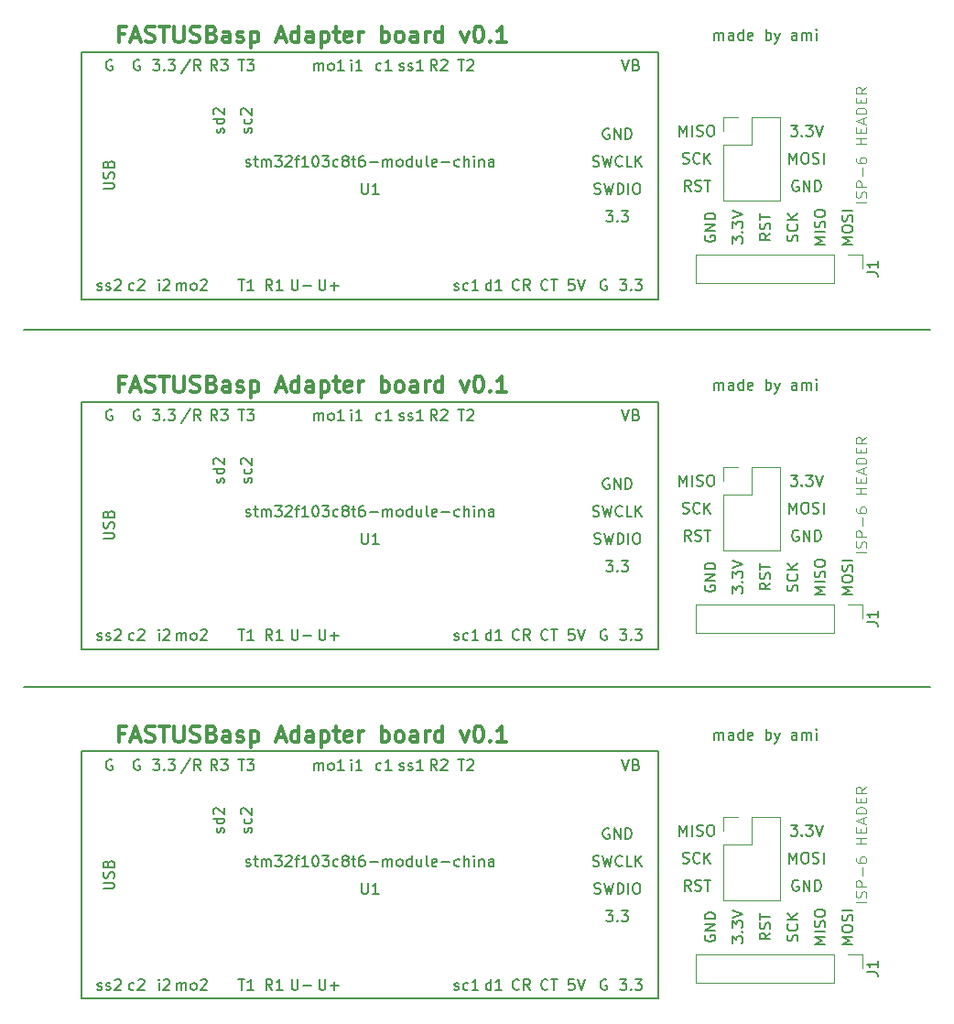
<source format=gto>
G04 #@! TF.FileFunction,Legend,Top*
%FSLAX46Y46*%
G04 Gerber Fmt 4.6, Leading zero omitted, Abs format (unit mm)*
G04 Created by KiCad (PCBNEW 4.0.6) date Sun May 21 14:11:35 2017*
%MOMM*%
%LPD*%
G01*
G04 APERTURE LIST*
%ADD10C,0.100000*%
%ADD11C,0.200000*%
%ADD12C,0.300000*%
%ADD13C,0.120000*%
%ADD14C,0.150000*%
G04 APERTURE END LIST*
D10*
D11*
X78740000Y-99060000D02*
X162560000Y-99060000D01*
X78740000Y-66040000D02*
X162560000Y-66040000D01*
X141740000Y-89661904D02*
X141692381Y-89757142D01*
X141692381Y-89899999D01*
X141740000Y-90042857D01*
X141835238Y-90138095D01*
X141930476Y-90185714D01*
X142120952Y-90233333D01*
X142263810Y-90233333D01*
X142454286Y-90185714D01*
X142549524Y-90138095D01*
X142644762Y-90042857D01*
X142692381Y-89899999D01*
X142692381Y-89804761D01*
X142644762Y-89661904D01*
X142597143Y-89614285D01*
X142263810Y-89614285D01*
X142263810Y-89804761D01*
X142692381Y-89185714D02*
X141692381Y-89185714D01*
X142692381Y-88614285D01*
X141692381Y-88614285D01*
X142692381Y-88138095D02*
X141692381Y-88138095D01*
X141692381Y-87900000D01*
X141740000Y-87757142D01*
X141835238Y-87661904D01*
X141930476Y-87614285D01*
X142120952Y-87566666D01*
X142263810Y-87566666D01*
X142454286Y-87614285D01*
X142549524Y-87661904D01*
X142644762Y-87757142D01*
X142692381Y-87900000D01*
X142692381Y-88138095D01*
X144232381Y-90376190D02*
X144232381Y-89757142D01*
X144613333Y-90090476D01*
X144613333Y-89947618D01*
X144660952Y-89852380D01*
X144708571Y-89804761D01*
X144803810Y-89757142D01*
X145041905Y-89757142D01*
X145137143Y-89804761D01*
X145184762Y-89852380D01*
X145232381Y-89947618D01*
X145232381Y-90233333D01*
X145184762Y-90328571D01*
X145137143Y-90376190D01*
X145137143Y-89328571D02*
X145184762Y-89280952D01*
X145232381Y-89328571D01*
X145184762Y-89376190D01*
X145137143Y-89328571D01*
X145232381Y-89328571D01*
X144232381Y-88947619D02*
X144232381Y-88328571D01*
X144613333Y-88661905D01*
X144613333Y-88519047D01*
X144660952Y-88423809D01*
X144708571Y-88376190D01*
X144803810Y-88328571D01*
X145041905Y-88328571D01*
X145137143Y-88376190D01*
X145184762Y-88423809D01*
X145232381Y-88519047D01*
X145232381Y-88804762D01*
X145184762Y-88900000D01*
X145137143Y-88947619D01*
X144232381Y-88042857D02*
X145232381Y-87709524D01*
X144232381Y-87376190D01*
X147772381Y-89447619D02*
X147296190Y-89780953D01*
X147772381Y-90019048D02*
X146772381Y-90019048D01*
X146772381Y-89638095D01*
X146820000Y-89542857D01*
X146867619Y-89495238D01*
X146962857Y-89447619D01*
X147105714Y-89447619D01*
X147200952Y-89495238D01*
X147248571Y-89542857D01*
X147296190Y-89638095D01*
X147296190Y-90019048D01*
X147724762Y-89066667D02*
X147772381Y-88923810D01*
X147772381Y-88685714D01*
X147724762Y-88590476D01*
X147677143Y-88542857D01*
X147581905Y-88495238D01*
X147486667Y-88495238D01*
X147391429Y-88542857D01*
X147343810Y-88590476D01*
X147296190Y-88685714D01*
X147248571Y-88876191D01*
X147200952Y-88971429D01*
X147153333Y-89019048D01*
X147058095Y-89066667D01*
X146962857Y-89066667D01*
X146867619Y-89019048D01*
X146820000Y-88971429D01*
X146772381Y-88876191D01*
X146772381Y-88638095D01*
X146820000Y-88495238D01*
X146772381Y-88209524D02*
X146772381Y-87638095D01*
X147772381Y-87923810D02*
X146772381Y-87923810D01*
X150264762Y-90185714D02*
X150312381Y-90042857D01*
X150312381Y-89804761D01*
X150264762Y-89709523D01*
X150217143Y-89661904D01*
X150121905Y-89614285D01*
X150026667Y-89614285D01*
X149931429Y-89661904D01*
X149883810Y-89709523D01*
X149836190Y-89804761D01*
X149788571Y-89995238D01*
X149740952Y-90090476D01*
X149693333Y-90138095D01*
X149598095Y-90185714D01*
X149502857Y-90185714D01*
X149407619Y-90138095D01*
X149360000Y-90090476D01*
X149312381Y-89995238D01*
X149312381Y-89757142D01*
X149360000Y-89614285D01*
X150217143Y-88614285D02*
X150264762Y-88661904D01*
X150312381Y-88804761D01*
X150312381Y-88899999D01*
X150264762Y-89042857D01*
X150169524Y-89138095D01*
X150074286Y-89185714D01*
X149883810Y-89233333D01*
X149740952Y-89233333D01*
X149550476Y-89185714D01*
X149455238Y-89138095D01*
X149360000Y-89042857D01*
X149312381Y-88899999D01*
X149312381Y-88804761D01*
X149360000Y-88661904D01*
X149407619Y-88614285D01*
X150312381Y-88185714D02*
X149312381Y-88185714D01*
X150312381Y-87614285D02*
X149740952Y-88042857D01*
X149312381Y-87614285D02*
X149883810Y-88185714D01*
X152852381Y-90471428D02*
X151852381Y-90471428D01*
X152566667Y-90138094D01*
X151852381Y-89804761D01*
X152852381Y-89804761D01*
X152852381Y-89328571D02*
X151852381Y-89328571D01*
X152804762Y-88900000D02*
X152852381Y-88757143D01*
X152852381Y-88519047D01*
X152804762Y-88423809D01*
X152757143Y-88376190D01*
X152661905Y-88328571D01*
X152566667Y-88328571D01*
X152471429Y-88376190D01*
X152423810Y-88423809D01*
X152376190Y-88519047D01*
X152328571Y-88709524D01*
X152280952Y-88804762D01*
X152233333Y-88852381D01*
X152138095Y-88900000D01*
X152042857Y-88900000D01*
X151947619Y-88852381D01*
X151900000Y-88804762D01*
X151852381Y-88709524D01*
X151852381Y-88471428D01*
X151900000Y-88328571D01*
X151852381Y-87709524D02*
X151852381Y-87519047D01*
X151900000Y-87423809D01*
X151995238Y-87328571D01*
X152185714Y-87280952D01*
X152519048Y-87280952D01*
X152709524Y-87328571D01*
X152804762Y-87423809D01*
X152852381Y-87519047D01*
X152852381Y-87709524D01*
X152804762Y-87804762D01*
X152709524Y-87900000D01*
X152519048Y-87947619D01*
X152185714Y-87947619D01*
X151995238Y-87900000D01*
X151900000Y-87804762D01*
X151852381Y-87709524D01*
X155392381Y-90471428D02*
X154392381Y-90471428D01*
X155106667Y-90138094D01*
X154392381Y-89804761D01*
X155392381Y-89804761D01*
X154392381Y-89138095D02*
X154392381Y-88947618D01*
X154440000Y-88852380D01*
X154535238Y-88757142D01*
X154725714Y-88709523D01*
X155059048Y-88709523D01*
X155249524Y-88757142D01*
X155344762Y-88852380D01*
X155392381Y-88947618D01*
X155392381Y-89138095D01*
X155344762Y-89233333D01*
X155249524Y-89328571D01*
X155059048Y-89376190D01*
X154725714Y-89376190D01*
X154535238Y-89328571D01*
X154440000Y-89233333D01*
X154392381Y-89138095D01*
X155344762Y-88328571D02*
X155392381Y-88185714D01*
X155392381Y-87947618D01*
X155344762Y-87852380D01*
X155297143Y-87804761D01*
X155201905Y-87757142D01*
X155106667Y-87757142D01*
X155011429Y-87804761D01*
X154963810Y-87852380D01*
X154916190Y-87947618D01*
X154868571Y-88138095D01*
X154820952Y-88233333D01*
X154773333Y-88280952D01*
X154678095Y-88328571D01*
X154582857Y-88328571D01*
X154487619Y-88280952D01*
X154440000Y-88233333D01*
X154392381Y-88138095D01*
X154392381Y-87899999D01*
X154440000Y-87757142D01*
X155392381Y-87328571D02*
X154392381Y-87328571D01*
X150368096Y-84590000D02*
X150272858Y-84542381D01*
X150130001Y-84542381D01*
X149987143Y-84590000D01*
X149891905Y-84685238D01*
X149844286Y-84780476D01*
X149796667Y-84970952D01*
X149796667Y-85113810D01*
X149844286Y-85304286D01*
X149891905Y-85399524D01*
X149987143Y-85494762D01*
X150130001Y-85542381D01*
X150225239Y-85542381D01*
X150368096Y-85494762D01*
X150415715Y-85447143D01*
X150415715Y-85113810D01*
X150225239Y-85113810D01*
X150844286Y-85542381D02*
X150844286Y-84542381D01*
X151415715Y-85542381D01*
X151415715Y-84542381D01*
X151891905Y-85542381D02*
X151891905Y-84542381D01*
X152130000Y-84542381D01*
X152272858Y-84590000D01*
X152368096Y-84685238D01*
X152415715Y-84780476D01*
X152463334Y-84970952D01*
X152463334Y-85113810D01*
X152415715Y-85304286D01*
X152368096Y-85399524D01*
X152272858Y-85494762D01*
X152130000Y-85542381D01*
X151891905Y-85542381D01*
X149558572Y-83002381D02*
X149558572Y-82002381D01*
X149891906Y-82716667D01*
X150225239Y-82002381D01*
X150225239Y-83002381D01*
X150891905Y-82002381D02*
X151082382Y-82002381D01*
X151177620Y-82050000D01*
X151272858Y-82145238D01*
X151320477Y-82335714D01*
X151320477Y-82669048D01*
X151272858Y-82859524D01*
X151177620Y-82954762D01*
X151082382Y-83002381D01*
X150891905Y-83002381D01*
X150796667Y-82954762D01*
X150701429Y-82859524D01*
X150653810Y-82669048D01*
X150653810Y-82335714D01*
X150701429Y-82145238D01*
X150796667Y-82050000D01*
X150891905Y-82002381D01*
X151701429Y-82954762D02*
X151844286Y-83002381D01*
X152082382Y-83002381D01*
X152177620Y-82954762D01*
X152225239Y-82907143D01*
X152272858Y-82811905D01*
X152272858Y-82716667D01*
X152225239Y-82621429D01*
X152177620Y-82573810D01*
X152082382Y-82526190D01*
X151891905Y-82478571D01*
X151796667Y-82430952D01*
X151749048Y-82383333D01*
X151701429Y-82288095D01*
X151701429Y-82192857D01*
X151749048Y-82097619D01*
X151796667Y-82050000D01*
X151891905Y-82002381D01*
X152130001Y-82002381D01*
X152272858Y-82050000D01*
X152701429Y-83002381D02*
X152701429Y-82002381D01*
X149653810Y-79462381D02*
X150272858Y-79462381D01*
X149939524Y-79843333D01*
X150082382Y-79843333D01*
X150177620Y-79890952D01*
X150225239Y-79938571D01*
X150272858Y-80033810D01*
X150272858Y-80271905D01*
X150225239Y-80367143D01*
X150177620Y-80414762D01*
X150082382Y-80462381D01*
X149796667Y-80462381D01*
X149701429Y-80414762D01*
X149653810Y-80367143D01*
X150701429Y-80367143D02*
X150749048Y-80414762D01*
X150701429Y-80462381D01*
X150653810Y-80414762D01*
X150701429Y-80367143D01*
X150701429Y-80462381D01*
X151082381Y-79462381D02*
X151701429Y-79462381D01*
X151368095Y-79843333D01*
X151510953Y-79843333D01*
X151606191Y-79890952D01*
X151653810Y-79938571D01*
X151701429Y-80033810D01*
X151701429Y-80271905D01*
X151653810Y-80367143D01*
X151606191Y-80414762D01*
X151510953Y-80462381D01*
X151225238Y-80462381D01*
X151130000Y-80414762D01*
X151082381Y-80367143D01*
X151987143Y-79462381D02*
X152320476Y-80462381D01*
X152653810Y-79462381D01*
D10*
X156662381Y-86589524D02*
X155662381Y-86589524D01*
X156614762Y-86160953D02*
X156662381Y-86018096D01*
X156662381Y-85780000D01*
X156614762Y-85684762D01*
X156567143Y-85637143D01*
X156471905Y-85589524D01*
X156376667Y-85589524D01*
X156281429Y-85637143D01*
X156233810Y-85684762D01*
X156186190Y-85780000D01*
X156138571Y-85970477D01*
X156090952Y-86065715D01*
X156043333Y-86113334D01*
X155948095Y-86160953D01*
X155852857Y-86160953D01*
X155757619Y-86113334D01*
X155710000Y-86065715D01*
X155662381Y-85970477D01*
X155662381Y-85732381D01*
X155710000Y-85589524D01*
X156662381Y-85160953D02*
X155662381Y-85160953D01*
X155662381Y-84780000D01*
X155710000Y-84684762D01*
X155757619Y-84637143D01*
X155852857Y-84589524D01*
X155995714Y-84589524D01*
X156090952Y-84637143D01*
X156138571Y-84684762D01*
X156186190Y-84780000D01*
X156186190Y-85160953D01*
X156281429Y-84160953D02*
X156281429Y-83399048D01*
X155662381Y-82494286D02*
X155662381Y-82684763D01*
X155710000Y-82780001D01*
X155757619Y-82827620D01*
X155900476Y-82922858D01*
X156090952Y-82970477D01*
X156471905Y-82970477D01*
X156567143Y-82922858D01*
X156614762Y-82875239D01*
X156662381Y-82780001D01*
X156662381Y-82589524D01*
X156614762Y-82494286D01*
X156567143Y-82446667D01*
X156471905Y-82399048D01*
X156233810Y-82399048D01*
X156138571Y-82446667D01*
X156090952Y-82494286D01*
X156043333Y-82589524D01*
X156043333Y-82780001D01*
X156090952Y-82875239D01*
X156138571Y-82922858D01*
X156233810Y-82970477D01*
X156662381Y-81208572D02*
X155662381Y-81208572D01*
X156138571Y-81208572D02*
X156138571Y-80637143D01*
X156662381Y-80637143D02*
X155662381Y-80637143D01*
X156138571Y-80160953D02*
X156138571Y-79827619D01*
X156662381Y-79684762D02*
X156662381Y-80160953D01*
X155662381Y-80160953D01*
X155662381Y-79684762D01*
X156376667Y-79303810D02*
X156376667Y-78827619D01*
X156662381Y-79399048D02*
X155662381Y-79065715D01*
X156662381Y-78732381D01*
X156662381Y-78399048D02*
X155662381Y-78399048D01*
X155662381Y-78160953D01*
X155710000Y-78018095D01*
X155805238Y-77922857D01*
X155900476Y-77875238D01*
X156090952Y-77827619D01*
X156233810Y-77827619D01*
X156424286Y-77875238D01*
X156519524Y-77922857D01*
X156614762Y-78018095D01*
X156662381Y-78160953D01*
X156662381Y-78399048D01*
X156138571Y-77399048D02*
X156138571Y-77065714D01*
X156662381Y-76922857D02*
X156662381Y-77399048D01*
X155662381Y-77399048D01*
X155662381Y-76922857D01*
X156662381Y-75922857D02*
X156186190Y-76256191D01*
X156662381Y-76494286D02*
X155662381Y-76494286D01*
X155662381Y-76113333D01*
X155710000Y-76018095D01*
X155757619Y-75970476D01*
X155852857Y-75922857D01*
X155995714Y-75922857D01*
X156090952Y-75970476D01*
X156138571Y-76018095D01*
X156186190Y-76113333D01*
X156186190Y-76494286D01*
D11*
X140422381Y-85542381D02*
X140089047Y-85066190D01*
X139850952Y-85542381D02*
X139850952Y-84542381D01*
X140231905Y-84542381D01*
X140327143Y-84590000D01*
X140374762Y-84637619D01*
X140422381Y-84732857D01*
X140422381Y-84875714D01*
X140374762Y-84970952D01*
X140327143Y-85018571D01*
X140231905Y-85066190D01*
X139850952Y-85066190D01*
X140803333Y-85494762D02*
X140946190Y-85542381D01*
X141184286Y-85542381D01*
X141279524Y-85494762D01*
X141327143Y-85447143D01*
X141374762Y-85351905D01*
X141374762Y-85256667D01*
X141327143Y-85161429D01*
X141279524Y-85113810D01*
X141184286Y-85066190D01*
X140993809Y-85018571D01*
X140898571Y-84970952D01*
X140850952Y-84923333D01*
X140803333Y-84828095D01*
X140803333Y-84732857D01*
X140850952Y-84637619D01*
X140898571Y-84590000D01*
X140993809Y-84542381D01*
X141231905Y-84542381D01*
X141374762Y-84590000D01*
X141660476Y-84542381D02*
X142231905Y-84542381D01*
X141946190Y-85542381D02*
X141946190Y-84542381D01*
X139684286Y-82954762D02*
X139827143Y-83002381D01*
X140065239Y-83002381D01*
X140160477Y-82954762D01*
X140208096Y-82907143D01*
X140255715Y-82811905D01*
X140255715Y-82716667D01*
X140208096Y-82621429D01*
X140160477Y-82573810D01*
X140065239Y-82526190D01*
X139874762Y-82478571D01*
X139779524Y-82430952D01*
X139731905Y-82383333D01*
X139684286Y-82288095D01*
X139684286Y-82192857D01*
X139731905Y-82097619D01*
X139779524Y-82050000D01*
X139874762Y-82002381D01*
X140112858Y-82002381D01*
X140255715Y-82050000D01*
X141255715Y-82907143D02*
X141208096Y-82954762D01*
X141065239Y-83002381D01*
X140970001Y-83002381D01*
X140827143Y-82954762D01*
X140731905Y-82859524D01*
X140684286Y-82764286D01*
X140636667Y-82573810D01*
X140636667Y-82430952D01*
X140684286Y-82240476D01*
X140731905Y-82145238D01*
X140827143Y-82050000D01*
X140970001Y-82002381D01*
X141065239Y-82002381D01*
X141208096Y-82050000D01*
X141255715Y-82097619D01*
X141684286Y-83002381D02*
X141684286Y-82002381D01*
X142255715Y-83002381D02*
X141827143Y-82430952D01*
X142255715Y-82002381D02*
X141684286Y-82573810D01*
X139398572Y-80462381D02*
X139398572Y-79462381D01*
X139731906Y-80176667D01*
X140065239Y-79462381D01*
X140065239Y-80462381D01*
X140541429Y-80462381D02*
X140541429Y-79462381D01*
X140970000Y-80414762D02*
X141112857Y-80462381D01*
X141350953Y-80462381D01*
X141446191Y-80414762D01*
X141493810Y-80367143D01*
X141541429Y-80271905D01*
X141541429Y-80176667D01*
X141493810Y-80081429D01*
X141446191Y-80033810D01*
X141350953Y-79986190D01*
X141160476Y-79938571D01*
X141065238Y-79890952D01*
X141017619Y-79843333D01*
X140970000Y-79748095D01*
X140970000Y-79652857D01*
X141017619Y-79557619D01*
X141065238Y-79510000D01*
X141160476Y-79462381D01*
X141398572Y-79462381D01*
X141541429Y-79510000D01*
X142160476Y-79462381D02*
X142350953Y-79462381D01*
X142446191Y-79510000D01*
X142541429Y-79605238D01*
X142589048Y-79795714D01*
X142589048Y-80129048D01*
X142541429Y-80319524D01*
X142446191Y-80414762D01*
X142350953Y-80462381D01*
X142160476Y-80462381D01*
X142065238Y-80414762D01*
X141970000Y-80319524D01*
X141922381Y-80129048D01*
X141922381Y-79795714D01*
X141970000Y-79605238D01*
X142065238Y-79510000D01*
X142160476Y-79462381D01*
X142605714Y-71572381D02*
X142605714Y-70905714D01*
X142605714Y-71000952D02*
X142653333Y-70953333D01*
X142748571Y-70905714D01*
X142891429Y-70905714D01*
X142986667Y-70953333D01*
X143034286Y-71048571D01*
X143034286Y-71572381D01*
X143034286Y-71048571D02*
X143081905Y-70953333D01*
X143177143Y-70905714D01*
X143320000Y-70905714D01*
X143415238Y-70953333D01*
X143462857Y-71048571D01*
X143462857Y-71572381D01*
X144367619Y-71572381D02*
X144367619Y-71048571D01*
X144320000Y-70953333D01*
X144224762Y-70905714D01*
X144034285Y-70905714D01*
X143939047Y-70953333D01*
X144367619Y-71524762D02*
X144272381Y-71572381D01*
X144034285Y-71572381D01*
X143939047Y-71524762D01*
X143891428Y-71429524D01*
X143891428Y-71334286D01*
X143939047Y-71239048D01*
X144034285Y-71191429D01*
X144272381Y-71191429D01*
X144367619Y-71143810D01*
X145272381Y-71572381D02*
X145272381Y-70572381D01*
X145272381Y-71524762D02*
X145177143Y-71572381D01*
X144986666Y-71572381D01*
X144891428Y-71524762D01*
X144843809Y-71477143D01*
X144796190Y-71381905D01*
X144796190Y-71096190D01*
X144843809Y-71000952D01*
X144891428Y-70953333D01*
X144986666Y-70905714D01*
X145177143Y-70905714D01*
X145272381Y-70953333D01*
X146129524Y-71524762D02*
X146034286Y-71572381D01*
X145843809Y-71572381D01*
X145748571Y-71524762D01*
X145700952Y-71429524D01*
X145700952Y-71048571D01*
X145748571Y-70953333D01*
X145843809Y-70905714D01*
X146034286Y-70905714D01*
X146129524Y-70953333D01*
X146177143Y-71048571D01*
X146177143Y-71143810D01*
X145700952Y-71239048D01*
X147367619Y-71572381D02*
X147367619Y-70572381D01*
X147367619Y-70953333D02*
X147462857Y-70905714D01*
X147653334Y-70905714D01*
X147748572Y-70953333D01*
X147796191Y-71000952D01*
X147843810Y-71096190D01*
X147843810Y-71381905D01*
X147796191Y-71477143D01*
X147748572Y-71524762D01*
X147653334Y-71572381D01*
X147462857Y-71572381D01*
X147367619Y-71524762D01*
X148177143Y-70905714D02*
X148415238Y-71572381D01*
X148653334Y-70905714D02*
X148415238Y-71572381D01*
X148320000Y-71810476D01*
X148272381Y-71858095D01*
X148177143Y-71905714D01*
X150224763Y-71572381D02*
X150224763Y-71048571D01*
X150177144Y-70953333D01*
X150081906Y-70905714D01*
X149891429Y-70905714D01*
X149796191Y-70953333D01*
X150224763Y-71524762D02*
X150129525Y-71572381D01*
X149891429Y-71572381D01*
X149796191Y-71524762D01*
X149748572Y-71429524D01*
X149748572Y-71334286D01*
X149796191Y-71239048D01*
X149891429Y-71191429D01*
X150129525Y-71191429D01*
X150224763Y-71143810D01*
X150700953Y-71572381D02*
X150700953Y-70905714D01*
X150700953Y-71000952D02*
X150748572Y-70953333D01*
X150843810Y-70905714D01*
X150986668Y-70905714D01*
X151081906Y-70953333D01*
X151129525Y-71048571D01*
X151129525Y-71572381D01*
X151129525Y-71048571D02*
X151177144Y-70953333D01*
X151272382Y-70905714D01*
X151415239Y-70905714D01*
X151510477Y-70953333D01*
X151558096Y-71048571D01*
X151558096Y-71572381D01*
X152034286Y-71572381D02*
X152034286Y-70905714D01*
X152034286Y-70572381D02*
X151986667Y-70620000D01*
X152034286Y-70667619D01*
X152081905Y-70620000D01*
X152034286Y-70572381D01*
X152034286Y-70667619D01*
D12*
X88017144Y-71012857D02*
X87517144Y-71012857D01*
X87517144Y-71798571D02*
X87517144Y-70298571D01*
X88231430Y-70298571D01*
X88731429Y-71370000D02*
X89445715Y-71370000D01*
X88588572Y-71798571D02*
X89088572Y-70298571D01*
X89588572Y-71798571D01*
X90017143Y-71727143D02*
X90231429Y-71798571D01*
X90588572Y-71798571D01*
X90731429Y-71727143D01*
X90802858Y-71655714D01*
X90874286Y-71512857D01*
X90874286Y-71370000D01*
X90802858Y-71227143D01*
X90731429Y-71155714D01*
X90588572Y-71084286D01*
X90302858Y-71012857D01*
X90160000Y-70941429D01*
X90088572Y-70870000D01*
X90017143Y-70727143D01*
X90017143Y-70584286D01*
X90088572Y-70441429D01*
X90160000Y-70370000D01*
X90302858Y-70298571D01*
X90660000Y-70298571D01*
X90874286Y-70370000D01*
X91302857Y-70298571D02*
X92160000Y-70298571D01*
X91731429Y-71798571D02*
X91731429Y-70298571D01*
X92660000Y-70298571D02*
X92660000Y-71512857D01*
X92731428Y-71655714D01*
X92802857Y-71727143D01*
X92945714Y-71798571D01*
X93231428Y-71798571D01*
X93374286Y-71727143D01*
X93445714Y-71655714D01*
X93517143Y-71512857D01*
X93517143Y-70298571D01*
X94160000Y-71727143D02*
X94374286Y-71798571D01*
X94731429Y-71798571D01*
X94874286Y-71727143D01*
X94945715Y-71655714D01*
X95017143Y-71512857D01*
X95017143Y-71370000D01*
X94945715Y-71227143D01*
X94874286Y-71155714D01*
X94731429Y-71084286D01*
X94445715Y-71012857D01*
X94302857Y-70941429D01*
X94231429Y-70870000D01*
X94160000Y-70727143D01*
X94160000Y-70584286D01*
X94231429Y-70441429D01*
X94302857Y-70370000D01*
X94445715Y-70298571D01*
X94802857Y-70298571D01*
X95017143Y-70370000D01*
X96160000Y-71012857D02*
X96374286Y-71084286D01*
X96445714Y-71155714D01*
X96517143Y-71298571D01*
X96517143Y-71512857D01*
X96445714Y-71655714D01*
X96374286Y-71727143D01*
X96231428Y-71798571D01*
X95660000Y-71798571D01*
X95660000Y-70298571D01*
X96160000Y-70298571D01*
X96302857Y-70370000D01*
X96374286Y-70441429D01*
X96445714Y-70584286D01*
X96445714Y-70727143D01*
X96374286Y-70870000D01*
X96302857Y-70941429D01*
X96160000Y-71012857D01*
X95660000Y-71012857D01*
X97802857Y-71798571D02*
X97802857Y-71012857D01*
X97731428Y-70870000D01*
X97588571Y-70798571D01*
X97302857Y-70798571D01*
X97160000Y-70870000D01*
X97802857Y-71727143D02*
X97660000Y-71798571D01*
X97302857Y-71798571D01*
X97160000Y-71727143D01*
X97088571Y-71584286D01*
X97088571Y-71441429D01*
X97160000Y-71298571D01*
X97302857Y-71227143D01*
X97660000Y-71227143D01*
X97802857Y-71155714D01*
X98445714Y-71727143D02*
X98588571Y-71798571D01*
X98874286Y-71798571D01*
X99017143Y-71727143D01*
X99088571Y-71584286D01*
X99088571Y-71512857D01*
X99017143Y-71370000D01*
X98874286Y-71298571D01*
X98660000Y-71298571D01*
X98517143Y-71227143D01*
X98445714Y-71084286D01*
X98445714Y-71012857D01*
X98517143Y-70870000D01*
X98660000Y-70798571D01*
X98874286Y-70798571D01*
X99017143Y-70870000D01*
X99731429Y-70798571D02*
X99731429Y-72298571D01*
X99731429Y-70870000D02*
X99874286Y-70798571D01*
X100160000Y-70798571D01*
X100302857Y-70870000D01*
X100374286Y-70941429D01*
X100445715Y-71084286D01*
X100445715Y-71512857D01*
X100374286Y-71655714D01*
X100302857Y-71727143D01*
X100160000Y-71798571D01*
X99874286Y-71798571D01*
X99731429Y-71727143D01*
X102160000Y-71370000D02*
X102874286Y-71370000D01*
X102017143Y-71798571D02*
X102517143Y-70298571D01*
X103017143Y-71798571D01*
X104160000Y-71798571D02*
X104160000Y-70298571D01*
X104160000Y-71727143D02*
X104017143Y-71798571D01*
X103731429Y-71798571D01*
X103588571Y-71727143D01*
X103517143Y-71655714D01*
X103445714Y-71512857D01*
X103445714Y-71084286D01*
X103517143Y-70941429D01*
X103588571Y-70870000D01*
X103731429Y-70798571D01*
X104017143Y-70798571D01*
X104160000Y-70870000D01*
X105517143Y-71798571D02*
X105517143Y-71012857D01*
X105445714Y-70870000D01*
X105302857Y-70798571D01*
X105017143Y-70798571D01*
X104874286Y-70870000D01*
X105517143Y-71727143D02*
X105374286Y-71798571D01*
X105017143Y-71798571D01*
X104874286Y-71727143D01*
X104802857Y-71584286D01*
X104802857Y-71441429D01*
X104874286Y-71298571D01*
X105017143Y-71227143D01*
X105374286Y-71227143D01*
X105517143Y-71155714D01*
X106231429Y-70798571D02*
X106231429Y-72298571D01*
X106231429Y-70870000D02*
X106374286Y-70798571D01*
X106660000Y-70798571D01*
X106802857Y-70870000D01*
X106874286Y-70941429D01*
X106945715Y-71084286D01*
X106945715Y-71512857D01*
X106874286Y-71655714D01*
X106802857Y-71727143D01*
X106660000Y-71798571D01*
X106374286Y-71798571D01*
X106231429Y-71727143D01*
X107374286Y-70798571D02*
X107945715Y-70798571D01*
X107588572Y-70298571D02*
X107588572Y-71584286D01*
X107660000Y-71727143D01*
X107802858Y-71798571D01*
X107945715Y-71798571D01*
X109017143Y-71727143D02*
X108874286Y-71798571D01*
X108588572Y-71798571D01*
X108445715Y-71727143D01*
X108374286Y-71584286D01*
X108374286Y-71012857D01*
X108445715Y-70870000D01*
X108588572Y-70798571D01*
X108874286Y-70798571D01*
X109017143Y-70870000D01*
X109088572Y-71012857D01*
X109088572Y-71155714D01*
X108374286Y-71298571D01*
X109731429Y-71798571D02*
X109731429Y-70798571D01*
X109731429Y-71084286D02*
X109802857Y-70941429D01*
X109874286Y-70870000D01*
X110017143Y-70798571D01*
X110160000Y-70798571D01*
X111802857Y-71798571D02*
X111802857Y-70298571D01*
X111802857Y-70870000D02*
X111945714Y-70798571D01*
X112231428Y-70798571D01*
X112374285Y-70870000D01*
X112445714Y-70941429D01*
X112517143Y-71084286D01*
X112517143Y-71512857D01*
X112445714Y-71655714D01*
X112374285Y-71727143D01*
X112231428Y-71798571D01*
X111945714Y-71798571D01*
X111802857Y-71727143D01*
X113374286Y-71798571D02*
X113231428Y-71727143D01*
X113160000Y-71655714D01*
X113088571Y-71512857D01*
X113088571Y-71084286D01*
X113160000Y-70941429D01*
X113231428Y-70870000D01*
X113374286Y-70798571D01*
X113588571Y-70798571D01*
X113731428Y-70870000D01*
X113802857Y-70941429D01*
X113874286Y-71084286D01*
X113874286Y-71512857D01*
X113802857Y-71655714D01*
X113731428Y-71727143D01*
X113588571Y-71798571D01*
X113374286Y-71798571D01*
X115160000Y-71798571D02*
X115160000Y-71012857D01*
X115088571Y-70870000D01*
X114945714Y-70798571D01*
X114660000Y-70798571D01*
X114517143Y-70870000D01*
X115160000Y-71727143D02*
X115017143Y-71798571D01*
X114660000Y-71798571D01*
X114517143Y-71727143D01*
X114445714Y-71584286D01*
X114445714Y-71441429D01*
X114517143Y-71298571D01*
X114660000Y-71227143D01*
X115017143Y-71227143D01*
X115160000Y-71155714D01*
X115874286Y-71798571D02*
X115874286Y-70798571D01*
X115874286Y-71084286D02*
X115945714Y-70941429D01*
X116017143Y-70870000D01*
X116160000Y-70798571D01*
X116302857Y-70798571D01*
X117445714Y-71798571D02*
X117445714Y-70298571D01*
X117445714Y-71727143D02*
X117302857Y-71798571D01*
X117017143Y-71798571D01*
X116874285Y-71727143D01*
X116802857Y-71655714D01*
X116731428Y-71512857D01*
X116731428Y-71084286D01*
X116802857Y-70941429D01*
X116874285Y-70870000D01*
X117017143Y-70798571D01*
X117302857Y-70798571D01*
X117445714Y-70870000D01*
X119160000Y-70798571D02*
X119517143Y-71798571D01*
X119874285Y-70798571D01*
X120731428Y-70298571D02*
X120874285Y-70298571D01*
X121017142Y-70370000D01*
X121088571Y-70441429D01*
X121160000Y-70584286D01*
X121231428Y-70870000D01*
X121231428Y-71227143D01*
X121160000Y-71512857D01*
X121088571Y-71655714D01*
X121017142Y-71727143D01*
X120874285Y-71798571D01*
X120731428Y-71798571D01*
X120588571Y-71727143D01*
X120517142Y-71655714D01*
X120445714Y-71512857D01*
X120374285Y-71227143D01*
X120374285Y-70870000D01*
X120445714Y-70584286D01*
X120517142Y-70441429D01*
X120588571Y-70370000D01*
X120731428Y-70298571D01*
X121874285Y-71655714D02*
X121945713Y-71727143D01*
X121874285Y-71798571D01*
X121802856Y-71727143D01*
X121874285Y-71655714D01*
X121874285Y-71798571D01*
X123374285Y-71798571D02*
X122517142Y-71798571D01*
X122945714Y-71798571D02*
X122945714Y-70298571D01*
X122802857Y-70512857D01*
X122659999Y-70655714D01*
X122517142Y-70727143D01*
D11*
X141740000Y-122001904D02*
X141692381Y-122097142D01*
X141692381Y-122239999D01*
X141740000Y-122382857D01*
X141835238Y-122478095D01*
X141930476Y-122525714D01*
X142120952Y-122573333D01*
X142263810Y-122573333D01*
X142454286Y-122525714D01*
X142549524Y-122478095D01*
X142644762Y-122382857D01*
X142692381Y-122239999D01*
X142692381Y-122144761D01*
X142644762Y-122001904D01*
X142597143Y-121954285D01*
X142263810Y-121954285D01*
X142263810Y-122144761D01*
X142692381Y-121525714D02*
X141692381Y-121525714D01*
X142692381Y-120954285D01*
X141692381Y-120954285D01*
X142692381Y-120478095D02*
X141692381Y-120478095D01*
X141692381Y-120240000D01*
X141740000Y-120097142D01*
X141835238Y-120001904D01*
X141930476Y-119954285D01*
X142120952Y-119906666D01*
X142263810Y-119906666D01*
X142454286Y-119954285D01*
X142549524Y-120001904D01*
X142644762Y-120097142D01*
X142692381Y-120240000D01*
X142692381Y-120478095D01*
X144232381Y-122716190D02*
X144232381Y-122097142D01*
X144613333Y-122430476D01*
X144613333Y-122287618D01*
X144660952Y-122192380D01*
X144708571Y-122144761D01*
X144803810Y-122097142D01*
X145041905Y-122097142D01*
X145137143Y-122144761D01*
X145184762Y-122192380D01*
X145232381Y-122287618D01*
X145232381Y-122573333D01*
X145184762Y-122668571D01*
X145137143Y-122716190D01*
X145137143Y-121668571D02*
X145184762Y-121620952D01*
X145232381Y-121668571D01*
X145184762Y-121716190D01*
X145137143Y-121668571D01*
X145232381Y-121668571D01*
X144232381Y-121287619D02*
X144232381Y-120668571D01*
X144613333Y-121001905D01*
X144613333Y-120859047D01*
X144660952Y-120763809D01*
X144708571Y-120716190D01*
X144803810Y-120668571D01*
X145041905Y-120668571D01*
X145137143Y-120716190D01*
X145184762Y-120763809D01*
X145232381Y-120859047D01*
X145232381Y-121144762D01*
X145184762Y-121240000D01*
X145137143Y-121287619D01*
X144232381Y-120382857D02*
X145232381Y-120049524D01*
X144232381Y-119716190D01*
X147772381Y-121787619D02*
X147296190Y-122120953D01*
X147772381Y-122359048D02*
X146772381Y-122359048D01*
X146772381Y-121978095D01*
X146820000Y-121882857D01*
X146867619Y-121835238D01*
X146962857Y-121787619D01*
X147105714Y-121787619D01*
X147200952Y-121835238D01*
X147248571Y-121882857D01*
X147296190Y-121978095D01*
X147296190Y-122359048D01*
X147724762Y-121406667D02*
X147772381Y-121263810D01*
X147772381Y-121025714D01*
X147724762Y-120930476D01*
X147677143Y-120882857D01*
X147581905Y-120835238D01*
X147486667Y-120835238D01*
X147391429Y-120882857D01*
X147343810Y-120930476D01*
X147296190Y-121025714D01*
X147248571Y-121216191D01*
X147200952Y-121311429D01*
X147153333Y-121359048D01*
X147058095Y-121406667D01*
X146962857Y-121406667D01*
X146867619Y-121359048D01*
X146820000Y-121311429D01*
X146772381Y-121216191D01*
X146772381Y-120978095D01*
X146820000Y-120835238D01*
X146772381Y-120549524D02*
X146772381Y-119978095D01*
X147772381Y-120263810D02*
X146772381Y-120263810D01*
X150264762Y-122525714D02*
X150312381Y-122382857D01*
X150312381Y-122144761D01*
X150264762Y-122049523D01*
X150217143Y-122001904D01*
X150121905Y-121954285D01*
X150026667Y-121954285D01*
X149931429Y-122001904D01*
X149883810Y-122049523D01*
X149836190Y-122144761D01*
X149788571Y-122335238D01*
X149740952Y-122430476D01*
X149693333Y-122478095D01*
X149598095Y-122525714D01*
X149502857Y-122525714D01*
X149407619Y-122478095D01*
X149360000Y-122430476D01*
X149312381Y-122335238D01*
X149312381Y-122097142D01*
X149360000Y-121954285D01*
X150217143Y-120954285D02*
X150264762Y-121001904D01*
X150312381Y-121144761D01*
X150312381Y-121239999D01*
X150264762Y-121382857D01*
X150169524Y-121478095D01*
X150074286Y-121525714D01*
X149883810Y-121573333D01*
X149740952Y-121573333D01*
X149550476Y-121525714D01*
X149455238Y-121478095D01*
X149360000Y-121382857D01*
X149312381Y-121239999D01*
X149312381Y-121144761D01*
X149360000Y-121001904D01*
X149407619Y-120954285D01*
X150312381Y-120525714D02*
X149312381Y-120525714D01*
X150312381Y-119954285D02*
X149740952Y-120382857D01*
X149312381Y-119954285D02*
X149883810Y-120525714D01*
X152852381Y-122811428D02*
X151852381Y-122811428D01*
X152566667Y-122478094D01*
X151852381Y-122144761D01*
X152852381Y-122144761D01*
X152852381Y-121668571D02*
X151852381Y-121668571D01*
X152804762Y-121240000D02*
X152852381Y-121097143D01*
X152852381Y-120859047D01*
X152804762Y-120763809D01*
X152757143Y-120716190D01*
X152661905Y-120668571D01*
X152566667Y-120668571D01*
X152471429Y-120716190D01*
X152423810Y-120763809D01*
X152376190Y-120859047D01*
X152328571Y-121049524D01*
X152280952Y-121144762D01*
X152233333Y-121192381D01*
X152138095Y-121240000D01*
X152042857Y-121240000D01*
X151947619Y-121192381D01*
X151900000Y-121144762D01*
X151852381Y-121049524D01*
X151852381Y-120811428D01*
X151900000Y-120668571D01*
X151852381Y-120049524D02*
X151852381Y-119859047D01*
X151900000Y-119763809D01*
X151995238Y-119668571D01*
X152185714Y-119620952D01*
X152519048Y-119620952D01*
X152709524Y-119668571D01*
X152804762Y-119763809D01*
X152852381Y-119859047D01*
X152852381Y-120049524D01*
X152804762Y-120144762D01*
X152709524Y-120240000D01*
X152519048Y-120287619D01*
X152185714Y-120287619D01*
X151995238Y-120240000D01*
X151900000Y-120144762D01*
X151852381Y-120049524D01*
X155392381Y-122811428D02*
X154392381Y-122811428D01*
X155106667Y-122478094D01*
X154392381Y-122144761D01*
X155392381Y-122144761D01*
X154392381Y-121478095D02*
X154392381Y-121287618D01*
X154440000Y-121192380D01*
X154535238Y-121097142D01*
X154725714Y-121049523D01*
X155059048Y-121049523D01*
X155249524Y-121097142D01*
X155344762Y-121192380D01*
X155392381Y-121287618D01*
X155392381Y-121478095D01*
X155344762Y-121573333D01*
X155249524Y-121668571D01*
X155059048Y-121716190D01*
X154725714Y-121716190D01*
X154535238Y-121668571D01*
X154440000Y-121573333D01*
X154392381Y-121478095D01*
X155344762Y-120668571D02*
X155392381Y-120525714D01*
X155392381Y-120287618D01*
X155344762Y-120192380D01*
X155297143Y-120144761D01*
X155201905Y-120097142D01*
X155106667Y-120097142D01*
X155011429Y-120144761D01*
X154963810Y-120192380D01*
X154916190Y-120287618D01*
X154868571Y-120478095D01*
X154820952Y-120573333D01*
X154773333Y-120620952D01*
X154678095Y-120668571D01*
X154582857Y-120668571D01*
X154487619Y-120620952D01*
X154440000Y-120573333D01*
X154392381Y-120478095D01*
X154392381Y-120239999D01*
X154440000Y-120097142D01*
X155392381Y-119668571D02*
X154392381Y-119668571D01*
X150368096Y-116930000D02*
X150272858Y-116882381D01*
X150130001Y-116882381D01*
X149987143Y-116930000D01*
X149891905Y-117025238D01*
X149844286Y-117120476D01*
X149796667Y-117310952D01*
X149796667Y-117453810D01*
X149844286Y-117644286D01*
X149891905Y-117739524D01*
X149987143Y-117834762D01*
X150130001Y-117882381D01*
X150225239Y-117882381D01*
X150368096Y-117834762D01*
X150415715Y-117787143D01*
X150415715Y-117453810D01*
X150225239Y-117453810D01*
X150844286Y-117882381D02*
X150844286Y-116882381D01*
X151415715Y-117882381D01*
X151415715Y-116882381D01*
X151891905Y-117882381D02*
X151891905Y-116882381D01*
X152130000Y-116882381D01*
X152272858Y-116930000D01*
X152368096Y-117025238D01*
X152415715Y-117120476D01*
X152463334Y-117310952D01*
X152463334Y-117453810D01*
X152415715Y-117644286D01*
X152368096Y-117739524D01*
X152272858Y-117834762D01*
X152130000Y-117882381D01*
X151891905Y-117882381D01*
X149558572Y-115342381D02*
X149558572Y-114342381D01*
X149891906Y-115056667D01*
X150225239Y-114342381D01*
X150225239Y-115342381D01*
X150891905Y-114342381D02*
X151082382Y-114342381D01*
X151177620Y-114390000D01*
X151272858Y-114485238D01*
X151320477Y-114675714D01*
X151320477Y-115009048D01*
X151272858Y-115199524D01*
X151177620Y-115294762D01*
X151082382Y-115342381D01*
X150891905Y-115342381D01*
X150796667Y-115294762D01*
X150701429Y-115199524D01*
X150653810Y-115009048D01*
X150653810Y-114675714D01*
X150701429Y-114485238D01*
X150796667Y-114390000D01*
X150891905Y-114342381D01*
X151701429Y-115294762D02*
X151844286Y-115342381D01*
X152082382Y-115342381D01*
X152177620Y-115294762D01*
X152225239Y-115247143D01*
X152272858Y-115151905D01*
X152272858Y-115056667D01*
X152225239Y-114961429D01*
X152177620Y-114913810D01*
X152082382Y-114866190D01*
X151891905Y-114818571D01*
X151796667Y-114770952D01*
X151749048Y-114723333D01*
X151701429Y-114628095D01*
X151701429Y-114532857D01*
X151749048Y-114437619D01*
X151796667Y-114390000D01*
X151891905Y-114342381D01*
X152130001Y-114342381D01*
X152272858Y-114390000D01*
X152701429Y-115342381D02*
X152701429Y-114342381D01*
X149653810Y-111802381D02*
X150272858Y-111802381D01*
X149939524Y-112183333D01*
X150082382Y-112183333D01*
X150177620Y-112230952D01*
X150225239Y-112278571D01*
X150272858Y-112373810D01*
X150272858Y-112611905D01*
X150225239Y-112707143D01*
X150177620Y-112754762D01*
X150082382Y-112802381D01*
X149796667Y-112802381D01*
X149701429Y-112754762D01*
X149653810Y-112707143D01*
X150701429Y-112707143D02*
X150749048Y-112754762D01*
X150701429Y-112802381D01*
X150653810Y-112754762D01*
X150701429Y-112707143D01*
X150701429Y-112802381D01*
X151082381Y-111802381D02*
X151701429Y-111802381D01*
X151368095Y-112183333D01*
X151510953Y-112183333D01*
X151606191Y-112230952D01*
X151653810Y-112278571D01*
X151701429Y-112373810D01*
X151701429Y-112611905D01*
X151653810Y-112707143D01*
X151606191Y-112754762D01*
X151510953Y-112802381D01*
X151225238Y-112802381D01*
X151130000Y-112754762D01*
X151082381Y-112707143D01*
X151987143Y-111802381D02*
X152320476Y-112802381D01*
X152653810Y-111802381D01*
D10*
X156662381Y-118929524D02*
X155662381Y-118929524D01*
X156614762Y-118500953D02*
X156662381Y-118358096D01*
X156662381Y-118120000D01*
X156614762Y-118024762D01*
X156567143Y-117977143D01*
X156471905Y-117929524D01*
X156376667Y-117929524D01*
X156281429Y-117977143D01*
X156233810Y-118024762D01*
X156186190Y-118120000D01*
X156138571Y-118310477D01*
X156090952Y-118405715D01*
X156043333Y-118453334D01*
X155948095Y-118500953D01*
X155852857Y-118500953D01*
X155757619Y-118453334D01*
X155710000Y-118405715D01*
X155662381Y-118310477D01*
X155662381Y-118072381D01*
X155710000Y-117929524D01*
X156662381Y-117500953D02*
X155662381Y-117500953D01*
X155662381Y-117120000D01*
X155710000Y-117024762D01*
X155757619Y-116977143D01*
X155852857Y-116929524D01*
X155995714Y-116929524D01*
X156090952Y-116977143D01*
X156138571Y-117024762D01*
X156186190Y-117120000D01*
X156186190Y-117500953D01*
X156281429Y-116500953D02*
X156281429Y-115739048D01*
X155662381Y-114834286D02*
X155662381Y-115024763D01*
X155710000Y-115120001D01*
X155757619Y-115167620D01*
X155900476Y-115262858D01*
X156090952Y-115310477D01*
X156471905Y-115310477D01*
X156567143Y-115262858D01*
X156614762Y-115215239D01*
X156662381Y-115120001D01*
X156662381Y-114929524D01*
X156614762Y-114834286D01*
X156567143Y-114786667D01*
X156471905Y-114739048D01*
X156233810Y-114739048D01*
X156138571Y-114786667D01*
X156090952Y-114834286D01*
X156043333Y-114929524D01*
X156043333Y-115120001D01*
X156090952Y-115215239D01*
X156138571Y-115262858D01*
X156233810Y-115310477D01*
X156662381Y-113548572D02*
X155662381Y-113548572D01*
X156138571Y-113548572D02*
X156138571Y-112977143D01*
X156662381Y-112977143D02*
X155662381Y-112977143D01*
X156138571Y-112500953D02*
X156138571Y-112167619D01*
X156662381Y-112024762D02*
X156662381Y-112500953D01*
X155662381Y-112500953D01*
X155662381Y-112024762D01*
X156376667Y-111643810D02*
X156376667Y-111167619D01*
X156662381Y-111739048D02*
X155662381Y-111405715D01*
X156662381Y-111072381D01*
X156662381Y-110739048D02*
X155662381Y-110739048D01*
X155662381Y-110500953D01*
X155710000Y-110358095D01*
X155805238Y-110262857D01*
X155900476Y-110215238D01*
X156090952Y-110167619D01*
X156233810Y-110167619D01*
X156424286Y-110215238D01*
X156519524Y-110262857D01*
X156614762Y-110358095D01*
X156662381Y-110500953D01*
X156662381Y-110739048D01*
X156138571Y-109739048D02*
X156138571Y-109405714D01*
X156662381Y-109262857D02*
X156662381Y-109739048D01*
X155662381Y-109739048D01*
X155662381Y-109262857D01*
X156662381Y-108262857D02*
X156186190Y-108596191D01*
X156662381Y-108834286D02*
X155662381Y-108834286D01*
X155662381Y-108453333D01*
X155710000Y-108358095D01*
X155757619Y-108310476D01*
X155852857Y-108262857D01*
X155995714Y-108262857D01*
X156090952Y-108310476D01*
X156138571Y-108358095D01*
X156186190Y-108453333D01*
X156186190Y-108834286D01*
D11*
X140422381Y-117882381D02*
X140089047Y-117406190D01*
X139850952Y-117882381D02*
X139850952Y-116882381D01*
X140231905Y-116882381D01*
X140327143Y-116930000D01*
X140374762Y-116977619D01*
X140422381Y-117072857D01*
X140422381Y-117215714D01*
X140374762Y-117310952D01*
X140327143Y-117358571D01*
X140231905Y-117406190D01*
X139850952Y-117406190D01*
X140803333Y-117834762D02*
X140946190Y-117882381D01*
X141184286Y-117882381D01*
X141279524Y-117834762D01*
X141327143Y-117787143D01*
X141374762Y-117691905D01*
X141374762Y-117596667D01*
X141327143Y-117501429D01*
X141279524Y-117453810D01*
X141184286Y-117406190D01*
X140993809Y-117358571D01*
X140898571Y-117310952D01*
X140850952Y-117263333D01*
X140803333Y-117168095D01*
X140803333Y-117072857D01*
X140850952Y-116977619D01*
X140898571Y-116930000D01*
X140993809Y-116882381D01*
X141231905Y-116882381D01*
X141374762Y-116930000D01*
X141660476Y-116882381D02*
X142231905Y-116882381D01*
X141946190Y-117882381D02*
X141946190Y-116882381D01*
X139684286Y-115294762D02*
X139827143Y-115342381D01*
X140065239Y-115342381D01*
X140160477Y-115294762D01*
X140208096Y-115247143D01*
X140255715Y-115151905D01*
X140255715Y-115056667D01*
X140208096Y-114961429D01*
X140160477Y-114913810D01*
X140065239Y-114866190D01*
X139874762Y-114818571D01*
X139779524Y-114770952D01*
X139731905Y-114723333D01*
X139684286Y-114628095D01*
X139684286Y-114532857D01*
X139731905Y-114437619D01*
X139779524Y-114390000D01*
X139874762Y-114342381D01*
X140112858Y-114342381D01*
X140255715Y-114390000D01*
X141255715Y-115247143D02*
X141208096Y-115294762D01*
X141065239Y-115342381D01*
X140970001Y-115342381D01*
X140827143Y-115294762D01*
X140731905Y-115199524D01*
X140684286Y-115104286D01*
X140636667Y-114913810D01*
X140636667Y-114770952D01*
X140684286Y-114580476D01*
X140731905Y-114485238D01*
X140827143Y-114390000D01*
X140970001Y-114342381D01*
X141065239Y-114342381D01*
X141208096Y-114390000D01*
X141255715Y-114437619D01*
X141684286Y-115342381D02*
X141684286Y-114342381D01*
X142255715Y-115342381D02*
X141827143Y-114770952D01*
X142255715Y-114342381D02*
X141684286Y-114913810D01*
X139398572Y-112802381D02*
X139398572Y-111802381D01*
X139731906Y-112516667D01*
X140065239Y-111802381D01*
X140065239Y-112802381D01*
X140541429Y-112802381D02*
X140541429Y-111802381D01*
X140970000Y-112754762D02*
X141112857Y-112802381D01*
X141350953Y-112802381D01*
X141446191Y-112754762D01*
X141493810Y-112707143D01*
X141541429Y-112611905D01*
X141541429Y-112516667D01*
X141493810Y-112421429D01*
X141446191Y-112373810D01*
X141350953Y-112326190D01*
X141160476Y-112278571D01*
X141065238Y-112230952D01*
X141017619Y-112183333D01*
X140970000Y-112088095D01*
X140970000Y-111992857D01*
X141017619Y-111897619D01*
X141065238Y-111850000D01*
X141160476Y-111802381D01*
X141398572Y-111802381D01*
X141541429Y-111850000D01*
X142160476Y-111802381D02*
X142350953Y-111802381D01*
X142446191Y-111850000D01*
X142541429Y-111945238D01*
X142589048Y-112135714D01*
X142589048Y-112469048D01*
X142541429Y-112659524D01*
X142446191Y-112754762D01*
X142350953Y-112802381D01*
X142160476Y-112802381D01*
X142065238Y-112754762D01*
X141970000Y-112659524D01*
X141922381Y-112469048D01*
X141922381Y-112135714D01*
X141970000Y-111945238D01*
X142065238Y-111850000D01*
X142160476Y-111802381D01*
X142605714Y-103912381D02*
X142605714Y-103245714D01*
X142605714Y-103340952D02*
X142653333Y-103293333D01*
X142748571Y-103245714D01*
X142891429Y-103245714D01*
X142986667Y-103293333D01*
X143034286Y-103388571D01*
X143034286Y-103912381D01*
X143034286Y-103388571D02*
X143081905Y-103293333D01*
X143177143Y-103245714D01*
X143320000Y-103245714D01*
X143415238Y-103293333D01*
X143462857Y-103388571D01*
X143462857Y-103912381D01*
X144367619Y-103912381D02*
X144367619Y-103388571D01*
X144320000Y-103293333D01*
X144224762Y-103245714D01*
X144034285Y-103245714D01*
X143939047Y-103293333D01*
X144367619Y-103864762D02*
X144272381Y-103912381D01*
X144034285Y-103912381D01*
X143939047Y-103864762D01*
X143891428Y-103769524D01*
X143891428Y-103674286D01*
X143939047Y-103579048D01*
X144034285Y-103531429D01*
X144272381Y-103531429D01*
X144367619Y-103483810D01*
X145272381Y-103912381D02*
X145272381Y-102912381D01*
X145272381Y-103864762D02*
X145177143Y-103912381D01*
X144986666Y-103912381D01*
X144891428Y-103864762D01*
X144843809Y-103817143D01*
X144796190Y-103721905D01*
X144796190Y-103436190D01*
X144843809Y-103340952D01*
X144891428Y-103293333D01*
X144986666Y-103245714D01*
X145177143Y-103245714D01*
X145272381Y-103293333D01*
X146129524Y-103864762D02*
X146034286Y-103912381D01*
X145843809Y-103912381D01*
X145748571Y-103864762D01*
X145700952Y-103769524D01*
X145700952Y-103388571D01*
X145748571Y-103293333D01*
X145843809Y-103245714D01*
X146034286Y-103245714D01*
X146129524Y-103293333D01*
X146177143Y-103388571D01*
X146177143Y-103483810D01*
X145700952Y-103579048D01*
X147367619Y-103912381D02*
X147367619Y-102912381D01*
X147367619Y-103293333D02*
X147462857Y-103245714D01*
X147653334Y-103245714D01*
X147748572Y-103293333D01*
X147796191Y-103340952D01*
X147843810Y-103436190D01*
X147843810Y-103721905D01*
X147796191Y-103817143D01*
X147748572Y-103864762D01*
X147653334Y-103912381D01*
X147462857Y-103912381D01*
X147367619Y-103864762D01*
X148177143Y-103245714D02*
X148415238Y-103912381D01*
X148653334Y-103245714D02*
X148415238Y-103912381D01*
X148320000Y-104150476D01*
X148272381Y-104198095D01*
X148177143Y-104245714D01*
X150224763Y-103912381D02*
X150224763Y-103388571D01*
X150177144Y-103293333D01*
X150081906Y-103245714D01*
X149891429Y-103245714D01*
X149796191Y-103293333D01*
X150224763Y-103864762D02*
X150129525Y-103912381D01*
X149891429Y-103912381D01*
X149796191Y-103864762D01*
X149748572Y-103769524D01*
X149748572Y-103674286D01*
X149796191Y-103579048D01*
X149891429Y-103531429D01*
X150129525Y-103531429D01*
X150224763Y-103483810D01*
X150700953Y-103912381D02*
X150700953Y-103245714D01*
X150700953Y-103340952D02*
X150748572Y-103293333D01*
X150843810Y-103245714D01*
X150986668Y-103245714D01*
X151081906Y-103293333D01*
X151129525Y-103388571D01*
X151129525Y-103912381D01*
X151129525Y-103388571D02*
X151177144Y-103293333D01*
X151272382Y-103245714D01*
X151415239Y-103245714D01*
X151510477Y-103293333D01*
X151558096Y-103388571D01*
X151558096Y-103912381D01*
X152034286Y-103912381D02*
X152034286Y-103245714D01*
X152034286Y-102912381D02*
X151986667Y-102960000D01*
X152034286Y-103007619D01*
X152081905Y-102960000D01*
X152034286Y-102912381D01*
X152034286Y-103007619D01*
D12*
X88017144Y-103352857D02*
X87517144Y-103352857D01*
X87517144Y-104138571D02*
X87517144Y-102638571D01*
X88231430Y-102638571D01*
X88731429Y-103710000D02*
X89445715Y-103710000D01*
X88588572Y-104138571D02*
X89088572Y-102638571D01*
X89588572Y-104138571D01*
X90017143Y-104067143D02*
X90231429Y-104138571D01*
X90588572Y-104138571D01*
X90731429Y-104067143D01*
X90802858Y-103995714D01*
X90874286Y-103852857D01*
X90874286Y-103710000D01*
X90802858Y-103567143D01*
X90731429Y-103495714D01*
X90588572Y-103424286D01*
X90302858Y-103352857D01*
X90160000Y-103281429D01*
X90088572Y-103210000D01*
X90017143Y-103067143D01*
X90017143Y-102924286D01*
X90088572Y-102781429D01*
X90160000Y-102710000D01*
X90302858Y-102638571D01*
X90660000Y-102638571D01*
X90874286Y-102710000D01*
X91302857Y-102638571D02*
X92160000Y-102638571D01*
X91731429Y-104138571D02*
X91731429Y-102638571D01*
X92660000Y-102638571D02*
X92660000Y-103852857D01*
X92731428Y-103995714D01*
X92802857Y-104067143D01*
X92945714Y-104138571D01*
X93231428Y-104138571D01*
X93374286Y-104067143D01*
X93445714Y-103995714D01*
X93517143Y-103852857D01*
X93517143Y-102638571D01*
X94160000Y-104067143D02*
X94374286Y-104138571D01*
X94731429Y-104138571D01*
X94874286Y-104067143D01*
X94945715Y-103995714D01*
X95017143Y-103852857D01*
X95017143Y-103710000D01*
X94945715Y-103567143D01*
X94874286Y-103495714D01*
X94731429Y-103424286D01*
X94445715Y-103352857D01*
X94302857Y-103281429D01*
X94231429Y-103210000D01*
X94160000Y-103067143D01*
X94160000Y-102924286D01*
X94231429Y-102781429D01*
X94302857Y-102710000D01*
X94445715Y-102638571D01*
X94802857Y-102638571D01*
X95017143Y-102710000D01*
X96160000Y-103352857D02*
X96374286Y-103424286D01*
X96445714Y-103495714D01*
X96517143Y-103638571D01*
X96517143Y-103852857D01*
X96445714Y-103995714D01*
X96374286Y-104067143D01*
X96231428Y-104138571D01*
X95660000Y-104138571D01*
X95660000Y-102638571D01*
X96160000Y-102638571D01*
X96302857Y-102710000D01*
X96374286Y-102781429D01*
X96445714Y-102924286D01*
X96445714Y-103067143D01*
X96374286Y-103210000D01*
X96302857Y-103281429D01*
X96160000Y-103352857D01*
X95660000Y-103352857D01*
X97802857Y-104138571D02*
X97802857Y-103352857D01*
X97731428Y-103210000D01*
X97588571Y-103138571D01*
X97302857Y-103138571D01*
X97160000Y-103210000D01*
X97802857Y-104067143D02*
X97660000Y-104138571D01*
X97302857Y-104138571D01*
X97160000Y-104067143D01*
X97088571Y-103924286D01*
X97088571Y-103781429D01*
X97160000Y-103638571D01*
X97302857Y-103567143D01*
X97660000Y-103567143D01*
X97802857Y-103495714D01*
X98445714Y-104067143D02*
X98588571Y-104138571D01*
X98874286Y-104138571D01*
X99017143Y-104067143D01*
X99088571Y-103924286D01*
X99088571Y-103852857D01*
X99017143Y-103710000D01*
X98874286Y-103638571D01*
X98660000Y-103638571D01*
X98517143Y-103567143D01*
X98445714Y-103424286D01*
X98445714Y-103352857D01*
X98517143Y-103210000D01*
X98660000Y-103138571D01*
X98874286Y-103138571D01*
X99017143Y-103210000D01*
X99731429Y-103138571D02*
X99731429Y-104638571D01*
X99731429Y-103210000D02*
X99874286Y-103138571D01*
X100160000Y-103138571D01*
X100302857Y-103210000D01*
X100374286Y-103281429D01*
X100445715Y-103424286D01*
X100445715Y-103852857D01*
X100374286Y-103995714D01*
X100302857Y-104067143D01*
X100160000Y-104138571D01*
X99874286Y-104138571D01*
X99731429Y-104067143D01*
X102160000Y-103710000D02*
X102874286Y-103710000D01*
X102017143Y-104138571D02*
X102517143Y-102638571D01*
X103017143Y-104138571D01*
X104160000Y-104138571D02*
X104160000Y-102638571D01*
X104160000Y-104067143D02*
X104017143Y-104138571D01*
X103731429Y-104138571D01*
X103588571Y-104067143D01*
X103517143Y-103995714D01*
X103445714Y-103852857D01*
X103445714Y-103424286D01*
X103517143Y-103281429D01*
X103588571Y-103210000D01*
X103731429Y-103138571D01*
X104017143Y-103138571D01*
X104160000Y-103210000D01*
X105517143Y-104138571D02*
X105517143Y-103352857D01*
X105445714Y-103210000D01*
X105302857Y-103138571D01*
X105017143Y-103138571D01*
X104874286Y-103210000D01*
X105517143Y-104067143D02*
X105374286Y-104138571D01*
X105017143Y-104138571D01*
X104874286Y-104067143D01*
X104802857Y-103924286D01*
X104802857Y-103781429D01*
X104874286Y-103638571D01*
X105017143Y-103567143D01*
X105374286Y-103567143D01*
X105517143Y-103495714D01*
X106231429Y-103138571D02*
X106231429Y-104638571D01*
X106231429Y-103210000D02*
X106374286Y-103138571D01*
X106660000Y-103138571D01*
X106802857Y-103210000D01*
X106874286Y-103281429D01*
X106945715Y-103424286D01*
X106945715Y-103852857D01*
X106874286Y-103995714D01*
X106802857Y-104067143D01*
X106660000Y-104138571D01*
X106374286Y-104138571D01*
X106231429Y-104067143D01*
X107374286Y-103138571D02*
X107945715Y-103138571D01*
X107588572Y-102638571D02*
X107588572Y-103924286D01*
X107660000Y-104067143D01*
X107802858Y-104138571D01*
X107945715Y-104138571D01*
X109017143Y-104067143D02*
X108874286Y-104138571D01*
X108588572Y-104138571D01*
X108445715Y-104067143D01*
X108374286Y-103924286D01*
X108374286Y-103352857D01*
X108445715Y-103210000D01*
X108588572Y-103138571D01*
X108874286Y-103138571D01*
X109017143Y-103210000D01*
X109088572Y-103352857D01*
X109088572Y-103495714D01*
X108374286Y-103638571D01*
X109731429Y-104138571D02*
X109731429Y-103138571D01*
X109731429Y-103424286D02*
X109802857Y-103281429D01*
X109874286Y-103210000D01*
X110017143Y-103138571D01*
X110160000Y-103138571D01*
X111802857Y-104138571D02*
X111802857Y-102638571D01*
X111802857Y-103210000D02*
X111945714Y-103138571D01*
X112231428Y-103138571D01*
X112374285Y-103210000D01*
X112445714Y-103281429D01*
X112517143Y-103424286D01*
X112517143Y-103852857D01*
X112445714Y-103995714D01*
X112374285Y-104067143D01*
X112231428Y-104138571D01*
X111945714Y-104138571D01*
X111802857Y-104067143D01*
X113374286Y-104138571D02*
X113231428Y-104067143D01*
X113160000Y-103995714D01*
X113088571Y-103852857D01*
X113088571Y-103424286D01*
X113160000Y-103281429D01*
X113231428Y-103210000D01*
X113374286Y-103138571D01*
X113588571Y-103138571D01*
X113731428Y-103210000D01*
X113802857Y-103281429D01*
X113874286Y-103424286D01*
X113874286Y-103852857D01*
X113802857Y-103995714D01*
X113731428Y-104067143D01*
X113588571Y-104138571D01*
X113374286Y-104138571D01*
X115160000Y-104138571D02*
X115160000Y-103352857D01*
X115088571Y-103210000D01*
X114945714Y-103138571D01*
X114660000Y-103138571D01*
X114517143Y-103210000D01*
X115160000Y-104067143D02*
X115017143Y-104138571D01*
X114660000Y-104138571D01*
X114517143Y-104067143D01*
X114445714Y-103924286D01*
X114445714Y-103781429D01*
X114517143Y-103638571D01*
X114660000Y-103567143D01*
X115017143Y-103567143D01*
X115160000Y-103495714D01*
X115874286Y-104138571D02*
X115874286Y-103138571D01*
X115874286Y-103424286D02*
X115945714Y-103281429D01*
X116017143Y-103210000D01*
X116160000Y-103138571D01*
X116302857Y-103138571D01*
X117445714Y-104138571D02*
X117445714Y-102638571D01*
X117445714Y-104067143D02*
X117302857Y-104138571D01*
X117017143Y-104138571D01*
X116874285Y-104067143D01*
X116802857Y-103995714D01*
X116731428Y-103852857D01*
X116731428Y-103424286D01*
X116802857Y-103281429D01*
X116874285Y-103210000D01*
X117017143Y-103138571D01*
X117302857Y-103138571D01*
X117445714Y-103210000D01*
X119160000Y-103138571D02*
X119517143Y-104138571D01*
X119874285Y-103138571D01*
X120731428Y-102638571D02*
X120874285Y-102638571D01*
X121017142Y-102710000D01*
X121088571Y-102781429D01*
X121160000Y-102924286D01*
X121231428Y-103210000D01*
X121231428Y-103567143D01*
X121160000Y-103852857D01*
X121088571Y-103995714D01*
X121017142Y-104067143D01*
X120874285Y-104138571D01*
X120731428Y-104138571D01*
X120588571Y-104067143D01*
X120517142Y-103995714D01*
X120445714Y-103852857D01*
X120374285Y-103567143D01*
X120374285Y-103210000D01*
X120445714Y-102924286D01*
X120517142Y-102781429D01*
X120588571Y-102710000D01*
X120731428Y-102638571D01*
X121874285Y-103995714D02*
X121945713Y-104067143D01*
X121874285Y-104138571D01*
X121802856Y-104067143D01*
X121874285Y-103995714D01*
X121874285Y-104138571D01*
X123374285Y-104138571D02*
X122517142Y-104138571D01*
X122945714Y-104138571D02*
X122945714Y-102638571D01*
X122802857Y-102852857D01*
X122659999Y-102995714D01*
X122517142Y-103067143D01*
D11*
X141740000Y-57321904D02*
X141692381Y-57417142D01*
X141692381Y-57559999D01*
X141740000Y-57702857D01*
X141835238Y-57798095D01*
X141930476Y-57845714D01*
X142120952Y-57893333D01*
X142263810Y-57893333D01*
X142454286Y-57845714D01*
X142549524Y-57798095D01*
X142644762Y-57702857D01*
X142692381Y-57559999D01*
X142692381Y-57464761D01*
X142644762Y-57321904D01*
X142597143Y-57274285D01*
X142263810Y-57274285D01*
X142263810Y-57464761D01*
X142692381Y-56845714D02*
X141692381Y-56845714D01*
X142692381Y-56274285D01*
X141692381Y-56274285D01*
X142692381Y-55798095D02*
X141692381Y-55798095D01*
X141692381Y-55560000D01*
X141740000Y-55417142D01*
X141835238Y-55321904D01*
X141930476Y-55274285D01*
X142120952Y-55226666D01*
X142263810Y-55226666D01*
X142454286Y-55274285D01*
X142549524Y-55321904D01*
X142644762Y-55417142D01*
X142692381Y-55560000D01*
X142692381Y-55798095D01*
X144232381Y-58036190D02*
X144232381Y-57417142D01*
X144613333Y-57750476D01*
X144613333Y-57607618D01*
X144660952Y-57512380D01*
X144708571Y-57464761D01*
X144803810Y-57417142D01*
X145041905Y-57417142D01*
X145137143Y-57464761D01*
X145184762Y-57512380D01*
X145232381Y-57607618D01*
X145232381Y-57893333D01*
X145184762Y-57988571D01*
X145137143Y-58036190D01*
X145137143Y-56988571D02*
X145184762Y-56940952D01*
X145232381Y-56988571D01*
X145184762Y-57036190D01*
X145137143Y-56988571D01*
X145232381Y-56988571D01*
X144232381Y-56607619D02*
X144232381Y-55988571D01*
X144613333Y-56321905D01*
X144613333Y-56179047D01*
X144660952Y-56083809D01*
X144708571Y-56036190D01*
X144803810Y-55988571D01*
X145041905Y-55988571D01*
X145137143Y-56036190D01*
X145184762Y-56083809D01*
X145232381Y-56179047D01*
X145232381Y-56464762D01*
X145184762Y-56560000D01*
X145137143Y-56607619D01*
X144232381Y-55702857D02*
X145232381Y-55369524D01*
X144232381Y-55036190D01*
X147772381Y-57107619D02*
X147296190Y-57440953D01*
X147772381Y-57679048D02*
X146772381Y-57679048D01*
X146772381Y-57298095D01*
X146820000Y-57202857D01*
X146867619Y-57155238D01*
X146962857Y-57107619D01*
X147105714Y-57107619D01*
X147200952Y-57155238D01*
X147248571Y-57202857D01*
X147296190Y-57298095D01*
X147296190Y-57679048D01*
X147724762Y-56726667D02*
X147772381Y-56583810D01*
X147772381Y-56345714D01*
X147724762Y-56250476D01*
X147677143Y-56202857D01*
X147581905Y-56155238D01*
X147486667Y-56155238D01*
X147391429Y-56202857D01*
X147343810Y-56250476D01*
X147296190Y-56345714D01*
X147248571Y-56536191D01*
X147200952Y-56631429D01*
X147153333Y-56679048D01*
X147058095Y-56726667D01*
X146962857Y-56726667D01*
X146867619Y-56679048D01*
X146820000Y-56631429D01*
X146772381Y-56536191D01*
X146772381Y-56298095D01*
X146820000Y-56155238D01*
X146772381Y-55869524D02*
X146772381Y-55298095D01*
X147772381Y-55583810D02*
X146772381Y-55583810D01*
X150264762Y-57845714D02*
X150312381Y-57702857D01*
X150312381Y-57464761D01*
X150264762Y-57369523D01*
X150217143Y-57321904D01*
X150121905Y-57274285D01*
X150026667Y-57274285D01*
X149931429Y-57321904D01*
X149883810Y-57369523D01*
X149836190Y-57464761D01*
X149788571Y-57655238D01*
X149740952Y-57750476D01*
X149693333Y-57798095D01*
X149598095Y-57845714D01*
X149502857Y-57845714D01*
X149407619Y-57798095D01*
X149360000Y-57750476D01*
X149312381Y-57655238D01*
X149312381Y-57417142D01*
X149360000Y-57274285D01*
X150217143Y-56274285D02*
X150264762Y-56321904D01*
X150312381Y-56464761D01*
X150312381Y-56559999D01*
X150264762Y-56702857D01*
X150169524Y-56798095D01*
X150074286Y-56845714D01*
X149883810Y-56893333D01*
X149740952Y-56893333D01*
X149550476Y-56845714D01*
X149455238Y-56798095D01*
X149360000Y-56702857D01*
X149312381Y-56559999D01*
X149312381Y-56464761D01*
X149360000Y-56321904D01*
X149407619Y-56274285D01*
X150312381Y-55845714D02*
X149312381Y-55845714D01*
X150312381Y-55274285D02*
X149740952Y-55702857D01*
X149312381Y-55274285D02*
X149883810Y-55845714D01*
X152852381Y-58131428D02*
X151852381Y-58131428D01*
X152566667Y-57798094D01*
X151852381Y-57464761D01*
X152852381Y-57464761D01*
X152852381Y-56988571D02*
X151852381Y-56988571D01*
X152804762Y-56560000D02*
X152852381Y-56417143D01*
X152852381Y-56179047D01*
X152804762Y-56083809D01*
X152757143Y-56036190D01*
X152661905Y-55988571D01*
X152566667Y-55988571D01*
X152471429Y-56036190D01*
X152423810Y-56083809D01*
X152376190Y-56179047D01*
X152328571Y-56369524D01*
X152280952Y-56464762D01*
X152233333Y-56512381D01*
X152138095Y-56560000D01*
X152042857Y-56560000D01*
X151947619Y-56512381D01*
X151900000Y-56464762D01*
X151852381Y-56369524D01*
X151852381Y-56131428D01*
X151900000Y-55988571D01*
X151852381Y-55369524D02*
X151852381Y-55179047D01*
X151900000Y-55083809D01*
X151995238Y-54988571D01*
X152185714Y-54940952D01*
X152519048Y-54940952D01*
X152709524Y-54988571D01*
X152804762Y-55083809D01*
X152852381Y-55179047D01*
X152852381Y-55369524D01*
X152804762Y-55464762D01*
X152709524Y-55560000D01*
X152519048Y-55607619D01*
X152185714Y-55607619D01*
X151995238Y-55560000D01*
X151900000Y-55464762D01*
X151852381Y-55369524D01*
X155392381Y-58131428D02*
X154392381Y-58131428D01*
X155106667Y-57798094D01*
X154392381Y-57464761D01*
X155392381Y-57464761D01*
X154392381Y-56798095D02*
X154392381Y-56607618D01*
X154440000Y-56512380D01*
X154535238Y-56417142D01*
X154725714Y-56369523D01*
X155059048Y-56369523D01*
X155249524Y-56417142D01*
X155344762Y-56512380D01*
X155392381Y-56607618D01*
X155392381Y-56798095D01*
X155344762Y-56893333D01*
X155249524Y-56988571D01*
X155059048Y-57036190D01*
X154725714Y-57036190D01*
X154535238Y-56988571D01*
X154440000Y-56893333D01*
X154392381Y-56798095D01*
X155344762Y-55988571D02*
X155392381Y-55845714D01*
X155392381Y-55607618D01*
X155344762Y-55512380D01*
X155297143Y-55464761D01*
X155201905Y-55417142D01*
X155106667Y-55417142D01*
X155011429Y-55464761D01*
X154963810Y-55512380D01*
X154916190Y-55607618D01*
X154868571Y-55798095D01*
X154820952Y-55893333D01*
X154773333Y-55940952D01*
X154678095Y-55988571D01*
X154582857Y-55988571D01*
X154487619Y-55940952D01*
X154440000Y-55893333D01*
X154392381Y-55798095D01*
X154392381Y-55559999D01*
X154440000Y-55417142D01*
X155392381Y-54988571D02*
X154392381Y-54988571D01*
X150368096Y-52250000D02*
X150272858Y-52202381D01*
X150130001Y-52202381D01*
X149987143Y-52250000D01*
X149891905Y-52345238D01*
X149844286Y-52440476D01*
X149796667Y-52630952D01*
X149796667Y-52773810D01*
X149844286Y-52964286D01*
X149891905Y-53059524D01*
X149987143Y-53154762D01*
X150130001Y-53202381D01*
X150225239Y-53202381D01*
X150368096Y-53154762D01*
X150415715Y-53107143D01*
X150415715Y-52773810D01*
X150225239Y-52773810D01*
X150844286Y-53202381D02*
X150844286Y-52202381D01*
X151415715Y-53202381D01*
X151415715Y-52202381D01*
X151891905Y-53202381D02*
X151891905Y-52202381D01*
X152130000Y-52202381D01*
X152272858Y-52250000D01*
X152368096Y-52345238D01*
X152415715Y-52440476D01*
X152463334Y-52630952D01*
X152463334Y-52773810D01*
X152415715Y-52964286D01*
X152368096Y-53059524D01*
X152272858Y-53154762D01*
X152130000Y-53202381D01*
X151891905Y-53202381D01*
X149558572Y-50662381D02*
X149558572Y-49662381D01*
X149891906Y-50376667D01*
X150225239Y-49662381D01*
X150225239Y-50662381D01*
X150891905Y-49662381D02*
X151082382Y-49662381D01*
X151177620Y-49710000D01*
X151272858Y-49805238D01*
X151320477Y-49995714D01*
X151320477Y-50329048D01*
X151272858Y-50519524D01*
X151177620Y-50614762D01*
X151082382Y-50662381D01*
X150891905Y-50662381D01*
X150796667Y-50614762D01*
X150701429Y-50519524D01*
X150653810Y-50329048D01*
X150653810Y-49995714D01*
X150701429Y-49805238D01*
X150796667Y-49710000D01*
X150891905Y-49662381D01*
X151701429Y-50614762D02*
X151844286Y-50662381D01*
X152082382Y-50662381D01*
X152177620Y-50614762D01*
X152225239Y-50567143D01*
X152272858Y-50471905D01*
X152272858Y-50376667D01*
X152225239Y-50281429D01*
X152177620Y-50233810D01*
X152082382Y-50186190D01*
X151891905Y-50138571D01*
X151796667Y-50090952D01*
X151749048Y-50043333D01*
X151701429Y-49948095D01*
X151701429Y-49852857D01*
X151749048Y-49757619D01*
X151796667Y-49710000D01*
X151891905Y-49662381D01*
X152130001Y-49662381D01*
X152272858Y-49710000D01*
X152701429Y-50662381D02*
X152701429Y-49662381D01*
X149653810Y-47122381D02*
X150272858Y-47122381D01*
X149939524Y-47503333D01*
X150082382Y-47503333D01*
X150177620Y-47550952D01*
X150225239Y-47598571D01*
X150272858Y-47693810D01*
X150272858Y-47931905D01*
X150225239Y-48027143D01*
X150177620Y-48074762D01*
X150082382Y-48122381D01*
X149796667Y-48122381D01*
X149701429Y-48074762D01*
X149653810Y-48027143D01*
X150701429Y-48027143D02*
X150749048Y-48074762D01*
X150701429Y-48122381D01*
X150653810Y-48074762D01*
X150701429Y-48027143D01*
X150701429Y-48122381D01*
X151082381Y-47122381D02*
X151701429Y-47122381D01*
X151368095Y-47503333D01*
X151510953Y-47503333D01*
X151606191Y-47550952D01*
X151653810Y-47598571D01*
X151701429Y-47693810D01*
X151701429Y-47931905D01*
X151653810Y-48027143D01*
X151606191Y-48074762D01*
X151510953Y-48122381D01*
X151225238Y-48122381D01*
X151130000Y-48074762D01*
X151082381Y-48027143D01*
X151987143Y-47122381D02*
X152320476Y-48122381D01*
X152653810Y-47122381D01*
D10*
X156662381Y-54249524D02*
X155662381Y-54249524D01*
X156614762Y-53820953D02*
X156662381Y-53678096D01*
X156662381Y-53440000D01*
X156614762Y-53344762D01*
X156567143Y-53297143D01*
X156471905Y-53249524D01*
X156376667Y-53249524D01*
X156281429Y-53297143D01*
X156233810Y-53344762D01*
X156186190Y-53440000D01*
X156138571Y-53630477D01*
X156090952Y-53725715D01*
X156043333Y-53773334D01*
X155948095Y-53820953D01*
X155852857Y-53820953D01*
X155757619Y-53773334D01*
X155710000Y-53725715D01*
X155662381Y-53630477D01*
X155662381Y-53392381D01*
X155710000Y-53249524D01*
X156662381Y-52820953D02*
X155662381Y-52820953D01*
X155662381Y-52440000D01*
X155710000Y-52344762D01*
X155757619Y-52297143D01*
X155852857Y-52249524D01*
X155995714Y-52249524D01*
X156090952Y-52297143D01*
X156138571Y-52344762D01*
X156186190Y-52440000D01*
X156186190Y-52820953D01*
X156281429Y-51820953D02*
X156281429Y-51059048D01*
X155662381Y-50154286D02*
X155662381Y-50344763D01*
X155710000Y-50440001D01*
X155757619Y-50487620D01*
X155900476Y-50582858D01*
X156090952Y-50630477D01*
X156471905Y-50630477D01*
X156567143Y-50582858D01*
X156614762Y-50535239D01*
X156662381Y-50440001D01*
X156662381Y-50249524D01*
X156614762Y-50154286D01*
X156567143Y-50106667D01*
X156471905Y-50059048D01*
X156233810Y-50059048D01*
X156138571Y-50106667D01*
X156090952Y-50154286D01*
X156043333Y-50249524D01*
X156043333Y-50440001D01*
X156090952Y-50535239D01*
X156138571Y-50582858D01*
X156233810Y-50630477D01*
X156662381Y-48868572D02*
X155662381Y-48868572D01*
X156138571Y-48868572D02*
X156138571Y-48297143D01*
X156662381Y-48297143D02*
X155662381Y-48297143D01*
X156138571Y-47820953D02*
X156138571Y-47487619D01*
X156662381Y-47344762D02*
X156662381Y-47820953D01*
X155662381Y-47820953D01*
X155662381Y-47344762D01*
X156376667Y-46963810D02*
X156376667Y-46487619D01*
X156662381Y-47059048D02*
X155662381Y-46725715D01*
X156662381Y-46392381D01*
X156662381Y-46059048D02*
X155662381Y-46059048D01*
X155662381Y-45820953D01*
X155710000Y-45678095D01*
X155805238Y-45582857D01*
X155900476Y-45535238D01*
X156090952Y-45487619D01*
X156233810Y-45487619D01*
X156424286Y-45535238D01*
X156519524Y-45582857D01*
X156614762Y-45678095D01*
X156662381Y-45820953D01*
X156662381Y-46059048D01*
X156138571Y-45059048D02*
X156138571Y-44725714D01*
X156662381Y-44582857D02*
X156662381Y-45059048D01*
X155662381Y-45059048D01*
X155662381Y-44582857D01*
X156662381Y-43582857D02*
X156186190Y-43916191D01*
X156662381Y-44154286D02*
X155662381Y-44154286D01*
X155662381Y-43773333D01*
X155710000Y-43678095D01*
X155757619Y-43630476D01*
X155852857Y-43582857D01*
X155995714Y-43582857D01*
X156090952Y-43630476D01*
X156138571Y-43678095D01*
X156186190Y-43773333D01*
X156186190Y-44154286D01*
D11*
X140422381Y-53202381D02*
X140089047Y-52726190D01*
X139850952Y-53202381D02*
X139850952Y-52202381D01*
X140231905Y-52202381D01*
X140327143Y-52250000D01*
X140374762Y-52297619D01*
X140422381Y-52392857D01*
X140422381Y-52535714D01*
X140374762Y-52630952D01*
X140327143Y-52678571D01*
X140231905Y-52726190D01*
X139850952Y-52726190D01*
X140803333Y-53154762D02*
X140946190Y-53202381D01*
X141184286Y-53202381D01*
X141279524Y-53154762D01*
X141327143Y-53107143D01*
X141374762Y-53011905D01*
X141374762Y-52916667D01*
X141327143Y-52821429D01*
X141279524Y-52773810D01*
X141184286Y-52726190D01*
X140993809Y-52678571D01*
X140898571Y-52630952D01*
X140850952Y-52583333D01*
X140803333Y-52488095D01*
X140803333Y-52392857D01*
X140850952Y-52297619D01*
X140898571Y-52250000D01*
X140993809Y-52202381D01*
X141231905Y-52202381D01*
X141374762Y-52250000D01*
X141660476Y-52202381D02*
X142231905Y-52202381D01*
X141946190Y-53202381D02*
X141946190Y-52202381D01*
X139684286Y-50614762D02*
X139827143Y-50662381D01*
X140065239Y-50662381D01*
X140160477Y-50614762D01*
X140208096Y-50567143D01*
X140255715Y-50471905D01*
X140255715Y-50376667D01*
X140208096Y-50281429D01*
X140160477Y-50233810D01*
X140065239Y-50186190D01*
X139874762Y-50138571D01*
X139779524Y-50090952D01*
X139731905Y-50043333D01*
X139684286Y-49948095D01*
X139684286Y-49852857D01*
X139731905Y-49757619D01*
X139779524Y-49710000D01*
X139874762Y-49662381D01*
X140112858Y-49662381D01*
X140255715Y-49710000D01*
X141255715Y-50567143D02*
X141208096Y-50614762D01*
X141065239Y-50662381D01*
X140970001Y-50662381D01*
X140827143Y-50614762D01*
X140731905Y-50519524D01*
X140684286Y-50424286D01*
X140636667Y-50233810D01*
X140636667Y-50090952D01*
X140684286Y-49900476D01*
X140731905Y-49805238D01*
X140827143Y-49710000D01*
X140970001Y-49662381D01*
X141065239Y-49662381D01*
X141208096Y-49710000D01*
X141255715Y-49757619D01*
X141684286Y-50662381D02*
X141684286Y-49662381D01*
X142255715Y-50662381D02*
X141827143Y-50090952D01*
X142255715Y-49662381D02*
X141684286Y-50233810D01*
X139398572Y-48122381D02*
X139398572Y-47122381D01*
X139731906Y-47836667D01*
X140065239Y-47122381D01*
X140065239Y-48122381D01*
X140541429Y-48122381D02*
X140541429Y-47122381D01*
X140970000Y-48074762D02*
X141112857Y-48122381D01*
X141350953Y-48122381D01*
X141446191Y-48074762D01*
X141493810Y-48027143D01*
X141541429Y-47931905D01*
X141541429Y-47836667D01*
X141493810Y-47741429D01*
X141446191Y-47693810D01*
X141350953Y-47646190D01*
X141160476Y-47598571D01*
X141065238Y-47550952D01*
X141017619Y-47503333D01*
X140970000Y-47408095D01*
X140970000Y-47312857D01*
X141017619Y-47217619D01*
X141065238Y-47170000D01*
X141160476Y-47122381D01*
X141398572Y-47122381D01*
X141541429Y-47170000D01*
X142160476Y-47122381D02*
X142350953Y-47122381D01*
X142446191Y-47170000D01*
X142541429Y-47265238D01*
X142589048Y-47455714D01*
X142589048Y-47789048D01*
X142541429Y-47979524D01*
X142446191Y-48074762D01*
X142350953Y-48122381D01*
X142160476Y-48122381D01*
X142065238Y-48074762D01*
X141970000Y-47979524D01*
X141922381Y-47789048D01*
X141922381Y-47455714D01*
X141970000Y-47265238D01*
X142065238Y-47170000D01*
X142160476Y-47122381D01*
X142605714Y-39232381D02*
X142605714Y-38565714D01*
X142605714Y-38660952D02*
X142653333Y-38613333D01*
X142748571Y-38565714D01*
X142891429Y-38565714D01*
X142986667Y-38613333D01*
X143034286Y-38708571D01*
X143034286Y-39232381D01*
X143034286Y-38708571D02*
X143081905Y-38613333D01*
X143177143Y-38565714D01*
X143320000Y-38565714D01*
X143415238Y-38613333D01*
X143462857Y-38708571D01*
X143462857Y-39232381D01*
X144367619Y-39232381D02*
X144367619Y-38708571D01*
X144320000Y-38613333D01*
X144224762Y-38565714D01*
X144034285Y-38565714D01*
X143939047Y-38613333D01*
X144367619Y-39184762D02*
X144272381Y-39232381D01*
X144034285Y-39232381D01*
X143939047Y-39184762D01*
X143891428Y-39089524D01*
X143891428Y-38994286D01*
X143939047Y-38899048D01*
X144034285Y-38851429D01*
X144272381Y-38851429D01*
X144367619Y-38803810D01*
X145272381Y-39232381D02*
X145272381Y-38232381D01*
X145272381Y-39184762D02*
X145177143Y-39232381D01*
X144986666Y-39232381D01*
X144891428Y-39184762D01*
X144843809Y-39137143D01*
X144796190Y-39041905D01*
X144796190Y-38756190D01*
X144843809Y-38660952D01*
X144891428Y-38613333D01*
X144986666Y-38565714D01*
X145177143Y-38565714D01*
X145272381Y-38613333D01*
X146129524Y-39184762D02*
X146034286Y-39232381D01*
X145843809Y-39232381D01*
X145748571Y-39184762D01*
X145700952Y-39089524D01*
X145700952Y-38708571D01*
X145748571Y-38613333D01*
X145843809Y-38565714D01*
X146034286Y-38565714D01*
X146129524Y-38613333D01*
X146177143Y-38708571D01*
X146177143Y-38803810D01*
X145700952Y-38899048D01*
X147367619Y-39232381D02*
X147367619Y-38232381D01*
X147367619Y-38613333D02*
X147462857Y-38565714D01*
X147653334Y-38565714D01*
X147748572Y-38613333D01*
X147796191Y-38660952D01*
X147843810Y-38756190D01*
X147843810Y-39041905D01*
X147796191Y-39137143D01*
X147748572Y-39184762D01*
X147653334Y-39232381D01*
X147462857Y-39232381D01*
X147367619Y-39184762D01*
X148177143Y-38565714D02*
X148415238Y-39232381D01*
X148653334Y-38565714D02*
X148415238Y-39232381D01*
X148320000Y-39470476D01*
X148272381Y-39518095D01*
X148177143Y-39565714D01*
X150224763Y-39232381D02*
X150224763Y-38708571D01*
X150177144Y-38613333D01*
X150081906Y-38565714D01*
X149891429Y-38565714D01*
X149796191Y-38613333D01*
X150224763Y-39184762D02*
X150129525Y-39232381D01*
X149891429Y-39232381D01*
X149796191Y-39184762D01*
X149748572Y-39089524D01*
X149748572Y-38994286D01*
X149796191Y-38899048D01*
X149891429Y-38851429D01*
X150129525Y-38851429D01*
X150224763Y-38803810D01*
X150700953Y-39232381D02*
X150700953Y-38565714D01*
X150700953Y-38660952D02*
X150748572Y-38613333D01*
X150843810Y-38565714D01*
X150986668Y-38565714D01*
X151081906Y-38613333D01*
X151129525Y-38708571D01*
X151129525Y-39232381D01*
X151129525Y-38708571D02*
X151177144Y-38613333D01*
X151272382Y-38565714D01*
X151415239Y-38565714D01*
X151510477Y-38613333D01*
X151558096Y-38708571D01*
X151558096Y-39232381D01*
X152034286Y-39232381D02*
X152034286Y-38565714D01*
X152034286Y-38232381D02*
X151986667Y-38280000D01*
X152034286Y-38327619D01*
X152081905Y-38280000D01*
X152034286Y-38232381D01*
X152034286Y-38327619D01*
D12*
X88017144Y-38672857D02*
X87517144Y-38672857D01*
X87517144Y-39458571D02*
X87517144Y-37958571D01*
X88231430Y-37958571D01*
X88731429Y-39030000D02*
X89445715Y-39030000D01*
X88588572Y-39458571D02*
X89088572Y-37958571D01*
X89588572Y-39458571D01*
X90017143Y-39387143D02*
X90231429Y-39458571D01*
X90588572Y-39458571D01*
X90731429Y-39387143D01*
X90802858Y-39315714D01*
X90874286Y-39172857D01*
X90874286Y-39030000D01*
X90802858Y-38887143D01*
X90731429Y-38815714D01*
X90588572Y-38744286D01*
X90302858Y-38672857D01*
X90160000Y-38601429D01*
X90088572Y-38530000D01*
X90017143Y-38387143D01*
X90017143Y-38244286D01*
X90088572Y-38101429D01*
X90160000Y-38030000D01*
X90302858Y-37958571D01*
X90660000Y-37958571D01*
X90874286Y-38030000D01*
X91302857Y-37958571D02*
X92160000Y-37958571D01*
X91731429Y-39458571D02*
X91731429Y-37958571D01*
X92660000Y-37958571D02*
X92660000Y-39172857D01*
X92731428Y-39315714D01*
X92802857Y-39387143D01*
X92945714Y-39458571D01*
X93231428Y-39458571D01*
X93374286Y-39387143D01*
X93445714Y-39315714D01*
X93517143Y-39172857D01*
X93517143Y-37958571D01*
X94160000Y-39387143D02*
X94374286Y-39458571D01*
X94731429Y-39458571D01*
X94874286Y-39387143D01*
X94945715Y-39315714D01*
X95017143Y-39172857D01*
X95017143Y-39030000D01*
X94945715Y-38887143D01*
X94874286Y-38815714D01*
X94731429Y-38744286D01*
X94445715Y-38672857D01*
X94302857Y-38601429D01*
X94231429Y-38530000D01*
X94160000Y-38387143D01*
X94160000Y-38244286D01*
X94231429Y-38101429D01*
X94302857Y-38030000D01*
X94445715Y-37958571D01*
X94802857Y-37958571D01*
X95017143Y-38030000D01*
X96160000Y-38672857D02*
X96374286Y-38744286D01*
X96445714Y-38815714D01*
X96517143Y-38958571D01*
X96517143Y-39172857D01*
X96445714Y-39315714D01*
X96374286Y-39387143D01*
X96231428Y-39458571D01*
X95660000Y-39458571D01*
X95660000Y-37958571D01*
X96160000Y-37958571D01*
X96302857Y-38030000D01*
X96374286Y-38101429D01*
X96445714Y-38244286D01*
X96445714Y-38387143D01*
X96374286Y-38530000D01*
X96302857Y-38601429D01*
X96160000Y-38672857D01*
X95660000Y-38672857D01*
X97802857Y-39458571D02*
X97802857Y-38672857D01*
X97731428Y-38530000D01*
X97588571Y-38458571D01*
X97302857Y-38458571D01*
X97160000Y-38530000D01*
X97802857Y-39387143D02*
X97660000Y-39458571D01*
X97302857Y-39458571D01*
X97160000Y-39387143D01*
X97088571Y-39244286D01*
X97088571Y-39101429D01*
X97160000Y-38958571D01*
X97302857Y-38887143D01*
X97660000Y-38887143D01*
X97802857Y-38815714D01*
X98445714Y-39387143D02*
X98588571Y-39458571D01*
X98874286Y-39458571D01*
X99017143Y-39387143D01*
X99088571Y-39244286D01*
X99088571Y-39172857D01*
X99017143Y-39030000D01*
X98874286Y-38958571D01*
X98660000Y-38958571D01*
X98517143Y-38887143D01*
X98445714Y-38744286D01*
X98445714Y-38672857D01*
X98517143Y-38530000D01*
X98660000Y-38458571D01*
X98874286Y-38458571D01*
X99017143Y-38530000D01*
X99731429Y-38458571D02*
X99731429Y-39958571D01*
X99731429Y-38530000D02*
X99874286Y-38458571D01*
X100160000Y-38458571D01*
X100302857Y-38530000D01*
X100374286Y-38601429D01*
X100445715Y-38744286D01*
X100445715Y-39172857D01*
X100374286Y-39315714D01*
X100302857Y-39387143D01*
X100160000Y-39458571D01*
X99874286Y-39458571D01*
X99731429Y-39387143D01*
X102160000Y-39030000D02*
X102874286Y-39030000D01*
X102017143Y-39458571D02*
X102517143Y-37958571D01*
X103017143Y-39458571D01*
X104160000Y-39458571D02*
X104160000Y-37958571D01*
X104160000Y-39387143D02*
X104017143Y-39458571D01*
X103731429Y-39458571D01*
X103588571Y-39387143D01*
X103517143Y-39315714D01*
X103445714Y-39172857D01*
X103445714Y-38744286D01*
X103517143Y-38601429D01*
X103588571Y-38530000D01*
X103731429Y-38458571D01*
X104017143Y-38458571D01*
X104160000Y-38530000D01*
X105517143Y-39458571D02*
X105517143Y-38672857D01*
X105445714Y-38530000D01*
X105302857Y-38458571D01*
X105017143Y-38458571D01*
X104874286Y-38530000D01*
X105517143Y-39387143D02*
X105374286Y-39458571D01*
X105017143Y-39458571D01*
X104874286Y-39387143D01*
X104802857Y-39244286D01*
X104802857Y-39101429D01*
X104874286Y-38958571D01*
X105017143Y-38887143D01*
X105374286Y-38887143D01*
X105517143Y-38815714D01*
X106231429Y-38458571D02*
X106231429Y-39958571D01*
X106231429Y-38530000D02*
X106374286Y-38458571D01*
X106660000Y-38458571D01*
X106802857Y-38530000D01*
X106874286Y-38601429D01*
X106945715Y-38744286D01*
X106945715Y-39172857D01*
X106874286Y-39315714D01*
X106802857Y-39387143D01*
X106660000Y-39458571D01*
X106374286Y-39458571D01*
X106231429Y-39387143D01*
X107374286Y-38458571D02*
X107945715Y-38458571D01*
X107588572Y-37958571D02*
X107588572Y-39244286D01*
X107660000Y-39387143D01*
X107802858Y-39458571D01*
X107945715Y-39458571D01*
X109017143Y-39387143D02*
X108874286Y-39458571D01*
X108588572Y-39458571D01*
X108445715Y-39387143D01*
X108374286Y-39244286D01*
X108374286Y-38672857D01*
X108445715Y-38530000D01*
X108588572Y-38458571D01*
X108874286Y-38458571D01*
X109017143Y-38530000D01*
X109088572Y-38672857D01*
X109088572Y-38815714D01*
X108374286Y-38958571D01*
X109731429Y-39458571D02*
X109731429Y-38458571D01*
X109731429Y-38744286D02*
X109802857Y-38601429D01*
X109874286Y-38530000D01*
X110017143Y-38458571D01*
X110160000Y-38458571D01*
X111802857Y-39458571D02*
X111802857Y-37958571D01*
X111802857Y-38530000D02*
X111945714Y-38458571D01*
X112231428Y-38458571D01*
X112374285Y-38530000D01*
X112445714Y-38601429D01*
X112517143Y-38744286D01*
X112517143Y-39172857D01*
X112445714Y-39315714D01*
X112374285Y-39387143D01*
X112231428Y-39458571D01*
X111945714Y-39458571D01*
X111802857Y-39387143D01*
X113374286Y-39458571D02*
X113231428Y-39387143D01*
X113160000Y-39315714D01*
X113088571Y-39172857D01*
X113088571Y-38744286D01*
X113160000Y-38601429D01*
X113231428Y-38530000D01*
X113374286Y-38458571D01*
X113588571Y-38458571D01*
X113731428Y-38530000D01*
X113802857Y-38601429D01*
X113874286Y-38744286D01*
X113874286Y-39172857D01*
X113802857Y-39315714D01*
X113731428Y-39387143D01*
X113588571Y-39458571D01*
X113374286Y-39458571D01*
X115160000Y-39458571D02*
X115160000Y-38672857D01*
X115088571Y-38530000D01*
X114945714Y-38458571D01*
X114660000Y-38458571D01*
X114517143Y-38530000D01*
X115160000Y-39387143D02*
X115017143Y-39458571D01*
X114660000Y-39458571D01*
X114517143Y-39387143D01*
X114445714Y-39244286D01*
X114445714Y-39101429D01*
X114517143Y-38958571D01*
X114660000Y-38887143D01*
X115017143Y-38887143D01*
X115160000Y-38815714D01*
X115874286Y-39458571D02*
X115874286Y-38458571D01*
X115874286Y-38744286D02*
X115945714Y-38601429D01*
X116017143Y-38530000D01*
X116160000Y-38458571D01*
X116302857Y-38458571D01*
X117445714Y-39458571D02*
X117445714Y-37958571D01*
X117445714Y-39387143D02*
X117302857Y-39458571D01*
X117017143Y-39458571D01*
X116874285Y-39387143D01*
X116802857Y-39315714D01*
X116731428Y-39172857D01*
X116731428Y-38744286D01*
X116802857Y-38601429D01*
X116874285Y-38530000D01*
X117017143Y-38458571D01*
X117302857Y-38458571D01*
X117445714Y-38530000D01*
X119160000Y-38458571D02*
X119517143Y-39458571D01*
X119874285Y-38458571D01*
X120731428Y-37958571D02*
X120874285Y-37958571D01*
X121017142Y-38030000D01*
X121088571Y-38101429D01*
X121160000Y-38244286D01*
X121231428Y-38530000D01*
X121231428Y-38887143D01*
X121160000Y-39172857D01*
X121088571Y-39315714D01*
X121017142Y-39387143D01*
X120874285Y-39458571D01*
X120731428Y-39458571D01*
X120588571Y-39387143D01*
X120517142Y-39315714D01*
X120445714Y-39172857D01*
X120374285Y-38887143D01*
X120374285Y-38530000D01*
X120445714Y-38244286D01*
X120517142Y-38101429D01*
X120588571Y-38030000D01*
X120731428Y-37958571D01*
X121874285Y-39315714D02*
X121945713Y-39387143D01*
X121874285Y-39458571D01*
X121802856Y-39387143D01*
X121874285Y-39315714D01*
X121874285Y-39458571D01*
X123374285Y-39458571D02*
X122517142Y-39458571D01*
X122945714Y-39458571D02*
X122945714Y-37958571D01*
X122802857Y-38172857D01*
X122659999Y-38315714D01*
X122517142Y-38387143D01*
D13*
X143450000Y-81280000D02*
X143450000Y-86420000D01*
X143450000Y-86420000D02*
X148650000Y-86420000D01*
X148650000Y-86420000D02*
X148650000Y-78680000D01*
X148650000Y-78680000D02*
X146050000Y-78680000D01*
X146050000Y-78680000D02*
X146050000Y-81280000D01*
X146050000Y-81280000D02*
X143450000Y-81280000D01*
X143450000Y-80010000D02*
X143450000Y-78680000D01*
X143450000Y-78680000D02*
X144780000Y-78680000D01*
D14*
X84095001Y-95525001D02*
X137435001Y-95525001D01*
X137435001Y-72665001D02*
X84095001Y-72665001D01*
X137435001Y-95525001D02*
X137435001Y-72665001D01*
X84095001Y-72665001D02*
X84095001Y-95525001D01*
D13*
X153670000Y-91380000D02*
X140910000Y-91380000D01*
X140910000Y-91380000D02*
X140910000Y-94040000D01*
X140910000Y-94040000D02*
X153670000Y-94040000D01*
X153670000Y-94040000D02*
X153670000Y-91380000D01*
X154940000Y-91380000D02*
X156270000Y-91380000D01*
X156270000Y-91380000D02*
X156270000Y-92710000D01*
X143450000Y-113620000D02*
X143450000Y-118760000D01*
X143450000Y-118760000D02*
X148650000Y-118760000D01*
X148650000Y-118760000D02*
X148650000Y-111020000D01*
X148650000Y-111020000D02*
X146050000Y-111020000D01*
X146050000Y-111020000D02*
X146050000Y-113620000D01*
X146050000Y-113620000D02*
X143450000Y-113620000D01*
X143450000Y-112350000D02*
X143450000Y-111020000D01*
X143450000Y-111020000D02*
X144780000Y-111020000D01*
D14*
X84095001Y-127865001D02*
X137435001Y-127865001D01*
X137435001Y-105005001D02*
X84095001Y-105005001D01*
X137435001Y-127865001D02*
X137435001Y-105005001D01*
X84095001Y-105005001D02*
X84095001Y-127865001D01*
D13*
X153670000Y-123720000D02*
X140910000Y-123720000D01*
X140910000Y-123720000D02*
X140910000Y-126380000D01*
X140910000Y-126380000D02*
X153670000Y-126380000D01*
X153670000Y-126380000D02*
X153670000Y-123720000D01*
X154940000Y-123720000D02*
X156270000Y-123720000D01*
X156270000Y-123720000D02*
X156270000Y-125050000D01*
X143450000Y-48940000D02*
X143450000Y-54080000D01*
X143450000Y-54080000D02*
X148650000Y-54080000D01*
X148650000Y-54080000D02*
X148650000Y-46340000D01*
X148650000Y-46340000D02*
X146050000Y-46340000D01*
X146050000Y-46340000D02*
X146050000Y-48940000D01*
X146050000Y-48940000D02*
X143450000Y-48940000D01*
X143450000Y-47670000D02*
X143450000Y-46340000D01*
X143450000Y-46340000D02*
X144780000Y-46340000D01*
D14*
X84095001Y-63185001D02*
X137435001Y-63185001D01*
X137435001Y-40325001D02*
X84095001Y-40325001D01*
X137435001Y-63185001D02*
X137435001Y-40325001D01*
X84095001Y-40325001D02*
X84095001Y-63185001D01*
D13*
X153670000Y-59040000D02*
X140910000Y-59040000D01*
X140910000Y-59040000D02*
X140910000Y-61700000D01*
X140910000Y-61700000D02*
X153670000Y-61700000D01*
X153670000Y-61700000D02*
X153670000Y-59040000D01*
X154940000Y-59040000D02*
X156270000Y-59040000D01*
X156270000Y-59040000D02*
X156270000Y-60370000D01*
D14*
X110003096Y-84817382D02*
X110003096Y-85626906D01*
X110050715Y-85722144D01*
X110098334Y-85769763D01*
X110193572Y-85817382D01*
X110384049Y-85817382D01*
X110479287Y-85769763D01*
X110526906Y-85722144D01*
X110574525Y-85626906D01*
X110574525Y-84817382D01*
X111574525Y-85817382D02*
X111003096Y-85817382D01*
X111288810Y-85817382D02*
X111288810Y-84817382D01*
X111193572Y-84960239D01*
X111098334Y-85055477D01*
X111003096Y-85103096D01*
X99288810Y-83229763D02*
X99384048Y-83277382D01*
X99574524Y-83277382D01*
X99669763Y-83229763D01*
X99717382Y-83134525D01*
X99717382Y-83086906D01*
X99669763Y-82991668D01*
X99574524Y-82944049D01*
X99431667Y-82944049D01*
X99336429Y-82896430D01*
X99288810Y-82801191D01*
X99288810Y-82753572D01*
X99336429Y-82658334D01*
X99431667Y-82610715D01*
X99574524Y-82610715D01*
X99669763Y-82658334D01*
X100003096Y-82610715D02*
X100384048Y-82610715D01*
X100145953Y-82277382D02*
X100145953Y-83134525D01*
X100193572Y-83229763D01*
X100288810Y-83277382D01*
X100384048Y-83277382D01*
X100717382Y-83277382D02*
X100717382Y-82610715D01*
X100717382Y-82705953D02*
X100765001Y-82658334D01*
X100860239Y-82610715D01*
X101003097Y-82610715D01*
X101098335Y-82658334D01*
X101145954Y-82753572D01*
X101145954Y-83277382D01*
X101145954Y-82753572D02*
X101193573Y-82658334D01*
X101288811Y-82610715D01*
X101431668Y-82610715D01*
X101526906Y-82658334D01*
X101574525Y-82753572D01*
X101574525Y-83277382D01*
X101955477Y-82277382D02*
X102574525Y-82277382D01*
X102241191Y-82658334D01*
X102384049Y-82658334D01*
X102479287Y-82705953D01*
X102526906Y-82753572D01*
X102574525Y-82848811D01*
X102574525Y-83086906D01*
X102526906Y-83182144D01*
X102479287Y-83229763D01*
X102384049Y-83277382D01*
X102098334Y-83277382D01*
X102003096Y-83229763D01*
X101955477Y-83182144D01*
X102955477Y-82372620D02*
X103003096Y-82325001D01*
X103098334Y-82277382D01*
X103336430Y-82277382D01*
X103431668Y-82325001D01*
X103479287Y-82372620D01*
X103526906Y-82467858D01*
X103526906Y-82563096D01*
X103479287Y-82705953D01*
X102907858Y-83277382D01*
X103526906Y-83277382D01*
X103812620Y-82610715D02*
X104193572Y-82610715D01*
X103955477Y-83277382D02*
X103955477Y-82420239D01*
X104003096Y-82325001D01*
X104098334Y-82277382D01*
X104193572Y-82277382D01*
X105050716Y-83277382D02*
X104479287Y-83277382D01*
X104765001Y-83277382D02*
X104765001Y-82277382D01*
X104669763Y-82420239D01*
X104574525Y-82515477D01*
X104479287Y-82563096D01*
X105669763Y-82277382D02*
X105765002Y-82277382D01*
X105860240Y-82325001D01*
X105907859Y-82372620D01*
X105955478Y-82467858D01*
X106003097Y-82658334D01*
X106003097Y-82896430D01*
X105955478Y-83086906D01*
X105907859Y-83182144D01*
X105860240Y-83229763D01*
X105765002Y-83277382D01*
X105669763Y-83277382D01*
X105574525Y-83229763D01*
X105526906Y-83182144D01*
X105479287Y-83086906D01*
X105431668Y-82896430D01*
X105431668Y-82658334D01*
X105479287Y-82467858D01*
X105526906Y-82372620D01*
X105574525Y-82325001D01*
X105669763Y-82277382D01*
X106336430Y-82277382D02*
X106955478Y-82277382D01*
X106622144Y-82658334D01*
X106765002Y-82658334D01*
X106860240Y-82705953D01*
X106907859Y-82753572D01*
X106955478Y-82848811D01*
X106955478Y-83086906D01*
X106907859Y-83182144D01*
X106860240Y-83229763D01*
X106765002Y-83277382D01*
X106479287Y-83277382D01*
X106384049Y-83229763D01*
X106336430Y-83182144D01*
X107812621Y-83229763D02*
X107717383Y-83277382D01*
X107526906Y-83277382D01*
X107431668Y-83229763D01*
X107384049Y-83182144D01*
X107336430Y-83086906D01*
X107336430Y-82801191D01*
X107384049Y-82705953D01*
X107431668Y-82658334D01*
X107526906Y-82610715D01*
X107717383Y-82610715D01*
X107812621Y-82658334D01*
X108384049Y-82705953D02*
X108288811Y-82658334D01*
X108241192Y-82610715D01*
X108193573Y-82515477D01*
X108193573Y-82467858D01*
X108241192Y-82372620D01*
X108288811Y-82325001D01*
X108384049Y-82277382D01*
X108574526Y-82277382D01*
X108669764Y-82325001D01*
X108717383Y-82372620D01*
X108765002Y-82467858D01*
X108765002Y-82515477D01*
X108717383Y-82610715D01*
X108669764Y-82658334D01*
X108574526Y-82705953D01*
X108384049Y-82705953D01*
X108288811Y-82753572D01*
X108241192Y-82801191D01*
X108193573Y-82896430D01*
X108193573Y-83086906D01*
X108241192Y-83182144D01*
X108288811Y-83229763D01*
X108384049Y-83277382D01*
X108574526Y-83277382D01*
X108669764Y-83229763D01*
X108717383Y-83182144D01*
X108765002Y-83086906D01*
X108765002Y-82896430D01*
X108717383Y-82801191D01*
X108669764Y-82753572D01*
X108574526Y-82705953D01*
X109050716Y-82610715D02*
X109431668Y-82610715D01*
X109193573Y-82277382D02*
X109193573Y-83134525D01*
X109241192Y-83229763D01*
X109336430Y-83277382D01*
X109431668Y-83277382D01*
X110193574Y-82277382D02*
X110003097Y-82277382D01*
X109907859Y-82325001D01*
X109860240Y-82372620D01*
X109765002Y-82515477D01*
X109717383Y-82705953D01*
X109717383Y-83086906D01*
X109765002Y-83182144D01*
X109812621Y-83229763D01*
X109907859Y-83277382D01*
X110098336Y-83277382D01*
X110193574Y-83229763D01*
X110241193Y-83182144D01*
X110288812Y-83086906D01*
X110288812Y-82848811D01*
X110241193Y-82753572D01*
X110193574Y-82705953D01*
X110098336Y-82658334D01*
X109907859Y-82658334D01*
X109812621Y-82705953D01*
X109765002Y-82753572D01*
X109717383Y-82848811D01*
X110717383Y-82896430D02*
X111479288Y-82896430D01*
X111955478Y-83277382D02*
X111955478Y-82610715D01*
X111955478Y-82705953D02*
X112003097Y-82658334D01*
X112098335Y-82610715D01*
X112241193Y-82610715D01*
X112336431Y-82658334D01*
X112384050Y-82753572D01*
X112384050Y-83277382D01*
X112384050Y-82753572D02*
X112431669Y-82658334D01*
X112526907Y-82610715D01*
X112669764Y-82610715D01*
X112765002Y-82658334D01*
X112812621Y-82753572D01*
X112812621Y-83277382D01*
X113431668Y-83277382D02*
X113336430Y-83229763D01*
X113288811Y-83182144D01*
X113241192Y-83086906D01*
X113241192Y-82801191D01*
X113288811Y-82705953D01*
X113336430Y-82658334D01*
X113431668Y-82610715D01*
X113574526Y-82610715D01*
X113669764Y-82658334D01*
X113717383Y-82705953D01*
X113765002Y-82801191D01*
X113765002Y-83086906D01*
X113717383Y-83182144D01*
X113669764Y-83229763D01*
X113574526Y-83277382D01*
X113431668Y-83277382D01*
X114622145Y-83277382D02*
X114622145Y-82277382D01*
X114622145Y-83229763D02*
X114526907Y-83277382D01*
X114336430Y-83277382D01*
X114241192Y-83229763D01*
X114193573Y-83182144D01*
X114145954Y-83086906D01*
X114145954Y-82801191D01*
X114193573Y-82705953D01*
X114241192Y-82658334D01*
X114336430Y-82610715D01*
X114526907Y-82610715D01*
X114622145Y-82658334D01*
X115526907Y-82610715D02*
X115526907Y-83277382D01*
X115098335Y-82610715D02*
X115098335Y-83134525D01*
X115145954Y-83229763D01*
X115241192Y-83277382D01*
X115384050Y-83277382D01*
X115479288Y-83229763D01*
X115526907Y-83182144D01*
X116145954Y-83277382D02*
X116050716Y-83229763D01*
X116003097Y-83134525D01*
X116003097Y-82277382D01*
X116907860Y-83229763D02*
X116812622Y-83277382D01*
X116622145Y-83277382D01*
X116526907Y-83229763D01*
X116479288Y-83134525D01*
X116479288Y-82753572D01*
X116526907Y-82658334D01*
X116622145Y-82610715D01*
X116812622Y-82610715D01*
X116907860Y-82658334D01*
X116955479Y-82753572D01*
X116955479Y-82848811D01*
X116479288Y-82944049D01*
X117384050Y-82896430D02*
X118145955Y-82896430D01*
X119050717Y-83229763D02*
X118955479Y-83277382D01*
X118765002Y-83277382D01*
X118669764Y-83229763D01*
X118622145Y-83182144D01*
X118574526Y-83086906D01*
X118574526Y-82801191D01*
X118622145Y-82705953D01*
X118669764Y-82658334D01*
X118765002Y-82610715D01*
X118955479Y-82610715D01*
X119050717Y-82658334D01*
X119479288Y-83277382D02*
X119479288Y-82277382D01*
X119907860Y-83277382D02*
X119907860Y-82753572D01*
X119860241Y-82658334D01*
X119765003Y-82610715D01*
X119622145Y-82610715D01*
X119526907Y-82658334D01*
X119479288Y-82705953D01*
X120384050Y-83277382D02*
X120384050Y-82610715D01*
X120384050Y-82277382D02*
X120336431Y-82325001D01*
X120384050Y-82372620D01*
X120431669Y-82325001D01*
X120384050Y-82277382D01*
X120384050Y-82372620D01*
X120860240Y-82610715D02*
X120860240Y-83277382D01*
X120860240Y-82705953D02*
X120907859Y-82658334D01*
X121003097Y-82610715D01*
X121145955Y-82610715D01*
X121241193Y-82658334D01*
X121288812Y-82753572D01*
X121288812Y-83277382D01*
X122193574Y-83277382D02*
X122193574Y-82753572D01*
X122145955Y-82658334D01*
X122050717Y-82610715D01*
X121860240Y-82610715D01*
X121765002Y-82658334D01*
X122193574Y-83229763D02*
X122098336Y-83277382D01*
X121860240Y-83277382D01*
X121765002Y-83229763D01*
X121717383Y-83134525D01*
X121717383Y-83039287D01*
X121765002Y-82944049D01*
X121860240Y-82896430D01*
X122098336Y-82896430D01*
X122193574Y-82848811D01*
X99739763Y-80134049D02*
X99787382Y-80038811D01*
X99787382Y-79848335D01*
X99739763Y-79753096D01*
X99644525Y-79705477D01*
X99596906Y-79705477D01*
X99501668Y-79753096D01*
X99454049Y-79848335D01*
X99454049Y-79991192D01*
X99406430Y-80086430D01*
X99311191Y-80134049D01*
X99263572Y-80134049D01*
X99168334Y-80086430D01*
X99120715Y-79991192D01*
X99120715Y-79848335D01*
X99168334Y-79753096D01*
X99739763Y-78848334D02*
X99787382Y-78943572D01*
X99787382Y-79134049D01*
X99739763Y-79229287D01*
X99692144Y-79276906D01*
X99596906Y-79324525D01*
X99311191Y-79324525D01*
X99215953Y-79276906D01*
X99168334Y-79229287D01*
X99120715Y-79134049D01*
X99120715Y-78943572D01*
X99168334Y-78848334D01*
X98882620Y-78467382D02*
X98835001Y-78419763D01*
X98787382Y-78324525D01*
X98787382Y-78086429D01*
X98835001Y-77991191D01*
X98882620Y-77943572D01*
X98977858Y-77895953D01*
X99073096Y-77895953D01*
X99215953Y-77943572D01*
X99787382Y-78515001D01*
X99787382Y-77895953D01*
X97199763Y-80157858D02*
X97247382Y-80062620D01*
X97247382Y-79872144D01*
X97199763Y-79776905D01*
X97104525Y-79729286D01*
X97056906Y-79729286D01*
X96961668Y-79776905D01*
X96914049Y-79872144D01*
X96914049Y-80015001D01*
X96866430Y-80110239D01*
X96771191Y-80157858D01*
X96723572Y-80157858D01*
X96628334Y-80110239D01*
X96580715Y-80015001D01*
X96580715Y-79872144D01*
X96628334Y-79776905D01*
X97247382Y-78872143D02*
X96247382Y-78872143D01*
X97199763Y-78872143D02*
X97247382Y-78967381D01*
X97247382Y-79157858D01*
X97199763Y-79253096D01*
X97152144Y-79300715D01*
X97056906Y-79348334D01*
X96771191Y-79348334D01*
X96675953Y-79300715D01*
X96628334Y-79253096D01*
X96580715Y-79157858D01*
X96580715Y-78967381D01*
X96628334Y-78872143D01*
X96342620Y-78443572D02*
X96295001Y-78395953D01*
X96247382Y-78300715D01*
X96247382Y-78062619D01*
X96295001Y-77967381D01*
X96342620Y-77919762D01*
X96437858Y-77872143D01*
X96533096Y-77872143D01*
X96675953Y-77919762D01*
X97247382Y-78491191D01*
X97247382Y-77872143D01*
X92897858Y-94707382D02*
X92897858Y-94040715D01*
X92897858Y-94135953D02*
X92945477Y-94088334D01*
X93040715Y-94040715D01*
X93183573Y-94040715D01*
X93278811Y-94088334D01*
X93326430Y-94183572D01*
X93326430Y-94707382D01*
X93326430Y-94183572D02*
X93374049Y-94088334D01*
X93469287Y-94040715D01*
X93612144Y-94040715D01*
X93707382Y-94088334D01*
X93755001Y-94183572D01*
X93755001Y-94707382D01*
X94374048Y-94707382D02*
X94278810Y-94659763D01*
X94231191Y-94612144D01*
X94183572Y-94516906D01*
X94183572Y-94231191D01*
X94231191Y-94135953D01*
X94278810Y-94088334D01*
X94374048Y-94040715D01*
X94516906Y-94040715D01*
X94612144Y-94088334D01*
X94659763Y-94135953D01*
X94707382Y-94231191D01*
X94707382Y-94516906D01*
X94659763Y-94612144D01*
X94612144Y-94659763D01*
X94516906Y-94707382D01*
X94374048Y-94707382D01*
X95088334Y-93802620D02*
X95135953Y-93755001D01*
X95231191Y-93707382D01*
X95469287Y-93707382D01*
X95564525Y-93755001D01*
X95612144Y-93802620D01*
X95659763Y-93897858D01*
X95659763Y-93993096D01*
X95612144Y-94135953D01*
X95040715Y-94707382D01*
X95659763Y-94707382D01*
X91238811Y-94707382D02*
X91238811Y-94040715D01*
X91238811Y-93707382D02*
X91191192Y-93755001D01*
X91238811Y-93802620D01*
X91286430Y-93755001D01*
X91238811Y-93707382D01*
X91238811Y-93802620D01*
X91667382Y-93802620D02*
X91715001Y-93755001D01*
X91810239Y-93707382D01*
X92048335Y-93707382D01*
X92143573Y-93755001D01*
X92191192Y-93802620D01*
X92238811Y-93897858D01*
X92238811Y-93993096D01*
X92191192Y-94135953D01*
X91619763Y-94707382D01*
X92238811Y-94707382D01*
X88936906Y-94659763D02*
X88841668Y-94707382D01*
X88651191Y-94707382D01*
X88555953Y-94659763D01*
X88508334Y-94612144D01*
X88460715Y-94516906D01*
X88460715Y-94231191D01*
X88508334Y-94135953D01*
X88555953Y-94088334D01*
X88651191Y-94040715D01*
X88841668Y-94040715D01*
X88936906Y-94088334D01*
X89317858Y-93802620D02*
X89365477Y-93755001D01*
X89460715Y-93707382D01*
X89698811Y-93707382D01*
X89794049Y-93755001D01*
X89841668Y-93802620D01*
X89889287Y-93897858D01*
X89889287Y-93993096D01*
X89841668Y-94135953D01*
X89270239Y-94707382D01*
X89889287Y-94707382D01*
X85539763Y-94659763D02*
X85635001Y-94707382D01*
X85825477Y-94707382D01*
X85920716Y-94659763D01*
X85968335Y-94564525D01*
X85968335Y-94516906D01*
X85920716Y-94421668D01*
X85825477Y-94374049D01*
X85682620Y-94374049D01*
X85587382Y-94326430D01*
X85539763Y-94231191D01*
X85539763Y-94183572D01*
X85587382Y-94088334D01*
X85682620Y-94040715D01*
X85825477Y-94040715D01*
X85920716Y-94088334D01*
X86349287Y-94659763D02*
X86444525Y-94707382D01*
X86635001Y-94707382D01*
X86730240Y-94659763D01*
X86777859Y-94564525D01*
X86777859Y-94516906D01*
X86730240Y-94421668D01*
X86635001Y-94374049D01*
X86492144Y-94374049D01*
X86396906Y-94326430D01*
X86349287Y-94231191D01*
X86349287Y-94183572D01*
X86396906Y-94088334D01*
X86492144Y-94040715D01*
X86635001Y-94040715D01*
X86730240Y-94088334D01*
X87158811Y-93802620D02*
X87206430Y-93755001D01*
X87301668Y-93707382D01*
X87539764Y-93707382D01*
X87635002Y-93755001D01*
X87682621Y-93802620D01*
X87730240Y-93897858D01*
X87730240Y-93993096D01*
X87682621Y-94135953D01*
X87111192Y-94707382D01*
X87730240Y-94707382D01*
X121933097Y-94707382D02*
X121933097Y-93707382D01*
X121933097Y-94659763D02*
X121837859Y-94707382D01*
X121647382Y-94707382D01*
X121552144Y-94659763D01*
X121504525Y-94612144D01*
X121456906Y-94516906D01*
X121456906Y-94231191D01*
X121504525Y-94135953D01*
X121552144Y-94088334D01*
X121647382Y-94040715D01*
X121837859Y-94040715D01*
X121933097Y-94088334D01*
X122933097Y-94707382D02*
X122361668Y-94707382D01*
X122647382Y-94707382D02*
X122647382Y-93707382D01*
X122552144Y-93850239D01*
X122456906Y-93945477D01*
X122361668Y-93993096D01*
X118535953Y-94659763D02*
X118631191Y-94707382D01*
X118821667Y-94707382D01*
X118916906Y-94659763D01*
X118964525Y-94564525D01*
X118964525Y-94516906D01*
X118916906Y-94421668D01*
X118821667Y-94374049D01*
X118678810Y-94374049D01*
X118583572Y-94326430D01*
X118535953Y-94231191D01*
X118535953Y-94183572D01*
X118583572Y-94088334D01*
X118678810Y-94040715D01*
X118821667Y-94040715D01*
X118916906Y-94088334D01*
X119821668Y-94659763D02*
X119726430Y-94707382D01*
X119535953Y-94707382D01*
X119440715Y-94659763D01*
X119393096Y-94612144D01*
X119345477Y-94516906D01*
X119345477Y-94231191D01*
X119393096Y-94135953D01*
X119440715Y-94088334D01*
X119535953Y-94040715D01*
X119726430Y-94040715D01*
X119821668Y-94088334D01*
X120774049Y-94707382D02*
X120202620Y-94707382D01*
X120488334Y-94707382D02*
X120488334Y-93707382D01*
X120393096Y-93850239D01*
X120297858Y-93945477D01*
X120202620Y-93993096D01*
X118893096Y-73387382D02*
X119464525Y-73387382D01*
X119178810Y-74387382D02*
X119178810Y-73387382D01*
X119750239Y-73482620D02*
X119797858Y-73435001D01*
X119893096Y-73387382D01*
X120131192Y-73387382D01*
X120226430Y-73435001D01*
X120274049Y-73482620D01*
X120321668Y-73577858D01*
X120321668Y-73673096D01*
X120274049Y-73815953D01*
X119702620Y-74387382D01*
X120321668Y-74387382D01*
X116948335Y-74387382D02*
X116615001Y-73911191D01*
X116376906Y-74387382D02*
X116376906Y-73387382D01*
X116757859Y-73387382D01*
X116853097Y-73435001D01*
X116900716Y-73482620D01*
X116948335Y-73577858D01*
X116948335Y-73720715D01*
X116900716Y-73815953D01*
X116853097Y-73863572D01*
X116757859Y-73911191D01*
X116376906Y-73911191D01*
X117329287Y-73482620D02*
X117376906Y-73435001D01*
X117472144Y-73387382D01*
X117710240Y-73387382D01*
X117805478Y-73435001D01*
X117853097Y-73482620D01*
X117900716Y-73577858D01*
X117900716Y-73673096D01*
X117853097Y-73815953D01*
X117281668Y-74387382D01*
X117900716Y-74387382D01*
X113479763Y-74339763D02*
X113575001Y-74387382D01*
X113765477Y-74387382D01*
X113860716Y-74339763D01*
X113908335Y-74244525D01*
X113908335Y-74196906D01*
X113860716Y-74101668D01*
X113765477Y-74054049D01*
X113622620Y-74054049D01*
X113527382Y-74006430D01*
X113479763Y-73911191D01*
X113479763Y-73863572D01*
X113527382Y-73768334D01*
X113622620Y-73720715D01*
X113765477Y-73720715D01*
X113860716Y-73768334D01*
X114289287Y-74339763D02*
X114384525Y-74387382D01*
X114575001Y-74387382D01*
X114670240Y-74339763D01*
X114717859Y-74244525D01*
X114717859Y-74196906D01*
X114670240Y-74101668D01*
X114575001Y-74054049D01*
X114432144Y-74054049D01*
X114336906Y-74006430D01*
X114289287Y-73911191D01*
X114289287Y-73863572D01*
X114336906Y-73768334D01*
X114432144Y-73720715D01*
X114575001Y-73720715D01*
X114670240Y-73768334D01*
X115670240Y-74387382D02*
X115098811Y-74387382D01*
X115384525Y-74387382D02*
X115384525Y-73387382D01*
X115289287Y-73530239D01*
X115194049Y-73625477D01*
X115098811Y-73673096D01*
X111796906Y-74339763D02*
X111701668Y-74387382D01*
X111511191Y-74387382D01*
X111415953Y-74339763D01*
X111368334Y-74292144D01*
X111320715Y-74196906D01*
X111320715Y-73911191D01*
X111368334Y-73815953D01*
X111415953Y-73768334D01*
X111511191Y-73720715D01*
X111701668Y-73720715D01*
X111796906Y-73768334D01*
X112749287Y-74387382D02*
X112177858Y-74387382D01*
X112463572Y-74387382D02*
X112463572Y-73387382D01*
X112368334Y-73530239D01*
X112273096Y-73625477D01*
X112177858Y-73673096D01*
X109018811Y-74387382D02*
X109018811Y-73720715D01*
X109018811Y-73387382D02*
X108971192Y-73435001D01*
X109018811Y-73482620D01*
X109066430Y-73435001D01*
X109018811Y-73387382D01*
X109018811Y-73482620D01*
X110018811Y-74387382D02*
X109447382Y-74387382D01*
X109733096Y-74387382D02*
X109733096Y-73387382D01*
X109637858Y-73530239D01*
X109542620Y-73625477D01*
X109447382Y-73673096D01*
X105597858Y-74387382D02*
X105597858Y-73720715D01*
X105597858Y-73815953D02*
X105645477Y-73768334D01*
X105740715Y-73720715D01*
X105883573Y-73720715D01*
X105978811Y-73768334D01*
X106026430Y-73863572D01*
X106026430Y-74387382D01*
X106026430Y-73863572D02*
X106074049Y-73768334D01*
X106169287Y-73720715D01*
X106312144Y-73720715D01*
X106407382Y-73768334D01*
X106455001Y-73863572D01*
X106455001Y-74387382D01*
X107074048Y-74387382D02*
X106978810Y-74339763D01*
X106931191Y-74292144D01*
X106883572Y-74196906D01*
X106883572Y-73911191D01*
X106931191Y-73815953D01*
X106978810Y-73768334D01*
X107074048Y-73720715D01*
X107216906Y-73720715D01*
X107312144Y-73768334D01*
X107359763Y-73815953D01*
X107407382Y-73911191D01*
X107407382Y-74196906D01*
X107359763Y-74292144D01*
X107312144Y-74339763D01*
X107216906Y-74387382D01*
X107074048Y-74387382D01*
X108359763Y-74387382D02*
X107788334Y-74387382D01*
X108074048Y-74387382D02*
X108074048Y-73387382D01*
X107978810Y-73530239D01*
X107883572Y-73625477D01*
X107788334Y-73673096D01*
X98573096Y-73387382D02*
X99144525Y-73387382D01*
X98858810Y-74387382D02*
X98858810Y-73387382D01*
X99382620Y-73387382D02*
X100001668Y-73387382D01*
X99668334Y-73768334D01*
X99811192Y-73768334D01*
X99906430Y-73815953D01*
X99954049Y-73863572D01*
X100001668Y-73958811D01*
X100001668Y-74196906D01*
X99954049Y-74292144D01*
X99906430Y-74339763D01*
X99811192Y-74387382D01*
X99525477Y-74387382D01*
X99430239Y-74339763D01*
X99382620Y-74292144D01*
X96628335Y-74387382D02*
X96295001Y-73911191D01*
X96056906Y-74387382D02*
X96056906Y-73387382D01*
X96437859Y-73387382D01*
X96533097Y-73435001D01*
X96580716Y-73482620D01*
X96628335Y-73577858D01*
X96628335Y-73720715D01*
X96580716Y-73815953D01*
X96533097Y-73863572D01*
X96437859Y-73911191D01*
X96056906Y-73911191D01*
X96961668Y-73387382D02*
X97580716Y-73387382D01*
X97247382Y-73768334D01*
X97390240Y-73768334D01*
X97485478Y-73815953D01*
X97533097Y-73863572D01*
X97580716Y-73958811D01*
X97580716Y-74196906D01*
X97533097Y-74292144D01*
X97485478Y-74339763D01*
X97390240Y-74387382D01*
X97104525Y-74387382D01*
X97009287Y-74339763D01*
X96961668Y-74292144D01*
X127203573Y-94612144D02*
X127155954Y-94659763D01*
X127013097Y-94707382D01*
X126917859Y-94707382D01*
X126775001Y-94659763D01*
X126679763Y-94564525D01*
X126632144Y-94469287D01*
X126584525Y-94278811D01*
X126584525Y-94135953D01*
X126632144Y-93945477D01*
X126679763Y-93850239D01*
X126775001Y-93755001D01*
X126917859Y-93707382D01*
X127013097Y-93707382D01*
X127155954Y-93755001D01*
X127203573Y-93802620D01*
X127489287Y-93707382D02*
X128060716Y-93707382D01*
X127775001Y-94707382D02*
X127775001Y-93707382D01*
X124544525Y-94612144D02*
X124496906Y-94659763D01*
X124354049Y-94707382D01*
X124258811Y-94707382D01*
X124115953Y-94659763D01*
X124020715Y-94564525D01*
X123973096Y-94469287D01*
X123925477Y-94278811D01*
X123925477Y-94135953D01*
X123973096Y-93945477D01*
X124020715Y-93850239D01*
X124115953Y-93755001D01*
X124258811Y-93707382D01*
X124354049Y-93707382D01*
X124496906Y-93755001D01*
X124544525Y-93802620D01*
X125544525Y-94707382D02*
X125211191Y-94231191D01*
X124973096Y-94707382D02*
X124973096Y-93707382D01*
X125354049Y-93707382D01*
X125449287Y-93755001D01*
X125496906Y-93802620D01*
X125544525Y-93897858D01*
X125544525Y-94040715D01*
X125496906Y-94135953D01*
X125449287Y-94183572D01*
X125354049Y-94231191D01*
X124973096Y-94231191D01*
X106050239Y-93707382D02*
X106050239Y-94516906D01*
X106097858Y-94612144D01*
X106145477Y-94659763D01*
X106240715Y-94707382D01*
X106431192Y-94707382D01*
X106526430Y-94659763D01*
X106574049Y-94612144D01*
X106621668Y-94516906D01*
X106621668Y-93707382D01*
X107097858Y-94326430D02*
X107859763Y-94326430D01*
X107478811Y-94707382D02*
X107478811Y-93945477D01*
X103510239Y-93707382D02*
X103510239Y-94516906D01*
X103557858Y-94612144D01*
X103605477Y-94659763D01*
X103700715Y-94707382D01*
X103891192Y-94707382D01*
X103986430Y-94659763D01*
X104034049Y-94612144D01*
X104081668Y-94516906D01*
X104081668Y-93707382D01*
X104557858Y-94326430D02*
X105319763Y-94326430D01*
X101708335Y-94707382D02*
X101375001Y-94231191D01*
X101136906Y-94707382D02*
X101136906Y-93707382D01*
X101517859Y-93707382D01*
X101613097Y-93755001D01*
X101660716Y-93802620D01*
X101708335Y-93897858D01*
X101708335Y-94040715D01*
X101660716Y-94135953D01*
X101613097Y-94183572D01*
X101517859Y-94231191D01*
X101136906Y-94231191D01*
X102660716Y-94707382D02*
X102089287Y-94707382D01*
X102375001Y-94707382D02*
X102375001Y-93707382D01*
X102279763Y-93850239D01*
X102184525Y-93945477D01*
X102089287Y-93993096D01*
X98573096Y-93707382D02*
X99144525Y-93707382D01*
X98858810Y-94707382D02*
X98858810Y-93707382D01*
X100001668Y-94707382D02*
X99430239Y-94707382D01*
X99715953Y-94707382D02*
X99715953Y-93707382D01*
X99620715Y-93850239D01*
X99525477Y-93945477D01*
X99430239Y-93993096D01*
X132577382Y-87357382D02*
X133196430Y-87357382D01*
X132863096Y-87738334D01*
X133005954Y-87738334D01*
X133101192Y-87785953D01*
X133148811Y-87833572D01*
X133196430Y-87928811D01*
X133196430Y-88166906D01*
X133148811Y-88262144D01*
X133101192Y-88309763D01*
X133005954Y-88357382D01*
X132720239Y-88357382D01*
X132625001Y-88309763D01*
X132577382Y-88262144D01*
X133625001Y-88262144D02*
X133672620Y-88309763D01*
X133625001Y-88357382D01*
X133577382Y-88309763D01*
X133625001Y-88262144D01*
X133625001Y-88357382D01*
X134005953Y-87357382D02*
X134625001Y-87357382D01*
X134291667Y-87738334D01*
X134434525Y-87738334D01*
X134529763Y-87785953D01*
X134577382Y-87833572D01*
X134625001Y-87928811D01*
X134625001Y-88166906D01*
X134577382Y-88262144D01*
X134529763Y-88309763D01*
X134434525Y-88357382D01*
X134148810Y-88357382D01*
X134053572Y-88309763D01*
X134005953Y-88262144D01*
X131505954Y-85769763D02*
X131648811Y-85817382D01*
X131886907Y-85817382D01*
X131982145Y-85769763D01*
X132029764Y-85722144D01*
X132077383Y-85626906D01*
X132077383Y-85531668D01*
X132029764Y-85436430D01*
X131982145Y-85388811D01*
X131886907Y-85341191D01*
X131696430Y-85293572D01*
X131601192Y-85245953D01*
X131553573Y-85198334D01*
X131505954Y-85103096D01*
X131505954Y-85007858D01*
X131553573Y-84912620D01*
X131601192Y-84865001D01*
X131696430Y-84817382D01*
X131934526Y-84817382D01*
X132077383Y-84865001D01*
X132410716Y-84817382D02*
X132648811Y-85817382D01*
X132839288Y-85103096D01*
X133029764Y-85817382D01*
X133267859Y-84817382D01*
X133648811Y-85817382D02*
X133648811Y-84817382D01*
X133886906Y-84817382D01*
X134029764Y-84865001D01*
X134125002Y-84960239D01*
X134172621Y-85055477D01*
X134220240Y-85245953D01*
X134220240Y-85388811D01*
X134172621Y-85579287D01*
X134125002Y-85674525D01*
X134029764Y-85769763D01*
X133886906Y-85817382D01*
X133648811Y-85817382D01*
X134648811Y-85817382D02*
X134648811Y-84817382D01*
X135315477Y-84817382D02*
X135505954Y-84817382D01*
X135601192Y-84865001D01*
X135696430Y-84960239D01*
X135744049Y-85150715D01*
X135744049Y-85484049D01*
X135696430Y-85674525D01*
X135601192Y-85769763D01*
X135505954Y-85817382D01*
X135315477Y-85817382D01*
X135220239Y-85769763D01*
X135125001Y-85674525D01*
X135077382Y-85484049D01*
X135077382Y-85150715D01*
X135125001Y-84960239D01*
X135220239Y-84865001D01*
X135315477Y-84817382D01*
X131363096Y-83229763D02*
X131505953Y-83277382D01*
X131744049Y-83277382D01*
X131839287Y-83229763D01*
X131886906Y-83182144D01*
X131934525Y-83086906D01*
X131934525Y-82991668D01*
X131886906Y-82896430D01*
X131839287Y-82848811D01*
X131744049Y-82801191D01*
X131553572Y-82753572D01*
X131458334Y-82705953D01*
X131410715Y-82658334D01*
X131363096Y-82563096D01*
X131363096Y-82467858D01*
X131410715Y-82372620D01*
X131458334Y-82325001D01*
X131553572Y-82277382D01*
X131791668Y-82277382D01*
X131934525Y-82325001D01*
X132267858Y-82277382D02*
X132505953Y-83277382D01*
X132696430Y-82563096D01*
X132886906Y-83277382D01*
X133125001Y-82277382D01*
X134077382Y-83182144D02*
X134029763Y-83229763D01*
X133886906Y-83277382D01*
X133791668Y-83277382D01*
X133648810Y-83229763D01*
X133553572Y-83134525D01*
X133505953Y-83039287D01*
X133458334Y-82848811D01*
X133458334Y-82705953D01*
X133505953Y-82515477D01*
X133553572Y-82420239D01*
X133648810Y-82325001D01*
X133791668Y-82277382D01*
X133886906Y-82277382D01*
X134029763Y-82325001D01*
X134077382Y-82372620D01*
X134982144Y-83277382D02*
X134505953Y-83277382D01*
X134505953Y-82277382D01*
X135315477Y-83277382D02*
X135315477Y-82277382D01*
X135886906Y-83277382D02*
X135458334Y-82705953D01*
X135886906Y-82277382D02*
X135315477Y-82848811D01*
X132863097Y-79785001D02*
X132767859Y-79737382D01*
X132625002Y-79737382D01*
X132482144Y-79785001D01*
X132386906Y-79880239D01*
X132339287Y-79975477D01*
X132291668Y-80165953D01*
X132291668Y-80308811D01*
X132339287Y-80499287D01*
X132386906Y-80594525D01*
X132482144Y-80689763D01*
X132625002Y-80737382D01*
X132720240Y-80737382D01*
X132863097Y-80689763D01*
X132910716Y-80642144D01*
X132910716Y-80308811D01*
X132720240Y-80308811D01*
X133339287Y-80737382D02*
X133339287Y-79737382D01*
X133910716Y-80737382D01*
X133910716Y-79737382D01*
X134386906Y-80737382D02*
X134386906Y-79737382D01*
X134625001Y-79737382D01*
X134767859Y-79785001D01*
X134863097Y-79880239D01*
X134910716Y-79975477D01*
X134958335Y-80165953D01*
X134958335Y-80308811D01*
X134910716Y-80499287D01*
X134863097Y-80594525D01*
X134767859Y-80689763D01*
X134625001Y-80737382D01*
X134386906Y-80737382D01*
X133847382Y-93707382D02*
X134466430Y-93707382D01*
X134133096Y-94088334D01*
X134275954Y-94088334D01*
X134371192Y-94135953D01*
X134418811Y-94183572D01*
X134466430Y-94278811D01*
X134466430Y-94516906D01*
X134418811Y-94612144D01*
X134371192Y-94659763D01*
X134275954Y-94707382D01*
X133990239Y-94707382D01*
X133895001Y-94659763D01*
X133847382Y-94612144D01*
X134895001Y-94612144D02*
X134942620Y-94659763D01*
X134895001Y-94707382D01*
X134847382Y-94659763D01*
X134895001Y-94612144D01*
X134895001Y-94707382D01*
X135275953Y-93707382D02*
X135895001Y-93707382D01*
X135561667Y-94088334D01*
X135704525Y-94088334D01*
X135799763Y-94135953D01*
X135847382Y-94183572D01*
X135895001Y-94278811D01*
X135895001Y-94516906D01*
X135847382Y-94612144D01*
X135799763Y-94659763D01*
X135704525Y-94707382D01*
X135418810Y-94707382D01*
X135323572Y-94659763D01*
X135275953Y-94612144D01*
X132616906Y-93755001D02*
X132521668Y-93707382D01*
X132378811Y-93707382D01*
X132235953Y-93755001D01*
X132140715Y-93850239D01*
X132093096Y-93945477D01*
X132045477Y-94135953D01*
X132045477Y-94278811D01*
X132093096Y-94469287D01*
X132140715Y-94564525D01*
X132235953Y-94659763D01*
X132378811Y-94707382D01*
X132474049Y-94707382D01*
X132616906Y-94659763D01*
X132664525Y-94612144D01*
X132664525Y-94278811D01*
X132474049Y-94278811D01*
X94183573Y-73339763D02*
X93326430Y-74625477D01*
X95088335Y-74387382D02*
X94755001Y-73911191D01*
X94516906Y-74387382D02*
X94516906Y-73387382D01*
X94897859Y-73387382D01*
X94993097Y-73435001D01*
X95040716Y-73482620D01*
X95088335Y-73577858D01*
X95088335Y-73720715D01*
X95040716Y-73815953D01*
X94993097Y-73863572D01*
X94897859Y-73911191D01*
X94516906Y-73911191D01*
X90667382Y-73387382D02*
X91286430Y-73387382D01*
X90953096Y-73768334D01*
X91095954Y-73768334D01*
X91191192Y-73815953D01*
X91238811Y-73863572D01*
X91286430Y-73958811D01*
X91286430Y-74196906D01*
X91238811Y-74292144D01*
X91191192Y-74339763D01*
X91095954Y-74387382D01*
X90810239Y-74387382D01*
X90715001Y-74339763D01*
X90667382Y-74292144D01*
X91715001Y-74292144D02*
X91762620Y-74339763D01*
X91715001Y-74387382D01*
X91667382Y-74339763D01*
X91715001Y-74292144D01*
X91715001Y-74387382D01*
X92095953Y-73387382D02*
X92715001Y-73387382D01*
X92381667Y-73768334D01*
X92524525Y-73768334D01*
X92619763Y-73815953D01*
X92667382Y-73863572D01*
X92715001Y-73958811D01*
X92715001Y-74196906D01*
X92667382Y-74292144D01*
X92619763Y-74339763D01*
X92524525Y-74387382D01*
X92238810Y-74387382D01*
X92143572Y-74339763D01*
X92095953Y-74292144D01*
X89436906Y-73435001D02*
X89341668Y-73387382D01*
X89198811Y-73387382D01*
X89055953Y-73435001D01*
X88960715Y-73530239D01*
X88913096Y-73625477D01*
X88865477Y-73815953D01*
X88865477Y-73958811D01*
X88913096Y-74149287D01*
X88960715Y-74244525D01*
X89055953Y-74339763D01*
X89198811Y-74387382D01*
X89294049Y-74387382D01*
X89436906Y-74339763D01*
X89484525Y-74292144D01*
X89484525Y-73958811D01*
X89294049Y-73958811D01*
X86896906Y-73435001D02*
X86801668Y-73387382D01*
X86658811Y-73387382D01*
X86515953Y-73435001D01*
X86420715Y-73530239D01*
X86373096Y-73625477D01*
X86325477Y-73815953D01*
X86325477Y-73958811D01*
X86373096Y-74149287D01*
X86420715Y-74244525D01*
X86515953Y-74339763D01*
X86658811Y-74387382D01*
X86754049Y-74387382D01*
X86896906Y-74339763D01*
X86944525Y-74292144D01*
X86944525Y-73958811D01*
X86754049Y-73958811D01*
X134061668Y-73387382D02*
X134395001Y-74387382D01*
X134728335Y-73387382D01*
X135395002Y-73863572D02*
X135537859Y-73911191D01*
X135585478Y-73958811D01*
X135633097Y-74054049D01*
X135633097Y-74196906D01*
X135585478Y-74292144D01*
X135537859Y-74339763D01*
X135442621Y-74387382D01*
X135061668Y-74387382D01*
X135061668Y-73387382D01*
X135395002Y-73387382D01*
X135490240Y-73435001D01*
X135537859Y-73482620D01*
X135585478Y-73577858D01*
X135585478Y-73673096D01*
X135537859Y-73768334D01*
X135490240Y-73815953D01*
X135395002Y-73863572D01*
X135061668Y-73863572D01*
X129624525Y-93707382D02*
X129148334Y-93707382D01*
X129100715Y-94183572D01*
X129148334Y-94135953D01*
X129243572Y-94088334D01*
X129481668Y-94088334D01*
X129576906Y-94135953D01*
X129624525Y-94183572D01*
X129672144Y-94278811D01*
X129672144Y-94516906D01*
X129624525Y-94612144D01*
X129576906Y-94659763D01*
X129481668Y-94707382D01*
X129243572Y-94707382D01*
X129148334Y-94659763D01*
X129100715Y-94612144D01*
X129957858Y-93707382D02*
X130291191Y-94707382D01*
X130624525Y-93707382D01*
X86087382Y-85356906D02*
X86896906Y-85356906D01*
X86992144Y-85309287D01*
X87039763Y-85261668D01*
X87087382Y-85166430D01*
X87087382Y-84975953D01*
X87039763Y-84880715D01*
X86992144Y-84833096D01*
X86896906Y-84785477D01*
X86087382Y-84785477D01*
X87039763Y-84356906D02*
X87087382Y-84214049D01*
X87087382Y-83975953D01*
X87039763Y-83880715D01*
X86992144Y-83833096D01*
X86896906Y-83785477D01*
X86801668Y-83785477D01*
X86706430Y-83833096D01*
X86658811Y-83880715D01*
X86611191Y-83975953D01*
X86563572Y-84166430D01*
X86515953Y-84261668D01*
X86468334Y-84309287D01*
X86373096Y-84356906D01*
X86277858Y-84356906D01*
X86182620Y-84309287D01*
X86135001Y-84261668D01*
X86087382Y-84166430D01*
X86087382Y-83928334D01*
X86135001Y-83785477D01*
X86563572Y-83023572D02*
X86611191Y-82880715D01*
X86658811Y-82833096D01*
X86754049Y-82785477D01*
X86896906Y-82785477D01*
X86992144Y-82833096D01*
X87039763Y-82880715D01*
X87087382Y-82975953D01*
X87087382Y-83356906D01*
X86087382Y-83356906D01*
X86087382Y-83023572D01*
X86135001Y-82928334D01*
X86182620Y-82880715D01*
X86277858Y-82833096D01*
X86373096Y-82833096D01*
X86468334Y-82880715D01*
X86515953Y-82928334D01*
X86563572Y-83023572D01*
X86563572Y-83356906D01*
X156722381Y-93043333D02*
X157436667Y-93043333D01*
X157579524Y-93090953D01*
X157674762Y-93186191D01*
X157722381Y-93329048D01*
X157722381Y-93424286D01*
X157722381Y-92043333D02*
X157722381Y-92614762D01*
X157722381Y-92329048D02*
X156722381Y-92329048D01*
X156865238Y-92424286D01*
X156960476Y-92519524D01*
X157008095Y-92614762D01*
X110003096Y-117157382D02*
X110003096Y-117966906D01*
X110050715Y-118062144D01*
X110098334Y-118109763D01*
X110193572Y-118157382D01*
X110384049Y-118157382D01*
X110479287Y-118109763D01*
X110526906Y-118062144D01*
X110574525Y-117966906D01*
X110574525Y-117157382D01*
X111574525Y-118157382D02*
X111003096Y-118157382D01*
X111288810Y-118157382D02*
X111288810Y-117157382D01*
X111193572Y-117300239D01*
X111098334Y-117395477D01*
X111003096Y-117443096D01*
X99288810Y-115569763D02*
X99384048Y-115617382D01*
X99574524Y-115617382D01*
X99669763Y-115569763D01*
X99717382Y-115474525D01*
X99717382Y-115426906D01*
X99669763Y-115331668D01*
X99574524Y-115284049D01*
X99431667Y-115284049D01*
X99336429Y-115236430D01*
X99288810Y-115141191D01*
X99288810Y-115093572D01*
X99336429Y-114998334D01*
X99431667Y-114950715D01*
X99574524Y-114950715D01*
X99669763Y-114998334D01*
X100003096Y-114950715D02*
X100384048Y-114950715D01*
X100145953Y-114617382D02*
X100145953Y-115474525D01*
X100193572Y-115569763D01*
X100288810Y-115617382D01*
X100384048Y-115617382D01*
X100717382Y-115617382D02*
X100717382Y-114950715D01*
X100717382Y-115045953D02*
X100765001Y-114998334D01*
X100860239Y-114950715D01*
X101003097Y-114950715D01*
X101098335Y-114998334D01*
X101145954Y-115093572D01*
X101145954Y-115617382D01*
X101145954Y-115093572D02*
X101193573Y-114998334D01*
X101288811Y-114950715D01*
X101431668Y-114950715D01*
X101526906Y-114998334D01*
X101574525Y-115093572D01*
X101574525Y-115617382D01*
X101955477Y-114617382D02*
X102574525Y-114617382D01*
X102241191Y-114998334D01*
X102384049Y-114998334D01*
X102479287Y-115045953D01*
X102526906Y-115093572D01*
X102574525Y-115188811D01*
X102574525Y-115426906D01*
X102526906Y-115522144D01*
X102479287Y-115569763D01*
X102384049Y-115617382D01*
X102098334Y-115617382D01*
X102003096Y-115569763D01*
X101955477Y-115522144D01*
X102955477Y-114712620D02*
X103003096Y-114665001D01*
X103098334Y-114617382D01*
X103336430Y-114617382D01*
X103431668Y-114665001D01*
X103479287Y-114712620D01*
X103526906Y-114807858D01*
X103526906Y-114903096D01*
X103479287Y-115045953D01*
X102907858Y-115617382D01*
X103526906Y-115617382D01*
X103812620Y-114950715D02*
X104193572Y-114950715D01*
X103955477Y-115617382D02*
X103955477Y-114760239D01*
X104003096Y-114665001D01*
X104098334Y-114617382D01*
X104193572Y-114617382D01*
X105050716Y-115617382D02*
X104479287Y-115617382D01*
X104765001Y-115617382D02*
X104765001Y-114617382D01*
X104669763Y-114760239D01*
X104574525Y-114855477D01*
X104479287Y-114903096D01*
X105669763Y-114617382D02*
X105765002Y-114617382D01*
X105860240Y-114665001D01*
X105907859Y-114712620D01*
X105955478Y-114807858D01*
X106003097Y-114998334D01*
X106003097Y-115236430D01*
X105955478Y-115426906D01*
X105907859Y-115522144D01*
X105860240Y-115569763D01*
X105765002Y-115617382D01*
X105669763Y-115617382D01*
X105574525Y-115569763D01*
X105526906Y-115522144D01*
X105479287Y-115426906D01*
X105431668Y-115236430D01*
X105431668Y-114998334D01*
X105479287Y-114807858D01*
X105526906Y-114712620D01*
X105574525Y-114665001D01*
X105669763Y-114617382D01*
X106336430Y-114617382D02*
X106955478Y-114617382D01*
X106622144Y-114998334D01*
X106765002Y-114998334D01*
X106860240Y-115045953D01*
X106907859Y-115093572D01*
X106955478Y-115188811D01*
X106955478Y-115426906D01*
X106907859Y-115522144D01*
X106860240Y-115569763D01*
X106765002Y-115617382D01*
X106479287Y-115617382D01*
X106384049Y-115569763D01*
X106336430Y-115522144D01*
X107812621Y-115569763D02*
X107717383Y-115617382D01*
X107526906Y-115617382D01*
X107431668Y-115569763D01*
X107384049Y-115522144D01*
X107336430Y-115426906D01*
X107336430Y-115141191D01*
X107384049Y-115045953D01*
X107431668Y-114998334D01*
X107526906Y-114950715D01*
X107717383Y-114950715D01*
X107812621Y-114998334D01*
X108384049Y-115045953D02*
X108288811Y-114998334D01*
X108241192Y-114950715D01*
X108193573Y-114855477D01*
X108193573Y-114807858D01*
X108241192Y-114712620D01*
X108288811Y-114665001D01*
X108384049Y-114617382D01*
X108574526Y-114617382D01*
X108669764Y-114665001D01*
X108717383Y-114712620D01*
X108765002Y-114807858D01*
X108765002Y-114855477D01*
X108717383Y-114950715D01*
X108669764Y-114998334D01*
X108574526Y-115045953D01*
X108384049Y-115045953D01*
X108288811Y-115093572D01*
X108241192Y-115141191D01*
X108193573Y-115236430D01*
X108193573Y-115426906D01*
X108241192Y-115522144D01*
X108288811Y-115569763D01*
X108384049Y-115617382D01*
X108574526Y-115617382D01*
X108669764Y-115569763D01*
X108717383Y-115522144D01*
X108765002Y-115426906D01*
X108765002Y-115236430D01*
X108717383Y-115141191D01*
X108669764Y-115093572D01*
X108574526Y-115045953D01*
X109050716Y-114950715D02*
X109431668Y-114950715D01*
X109193573Y-114617382D02*
X109193573Y-115474525D01*
X109241192Y-115569763D01*
X109336430Y-115617382D01*
X109431668Y-115617382D01*
X110193574Y-114617382D02*
X110003097Y-114617382D01*
X109907859Y-114665001D01*
X109860240Y-114712620D01*
X109765002Y-114855477D01*
X109717383Y-115045953D01*
X109717383Y-115426906D01*
X109765002Y-115522144D01*
X109812621Y-115569763D01*
X109907859Y-115617382D01*
X110098336Y-115617382D01*
X110193574Y-115569763D01*
X110241193Y-115522144D01*
X110288812Y-115426906D01*
X110288812Y-115188811D01*
X110241193Y-115093572D01*
X110193574Y-115045953D01*
X110098336Y-114998334D01*
X109907859Y-114998334D01*
X109812621Y-115045953D01*
X109765002Y-115093572D01*
X109717383Y-115188811D01*
X110717383Y-115236430D02*
X111479288Y-115236430D01*
X111955478Y-115617382D02*
X111955478Y-114950715D01*
X111955478Y-115045953D02*
X112003097Y-114998334D01*
X112098335Y-114950715D01*
X112241193Y-114950715D01*
X112336431Y-114998334D01*
X112384050Y-115093572D01*
X112384050Y-115617382D01*
X112384050Y-115093572D02*
X112431669Y-114998334D01*
X112526907Y-114950715D01*
X112669764Y-114950715D01*
X112765002Y-114998334D01*
X112812621Y-115093572D01*
X112812621Y-115617382D01*
X113431668Y-115617382D02*
X113336430Y-115569763D01*
X113288811Y-115522144D01*
X113241192Y-115426906D01*
X113241192Y-115141191D01*
X113288811Y-115045953D01*
X113336430Y-114998334D01*
X113431668Y-114950715D01*
X113574526Y-114950715D01*
X113669764Y-114998334D01*
X113717383Y-115045953D01*
X113765002Y-115141191D01*
X113765002Y-115426906D01*
X113717383Y-115522144D01*
X113669764Y-115569763D01*
X113574526Y-115617382D01*
X113431668Y-115617382D01*
X114622145Y-115617382D02*
X114622145Y-114617382D01*
X114622145Y-115569763D02*
X114526907Y-115617382D01*
X114336430Y-115617382D01*
X114241192Y-115569763D01*
X114193573Y-115522144D01*
X114145954Y-115426906D01*
X114145954Y-115141191D01*
X114193573Y-115045953D01*
X114241192Y-114998334D01*
X114336430Y-114950715D01*
X114526907Y-114950715D01*
X114622145Y-114998334D01*
X115526907Y-114950715D02*
X115526907Y-115617382D01*
X115098335Y-114950715D02*
X115098335Y-115474525D01*
X115145954Y-115569763D01*
X115241192Y-115617382D01*
X115384050Y-115617382D01*
X115479288Y-115569763D01*
X115526907Y-115522144D01*
X116145954Y-115617382D02*
X116050716Y-115569763D01*
X116003097Y-115474525D01*
X116003097Y-114617382D01*
X116907860Y-115569763D02*
X116812622Y-115617382D01*
X116622145Y-115617382D01*
X116526907Y-115569763D01*
X116479288Y-115474525D01*
X116479288Y-115093572D01*
X116526907Y-114998334D01*
X116622145Y-114950715D01*
X116812622Y-114950715D01*
X116907860Y-114998334D01*
X116955479Y-115093572D01*
X116955479Y-115188811D01*
X116479288Y-115284049D01*
X117384050Y-115236430D02*
X118145955Y-115236430D01*
X119050717Y-115569763D02*
X118955479Y-115617382D01*
X118765002Y-115617382D01*
X118669764Y-115569763D01*
X118622145Y-115522144D01*
X118574526Y-115426906D01*
X118574526Y-115141191D01*
X118622145Y-115045953D01*
X118669764Y-114998334D01*
X118765002Y-114950715D01*
X118955479Y-114950715D01*
X119050717Y-114998334D01*
X119479288Y-115617382D02*
X119479288Y-114617382D01*
X119907860Y-115617382D02*
X119907860Y-115093572D01*
X119860241Y-114998334D01*
X119765003Y-114950715D01*
X119622145Y-114950715D01*
X119526907Y-114998334D01*
X119479288Y-115045953D01*
X120384050Y-115617382D02*
X120384050Y-114950715D01*
X120384050Y-114617382D02*
X120336431Y-114665001D01*
X120384050Y-114712620D01*
X120431669Y-114665001D01*
X120384050Y-114617382D01*
X120384050Y-114712620D01*
X120860240Y-114950715D02*
X120860240Y-115617382D01*
X120860240Y-115045953D02*
X120907859Y-114998334D01*
X121003097Y-114950715D01*
X121145955Y-114950715D01*
X121241193Y-114998334D01*
X121288812Y-115093572D01*
X121288812Y-115617382D01*
X122193574Y-115617382D02*
X122193574Y-115093572D01*
X122145955Y-114998334D01*
X122050717Y-114950715D01*
X121860240Y-114950715D01*
X121765002Y-114998334D01*
X122193574Y-115569763D02*
X122098336Y-115617382D01*
X121860240Y-115617382D01*
X121765002Y-115569763D01*
X121717383Y-115474525D01*
X121717383Y-115379287D01*
X121765002Y-115284049D01*
X121860240Y-115236430D01*
X122098336Y-115236430D01*
X122193574Y-115188811D01*
X99739763Y-112474049D02*
X99787382Y-112378811D01*
X99787382Y-112188335D01*
X99739763Y-112093096D01*
X99644525Y-112045477D01*
X99596906Y-112045477D01*
X99501668Y-112093096D01*
X99454049Y-112188335D01*
X99454049Y-112331192D01*
X99406430Y-112426430D01*
X99311191Y-112474049D01*
X99263572Y-112474049D01*
X99168334Y-112426430D01*
X99120715Y-112331192D01*
X99120715Y-112188335D01*
X99168334Y-112093096D01*
X99739763Y-111188334D02*
X99787382Y-111283572D01*
X99787382Y-111474049D01*
X99739763Y-111569287D01*
X99692144Y-111616906D01*
X99596906Y-111664525D01*
X99311191Y-111664525D01*
X99215953Y-111616906D01*
X99168334Y-111569287D01*
X99120715Y-111474049D01*
X99120715Y-111283572D01*
X99168334Y-111188334D01*
X98882620Y-110807382D02*
X98835001Y-110759763D01*
X98787382Y-110664525D01*
X98787382Y-110426429D01*
X98835001Y-110331191D01*
X98882620Y-110283572D01*
X98977858Y-110235953D01*
X99073096Y-110235953D01*
X99215953Y-110283572D01*
X99787382Y-110855001D01*
X99787382Y-110235953D01*
X97199763Y-112497858D02*
X97247382Y-112402620D01*
X97247382Y-112212144D01*
X97199763Y-112116905D01*
X97104525Y-112069286D01*
X97056906Y-112069286D01*
X96961668Y-112116905D01*
X96914049Y-112212144D01*
X96914049Y-112355001D01*
X96866430Y-112450239D01*
X96771191Y-112497858D01*
X96723572Y-112497858D01*
X96628334Y-112450239D01*
X96580715Y-112355001D01*
X96580715Y-112212144D01*
X96628334Y-112116905D01*
X97247382Y-111212143D02*
X96247382Y-111212143D01*
X97199763Y-111212143D02*
X97247382Y-111307381D01*
X97247382Y-111497858D01*
X97199763Y-111593096D01*
X97152144Y-111640715D01*
X97056906Y-111688334D01*
X96771191Y-111688334D01*
X96675953Y-111640715D01*
X96628334Y-111593096D01*
X96580715Y-111497858D01*
X96580715Y-111307381D01*
X96628334Y-111212143D01*
X96342620Y-110783572D02*
X96295001Y-110735953D01*
X96247382Y-110640715D01*
X96247382Y-110402619D01*
X96295001Y-110307381D01*
X96342620Y-110259762D01*
X96437858Y-110212143D01*
X96533096Y-110212143D01*
X96675953Y-110259762D01*
X97247382Y-110831191D01*
X97247382Y-110212143D01*
X92897858Y-127047382D02*
X92897858Y-126380715D01*
X92897858Y-126475953D02*
X92945477Y-126428334D01*
X93040715Y-126380715D01*
X93183573Y-126380715D01*
X93278811Y-126428334D01*
X93326430Y-126523572D01*
X93326430Y-127047382D01*
X93326430Y-126523572D02*
X93374049Y-126428334D01*
X93469287Y-126380715D01*
X93612144Y-126380715D01*
X93707382Y-126428334D01*
X93755001Y-126523572D01*
X93755001Y-127047382D01*
X94374048Y-127047382D02*
X94278810Y-126999763D01*
X94231191Y-126952144D01*
X94183572Y-126856906D01*
X94183572Y-126571191D01*
X94231191Y-126475953D01*
X94278810Y-126428334D01*
X94374048Y-126380715D01*
X94516906Y-126380715D01*
X94612144Y-126428334D01*
X94659763Y-126475953D01*
X94707382Y-126571191D01*
X94707382Y-126856906D01*
X94659763Y-126952144D01*
X94612144Y-126999763D01*
X94516906Y-127047382D01*
X94374048Y-127047382D01*
X95088334Y-126142620D02*
X95135953Y-126095001D01*
X95231191Y-126047382D01*
X95469287Y-126047382D01*
X95564525Y-126095001D01*
X95612144Y-126142620D01*
X95659763Y-126237858D01*
X95659763Y-126333096D01*
X95612144Y-126475953D01*
X95040715Y-127047382D01*
X95659763Y-127047382D01*
X91238811Y-127047382D02*
X91238811Y-126380715D01*
X91238811Y-126047382D02*
X91191192Y-126095001D01*
X91238811Y-126142620D01*
X91286430Y-126095001D01*
X91238811Y-126047382D01*
X91238811Y-126142620D01*
X91667382Y-126142620D02*
X91715001Y-126095001D01*
X91810239Y-126047382D01*
X92048335Y-126047382D01*
X92143573Y-126095001D01*
X92191192Y-126142620D01*
X92238811Y-126237858D01*
X92238811Y-126333096D01*
X92191192Y-126475953D01*
X91619763Y-127047382D01*
X92238811Y-127047382D01*
X88936906Y-126999763D02*
X88841668Y-127047382D01*
X88651191Y-127047382D01*
X88555953Y-126999763D01*
X88508334Y-126952144D01*
X88460715Y-126856906D01*
X88460715Y-126571191D01*
X88508334Y-126475953D01*
X88555953Y-126428334D01*
X88651191Y-126380715D01*
X88841668Y-126380715D01*
X88936906Y-126428334D01*
X89317858Y-126142620D02*
X89365477Y-126095001D01*
X89460715Y-126047382D01*
X89698811Y-126047382D01*
X89794049Y-126095001D01*
X89841668Y-126142620D01*
X89889287Y-126237858D01*
X89889287Y-126333096D01*
X89841668Y-126475953D01*
X89270239Y-127047382D01*
X89889287Y-127047382D01*
X85539763Y-126999763D02*
X85635001Y-127047382D01*
X85825477Y-127047382D01*
X85920716Y-126999763D01*
X85968335Y-126904525D01*
X85968335Y-126856906D01*
X85920716Y-126761668D01*
X85825477Y-126714049D01*
X85682620Y-126714049D01*
X85587382Y-126666430D01*
X85539763Y-126571191D01*
X85539763Y-126523572D01*
X85587382Y-126428334D01*
X85682620Y-126380715D01*
X85825477Y-126380715D01*
X85920716Y-126428334D01*
X86349287Y-126999763D02*
X86444525Y-127047382D01*
X86635001Y-127047382D01*
X86730240Y-126999763D01*
X86777859Y-126904525D01*
X86777859Y-126856906D01*
X86730240Y-126761668D01*
X86635001Y-126714049D01*
X86492144Y-126714049D01*
X86396906Y-126666430D01*
X86349287Y-126571191D01*
X86349287Y-126523572D01*
X86396906Y-126428334D01*
X86492144Y-126380715D01*
X86635001Y-126380715D01*
X86730240Y-126428334D01*
X87158811Y-126142620D02*
X87206430Y-126095001D01*
X87301668Y-126047382D01*
X87539764Y-126047382D01*
X87635002Y-126095001D01*
X87682621Y-126142620D01*
X87730240Y-126237858D01*
X87730240Y-126333096D01*
X87682621Y-126475953D01*
X87111192Y-127047382D01*
X87730240Y-127047382D01*
X121933097Y-127047382D02*
X121933097Y-126047382D01*
X121933097Y-126999763D02*
X121837859Y-127047382D01*
X121647382Y-127047382D01*
X121552144Y-126999763D01*
X121504525Y-126952144D01*
X121456906Y-126856906D01*
X121456906Y-126571191D01*
X121504525Y-126475953D01*
X121552144Y-126428334D01*
X121647382Y-126380715D01*
X121837859Y-126380715D01*
X121933097Y-126428334D01*
X122933097Y-127047382D02*
X122361668Y-127047382D01*
X122647382Y-127047382D02*
X122647382Y-126047382D01*
X122552144Y-126190239D01*
X122456906Y-126285477D01*
X122361668Y-126333096D01*
X118535953Y-126999763D02*
X118631191Y-127047382D01*
X118821667Y-127047382D01*
X118916906Y-126999763D01*
X118964525Y-126904525D01*
X118964525Y-126856906D01*
X118916906Y-126761668D01*
X118821667Y-126714049D01*
X118678810Y-126714049D01*
X118583572Y-126666430D01*
X118535953Y-126571191D01*
X118535953Y-126523572D01*
X118583572Y-126428334D01*
X118678810Y-126380715D01*
X118821667Y-126380715D01*
X118916906Y-126428334D01*
X119821668Y-126999763D02*
X119726430Y-127047382D01*
X119535953Y-127047382D01*
X119440715Y-126999763D01*
X119393096Y-126952144D01*
X119345477Y-126856906D01*
X119345477Y-126571191D01*
X119393096Y-126475953D01*
X119440715Y-126428334D01*
X119535953Y-126380715D01*
X119726430Y-126380715D01*
X119821668Y-126428334D01*
X120774049Y-127047382D02*
X120202620Y-127047382D01*
X120488334Y-127047382D02*
X120488334Y-126047382D01*
X120393096Y-126190239D01*
X120297858Y-126285477D01*
X120202620Y-126333096D01*
X118893096Y-105727382D02*
X119464525Y-105727382D01*
X119178810Y-106727382D02*
X119178810Y-105727382D01*
X119750239Y-105822620D02*
X119797858Y-105775001D01*
X119893096Y-105727382D01*
X120131192Y-105727382D01*
X120226430Y-105775001D01*
X120274049Y-105822620D01*
X120321668Y-105917858D01*
X120321668Y-106013096D01*
X120274049Y-106155953D01*
X119702620Y-106727382D01*
X120321668Y-106727382D01*
X116948335Y-106727382D02*
X116615001Y-106251191D01*
X116376906Y-106727382D02*
X116376906Y-105727382D01*
X116757859Y-105727382D01*
X116853097Y-105775001D01*
X116900716Y-105822620D01*
X116948335Y-105917858D01*
X116948335Y-106060715D01*
X116900716Y-106155953D01*
X116853097Y-106203572D01*
X116757859Y-106251191D01*
X116376906Y-106251191D01*
X117329287Y-105822620D02*
X117376906Y-105775001D01*
X117472144Y-105727382D01*
X117710240Y-105727382D01*
X117805478Y-105775001D01*
X117853097Y-105822620D01*
X117900716Y-105917858D01*
X117900716Y-106013096D01*
X117853097Y-106155953D01*
X117281668Y-106727382D01*
X117900716Y-106727382D01*
X113479763Y-106679763D02*
X113575001Y-106727382D01*
X113765477Y-106727382D01*
X113860716Y-106679763D01*
X113908335Y-106584525D01*
X113908335Y-106536906D01*
X113860716Y-106441668D01*
X113765477Y-106394049D01*
X113622620Y-106394049D01*
X113527382Y-106346430D01*
X113479763Y-106251191D01*
X113479763Y-106203572D01*
X113527382Y-106108334D01*
X113622620Y-106060715D01*
X113765477Y-106060715D01*
X113860716Y-106108334D01*
X114289287Y-106679763D02*
X114384525Y-106727382D01*
X114575001Y-106727382D01*
X114670240Y-106679763D01*
X114717859Y-106584525D01*
X114717859Y-106536906D01*
X114670240Y-106441668D01*
X114575001Y-106394049D01*
X114432144Y-106394049D01*
X114336906Y-106346430D01*
X114289287Y-106251191D01*
X114289287Y-106203572D01*
X114336906Y-106108334D01*
X114432144Y-106060715D01*
X114575001Y-106060715D01*
X114670240Y-106108334D01*
X115670240Y-106727382D02*
X115098811Y-106727382D01*
X115384525Y-106727382D02*
X115384525Y-105727382D01*
X115289287Y-105870239D01*
X115194049Y-105965477D01*
X115098811Y-106013096D01*
X111796906Y-106679763D02*
X111701668Y-106727382D01*
X111511191Y-106727382D01*
X111415953Y-106679763D01*
X111368334Y-106632144D01*
X111320715Y-106536906D01*
X111320715Y-106251191D01*
X111368334Y-106155953D01*
X111415953Y-106108334D01*
X111511191Y-106060715D01*
X111701668Y-106060715D01*
X111796906Y-106108334D01*
X112749287Y-106727382D02*
X112177858Y-106727382D01*
X112463572Y-106727382D02*
X112463572Y-105727382D01*
X112368334Y-105870239D01*
X112273096Y-105965477D01*
X112177858Y-106013096D01*
X109018811Y-106727382D02*
X109018811Y-106060715D01*
X109018811Y-105727382D02*
X108971192Y-105775001D01*
X109018811Y-105822620D01*
X109066430Y-105775001D01*
X109018811Y-105727382D01*
X109018811Y-105822620D01*
X110018811Y-106727382D02*
X109447382Y-106727382D01*
X109733096Y-106727382D02*
X109733096Y-105727382D01*
X109637858Y-105870239D01*
X109542620Y-105965477D01*
X109447382Y-106013096D01*
X105597858Y-106727382D02*
X105597858Y-106060715D01*
X105597858Y-106155953D02*
X105645477Y-106108334D01*
X105740715Y-106060715D01*
X105883573Y-106060715D01*
X105978811Y-106108334D01*
X106026430Y-106203572D01*
X106026430Y-106727382D01*
X106026430Y-106203572D02*
X106074049Y-106108334D01*
X106169287Y-106060715D01*
X106312144Y-106060715D01*
X106407382Y-106108334D01*
X106455001Y-106203572D01*
X106455001Y-106727382D01*
X107074048Y-106727382D02*
X106978810Y-106679763D01*
X106931191Y-106632144D01*
X106883572Y-106536906D01*
X106883572Y-106251191D01*
X106931191Y-106155953D01*
X106978810Y-106108334D01*
X107074048Y-106060715D01*
X107216906Y-106060715D01*
X107312144Y-106108334D01*
X107359763Y-106155953D01*
X107407382Y-106251191D01*
X107407382Y-106536906D01*
X107359763Y-106632144D01*
X107312144Y-106679763D01*
X107216906Y-106727382D01*
X107074048Y-106727382D01*
X108359763Y-106727382D02*
X107788334Y-106727382D01*
X108074048Y-106727382D02*
X108074048Y-105727382D01*
X107978810Y-105870239D01*
X107883572Y-105965477D01*
X107788334Y-106013096D01*
X98573096Y-105727382D02*
X99144525Y-105727382D01*
X98858810Y-106727382D02*
X98858810Y-105727382D01*
X99382620Y-105727382D02*
X100001668Y-105727382D01*
X99668334Y-106108334D01*
X99811192Y-106108334D01*
X99906430Y-106155953D01*
X99954049Y-106203572D01*
X100001668Y-106298811D01*
X100001668Y-106536906D01*
X99954049Y-106632144D01*
X99906430Y-106679763D01*
X99811192Y-106727382D01*
X99525477Y-106727382D01*
X99430239Y-106679763D01*
X99382620Y-106632144D01*
X96628335Y-106727382D02*
X96295001Y-106251191D01*
X96056906Y-106727382D02*
X96056906Y-105727382D01*
X96437859Y-105727382D01*
X96533097Y-105775001D01*
X96580716Y-105822620D01*
X96628335Y-105917858D01*
X96628335Y-106060715D01*
X96580716Y-106155953D01*
X96533097Y-106203572D01*
X96437859Y-106251191D01*
X96056906Y-106251191D01*
X96961668Y-105727382D02*
X97580716Y-105727382D01*
X97247382Y-106108334D01*
X97390240Y-106108334D01*
X97485478Y-106155953D01*
X97533097Y-106203572D01*
X97580716Y-106298811D01*
X97580716Y-106536906D01*
X97533097Y-106632144D01*
X97485478Y-106679763D01*
X97390240Y-106727382D01*
X97104525Y-106727382D01*
X97009287Y-106679763D01*
X96961668Y-106632144D01*
X127203573Y-126952144D02*
X127155954Y-126999763D01*
X127013097Y-127047382D01*
X126917859Y-127047382D01*
X126775001Y-126999763D01*
X126679763Y-126904525D01*
X126632144Y-126809287D01*
X126584525Y-126618811D01*
X126584525Y-126475953D01*
X126632144Y-126285477D01*
X126679763Y-126190239D01*
X126775001Y-126095001D01*
X126917859Y-126047382D01*
X127013097Y-126047382D01*
X127155954Y-126095001D01*
X127203573Y-126142620D01*
X127489287Y-126047382D02*
X128060716Y-126047382D01*
X127775001Y-127047382D02*
X127775001Y-126047382D01*
X124544525Y-126952144D02*
X124496906Y-126999763D01*
X124354049Y-127047382D01*
X124258811Y-127047382D01*
X124115953Y-126999763D01*
X124020715Y-126904525D01*
X123973096Y-126809287D01*
X123925477Y-126618811D01*
X123925477Y-126475953D01*
X123973096Y-126285477D01*
X124020715Y-126190239D01*
X124115953Y-126095001D01*
X124258811Y-126047382D01*
X124354049Y-126047382D01*
X124496906Y-126095001D01*
X124544525Y-126142620D01*
X125544525Y-127047382D02*
X125211191Y-126571191D01*
X124973096Y-127047382D02*
X124973096Y-126047382D01*
X125354049Y-126047382D01*
X125449287Y-126095001D01*
X125496906Y-126142620D01*
X125544525Y-126237858D01*
X125544525Y-126380715D01*
X125496906Y-126475953D01*
X125449287Y-126523572D01*
X125354049Y-126571191D01*
X124973096Y-126571191D01*
X106050239Y-126047382D02*
X106050239Y-126856906D01*
X106097858Y-126952144D01*
X106145477Y-126999763D01*
X106240715Y-127047382D01*
X106431192Y-127047382D01*
X106526430Y-126999763D01*
X106574049Y-126952144D01*
X106621668Y-126856906D01*
X106621668Y-126047382D01*
X107097858Y-126666430D02*
X107859763Y-126666430D01*
X107478811Y-127047382D02*
X107478811Y-126285477D01*
X103510239Y-126047382D02*
X103510239Y-126856906D01*
X103557858Y-126952144D01*
X103605477Y-126999763D01*
X103700715Y-127047382D01*
X103891192Y-127047382D01*
X103986430Y-126999763D01*
X104034049Y-126952144D01*
X104081668Y-126856906D01*
X104081668Y-126047382D01*
X104557858Y-126666430D02*
X105319763Y-126666430D01*
X101708335Y-127047382D02*
X101375001Y-126571191D01*
X101136906Y-127047382D02*
X101136906Y-126047382D01*
X101517859Y-126047382D01*
X101613097Y-126095001D01*
X101660716Y-126142620D01*
X101708335Y-126237858D01*
X101708335Y-126380715D01*
X101660716Y-126475953D01*
X101613097Y-126523572D01*
X101517859Y-126571191D01*
X101136906Y-126571191D01*
X102660716Y-127047382D02*
X102089287Y-127047382D01*
X102375001Y-127047382D02*
X102375001Y-126047382D01*
X102279763Y-126190239D01*
X102184525Y-126285477D01*
X102089287Y-126333096D01*
X98573096Y-126047382D02*
X99144525Y-126047382D01*
X98858810Y-127047382D02*
X98858810Y-126047382D01*
X100001668Y-127047382D02*
X99430239Y-127047382D01*
X99715953Y-127047382D02*
X99715953Y-126047382D01*
X99620715Y-126190239D01*
X99525477Y-126285477D01*
X99430239Y-126333096D01*
X132577382Y-119697382D02*
X133196430Y-119697382D01*
X132863096Y-120078334D01*
X133005954Y-120078334D01*
X133101192Y-120125953D01*
X133148811Y-120173572D01*
X133196430Y-120268811D01*
X133196430Y-120506906D01*
X133148811Y-120602144D01*
X133101192Y-120649763D01*
X133005954Y-120697382D01*
X132720239Y-120697382D01*
X132625001Y-120649763D01*
X132577382Y-120602144D01*
X133625001Y-120602144D02*
X133672620Y-120649763D01*
X133625001Y-120697382D01*
X133577382Y-120649763D01*
X133625001Y-120602144D01*
X133625001Y-120697382D01*
X134005953Y-119697382D02*
X134625001Y-119697382D01*
X134291667Y-120078334D01*
X134434525Y-120078334D01*
X134529763Y-120125953D01*
X134577382Y-120173572D01*
X134625001Y-120268811D01*
X134625001Y-120506906D01*
X134577382Y-120602144D01*
X134529763Y-120649763D01*
X134434525Y-120697382D01*
X134148810Y-120697382D01*
X134053572Y-120649763D01*
X134005953Y-120602144D01*
X131505954Y-118109763D02*
X131648811Y-118157382D01*
X131886907Y-118157382D01*
X131982145Y-118109763D01*
X132029764Y-118062144D01*
X132077383Y-117966906D01*
X132077383Y-117871668D01*
X132029764Y-117776430D01*
X131982145Y-117728811D01*
X131886907Y-117681191D01*
X131696430Y-117633572D01*
X131601192Y-117585953D01*
X131553573Y-117538334D01*
X131505954Y-117443096D01*
X131505954Y-117347858D01*
X131553573Y-117252620D01*
X131601192Y-117205001D01*
X131696430Y-117157382D01*
X131934526Y-117157382D01*
X132077383Y-117205001D01*
X132410716Y-117157382D02*
X132648811Y-118157382D01*
X132839288Y-117443096D01*
X133029764Y-118157382D01*
X133267859Y-117157382D01*
X133648811Y-118157382D02*
X133648811Y-117157382D01*
X133886906Y-117157382D01*
X134029764Y-117205001D01*
X134125002Y-117300239D01*
X134172621Y-117395477D01*
X134220240Y-117585953D01*
X134220240Y-117728811D01*
X134172621Y-117919287D01*
X134125002Y-118014525D01*
X134029764Y-118109763D01*
X133886906Y-118157382D01*
X133648811Y-118157382D01*
X134648811Y-118157382D02*
X134648811Y-117157382D01*
X135315477Y-117157382D02*
X135505954Y-117157382D01*
X135601192Y-117205001D01*
X135696430Y-117300239D01*
X135744049Y-117490715D01*
X135744049Y-117824049D01*
X135696430Y-118014525D01*
X135601192Y-118109763D01*
X135505954Y-118157382D01*
X135315477Y-118157382D01*
X135220239Y-118109763D01*
X135125001Y-118014525D01*
X135077382Y-117824049D01*
X135077382Y-117490715D01*
X135125001Y-117300239D01*
X135220239Y-117205001D01*
X135315477Y-117157382D01*
X131363096Y-115569763D02*
X131505953Y-115617382D01*
X131744049Y-115617382D01*
X131839287Y-115569763D01*
X131886906Y-115522144D01*
X131934525Y-115426906D01*
X131934525Y-115331668D01*
X131886906Y-115236430D01*
X131839287Y-115188811D01*
X131744049Y-115141191D01*
X131553572Y-115093572D01*
X131458334Y-115045953D01*
X131410715Y-114998334D01*
X131363096Y-114903096D01*
X131363096Y-114807858D01*
X131410715Y-114712620D01*
X131458334Y-114665001D01*
X131553572Y-114617382D01*
X131791668Y-114617382D01*
X131934525Y-114665001D01*
X132267858Y-114617382D02*
X132505953Y-115617382D01*
X132696430Y-114903096D01*
X132886906Y-115617382D01*
X133125001Y-114617382D01*
X134077382Y-115522144D02*
X134029763Y-115569763D01*
X133886906Y-115617382D01*
X133791668Y-115617382D01*
X133648810Y-115569763D01*
X133553572Y-115474525D01*
X133505953Y-115379287D01*
X133458334Y-115188811D01*
X133458334Y-115045953D01*
X133505953Y-114855477D01*
X133553572Y-114760239D01*
X133648810Y-114665001D01*
X133791668Y-114617382D01*
X133886906Y-114617382D01*
X134029763Y-114665001D01*
X134077382Y-114712620D01*
X134982144Y-115617382D02*
X134505953Y-115617382D01*
X134505953Y-114617382D01*
X135315477Y-115617382D02*
X135315477Y-114617382D01*
X135886906Y-115617382D02*
X135458334Y-115045953D01*
X135886906Y-114617382D02*
X135315477Y-115188811D01*
X132863097Y-112125001D02*
X132767859Y-112077382D01*
X132625002Y-112077382D01*
X132482144Y-112125001D01*
X132386906Y-112220239D01*
X132339287Y-112315477D01*
X132291668Y-112505953D01*
X132291668Y-112648811D01*
X132339287Y-112839287D01*
X132386906Y-112934525D01*
X132482144Y-113029763D01*
X132625002Y-113077382D01*
X132720240Y-113077382D01*
X132863097Y-113029763D01*
X132910716Y-112982144D01*
X132910716Y-112648811D01*
X132720240Y-112648811D01*
X133339287Y-113077382D02*
X133339287Y-112077382D01*
X133910716Y-113077382D01*
X133910716Y-112077382D01*
X134386906Y-113077382D02*
X134386906Y-112077382D01*
X134625001Y-112077382D01*
X134767859Y-112125001D01*
X134863097Y-112220239D01*
X134910716Y-112315477D01*
X134958335Y-112505953D01*
X134958335Y-112648811D01*
X134910716Y-112839287D01*
X134863097Y-112934525D01*
X134767859Y-113029763D01*
X134625001Y-113077382D01*
X134386906Y-113077382D01*
X133847382Y-126047382D02*
X134466430Y-126047382D01*
X134133096Y-126428334D01*
X134275954Y-126428334D01*
X134371192Y-126475953D01*
X134418811Y-126523572D01*
X134466430Y-126618811D01*
X134466430Y-126856906D01*
X134418811Y-126952144D01*
X134371192Y-126999763D01*
X134275954Y-127047382D01*
X133990239Y-127047382D01*
X133895001Y-126999763D01*
X133847382Y-126952144D01*
X134895001Y-126952144D02*
X134942620Y-126999763D01*
X134895001Y-127047382D01*
X134847382Y-126999763D01*
X134895001Y-126952144D01*
X134895001Y-127047382D01*
X135275953Y-126047382D02*
X135895001Y-126047382D01*
X135561667Y-126428334D01*
X135704525Y-126428334D01*
X135799763Y-126475953D01*
X135847382Y-126523572D01*
X135895001Y-126618811D01*
X135895001Y-126856906D01*
X135847382Y-126952144D01*
X135799763Y-126999763D01*
X135704525Y-127047382D01*
X135418810Y-127047382D01*
X135323572Y-126999763D01*
X135275953Y-126952144D01*
X132616906Y-126095001D02*
X132521668Y-126047382D01*
X132378811Y-126047382D01*
X132235953Y-126095001D01*
X132140715Y-126190239D01*
X132093096Y-126285477D01*
X132045477Y-126475953D01*
X132045477Y-126618811D01*
X132093096Y-126809287D01*
X132140715Y-126904525D01*
X132235953Y-126999763D01*
X132378811Y-127047382D01*
X132474049Y-127047382D01*
X132616906Y-126999763D01*
X132664525Y-126952144D01*
X132664525Y-126618811D01*
X132474049Y-126618811D01*
X94183573Y-105679763D02*
X93326430Y-106965477D01*
X95088335Y-106727382D02*
X94755001Y-106251191D01*
X94516906Y-106727382D02*
X94516906Y-105727382D01*
X94897859Y-105727382D01*
X94993097Y-105775001D01*
X95040716Y-105822620D01*
X95088335Y-105917858D01*
X95088335Y-106060715D01*
X95040716Y-106155953D01*
X94993097Y-106203572D01*
X94897859Y-106251191D01*
X94516906Y-106251191D01*
X90667382Y-105727382D02*
X91286430Y-105727382D01*
X90953096Y-106108334D01*
X91095954Y-106108334D01*
X91191192Y-106155953D01*
X91238811Y-106203572D01*
X91286430Y-106298811D01*
X91286430Y-106536906D01*
X91238811Y-106632144D01*
X91191192Y-106679763D01*
X91095954Y-106727382D01*
X90810239Y-106727382D01*
X90715001Y-106679763D01*
X90667382Y-106632144D01*
X91715001Y-106632144D02*
X91762620Y-106679763D01*
X91715001Y-106727382D01*
X91667382Y-106679763D01*
X91715001Y-106632144D01*
X91715001Y-106727382D01*
X92095953Y-105727382D02*
X92715001Y-105727382D01*
X92381667Y-106108334D01*
X92524525Y-106108334D01*
X92619763Y-106155953D01*
X92667382Y-106203572D01*
X92715001Y-106298811D01*
X92715001Y-106536906D01*
X92667382Y-106632144D01*
X92619763Y-106679763D01*
X92524525Y-106727382D01*
X92238810Y-106727382D01*
X92143572Y-106679763D01*
X92095953Y-106632144D01*
X89436906Y-105775001D02*
X89341668Y-105727382D01*
X89198811Y-105727382D01*
X89055953Y-105775001D01*
X88960715Y-105870239D01*
X88913096Y-105965477D01*
X88865477Y-106155953D01*
X88865477Y-106298811D01*
X88913096Y-106489287D01*
X88960715Y-106584525D01*
X89055953Y-106679763D01*
X89198811Y-106727382D01*
X89294049Y-106727382D01*
X89436906Y-106679763D01*
X89484525Y-106632144D01*
X89484525Y-106298811D01*
X89294049Y-106298811D01*
X86896906Y-105775001D02*
X86801668Y-105727382D01*
X86658811Y-105727382D01*
X86515953Y-105775001D01*
X86420715Y-105870239D01*
X86373096Y-105965477D01*
X86325477Y-106155953D01*
X86325477Y-106298811D01*
X86373096Y-106489287D01*
X86420715Y-106584525D01*
X86515953Y-106679763D01*
X86658811Y-106727382D01*
X86754049Y-106727382D01*
X86896906Y-106679763D01*
X86944525Y-106632144D01*
X86944525Y-106298811D01*
X86754049Y-106298811D01*
X134061668Y-105727382D02*
X134395001Y-106727382D01*
X134728335Y-105727382D01*
X135395002Y-106203572D02*
X135537859Y-106251191D01*
X135585478Y-106298811D01*
X135633097Y-106394049D01*
X135633097Y-106536906D01*
X135585478Y-106632144D01*
X135537859Y-106679763D01*
X135442621Y-106727382D01*
X135061668Y-106727382D01*
X135061668Y-105727382D01*
X135395002Y-105727382D01*
X135490240Y-105775001D01*
X135537859Y-105822620D01*
X135585478Y-105917858D01*
X135585478Y-106013096D01*
X135537859Y-106108334D01*
X135490240Y-106155953D01*
X135395002Y-106203572D01*
X135061668Y-106203572D01*
X129624525Y-126047382D02*
X129148334Y-126047382D01*
X129100715Y-126523572D01*
X129148334Y-126475953D01*
X129243572Y-126428334D01*
X129481668Y-126428334D01*
X129576906Y-126475953D01*
X129624525Y-126523572D01*
X129672144Y-126618811D01*
X129672144Y-126856906D01*
X129624525Y-126952144D01*
X129576906Y-126999763D01*
X129481668Y-127047382D01*
X129243572Y-127047382D01*
X129148334Y-126999763D01*
X129100715Y-126952144D01*
X129957858Y-126047382D02*
X130291191Y-127047382D01*
X130624525Y-126047382D01*
X86087382Y-117696906D02*
X86896906Y-117696906D01*
X86992144Y-117649287D01*
X87039763Y-117601668D01*
X87087382Y-117506430D01*
X87087382Y-117315953D01*
X87039763Y-117220715D01*
X86992144Y-117173096D01*
X86896906Y-117125477D01*
X86087382Y-117125477D01*
X87039763Y-116696906D02*
X87087382Y-116554049D01*
X87087382Y-116315953D01*
X87039763Y-116220715D01*
X86992144Y-116173096D01*
X86896906Y-116125477D01*
X86801668Y-116125477D01*
X86706430Y-116173096D01*
X86658811Y-116220715D01*
X86611191Y-116315953D01*
X86563572Y-116506430D01*
X86515953Y-116601668D01*
X86468334Y-116649287D01*
X86373096Y-116696906D01*
X86277858Y-116696906D01*
X86182620Y-116649287D01*
X86135001Y-116601668D01*
X86087382Y-116506430D01*
X86087382Y-116268334D01*
X86135001Y-116125477D01*
X86563572Y-115363572D02*
X86611191Y-115220715D01*
X86658811Y-115173096D01*
X86754049Y-115125477D01*
X86896906Y-115125477D01*
X86992144Y-115173096D01*
X87039763Y-115220715D01*
X87087382Y-115315953D01*
X87087382Y-115696906D01*
X86087382Y-115696906D01*
X86087382Y-115363572D01*
X86135001Y-115268334D01*
X86182620Y-115220715D01*
X86277858Y-115173096D01*
X86373096Y-115173096D01*
X86468334Y-115220715D01*
X86515953Y-115268334D01*
X86563572Y-115363572D01*
X86563572Y-115696906D01*
X156722381Y-125383333D02*
X157436667Y-125383333D01*
X157579524Y-125430953D01*
X157674762Y-125526191D01*
X157722381Y-125669048D01*
X157722381Y-125764286D01*
X157722381Y-124383333D02*
X157722381Y-124954762D01*
X157722381Y-124669048D02*
X156722381Y-124669048D01*
X156865238Y-124764286D01*
X156960476Y-124859524D01*
X157008095Y-124954762D01*
X110003096Y-52477382D02*
X110003096Y-53286906D01*
X110050715Y-53382144D01*
X110098334Y-53429763D01*
X110193572Y-53477382D01*
X110384049Y-53477382D01*
X110479287Y-53429763D01*
X110526906Y-53382144D01*
X110574525Y-53286906D01*
X110574525Y-52477382D01*
X111574525Y-53477382D02*
X111003096Y-53477382D01*
X111288810Y-53477382D02*
X111288810Y-52477382D01*
X111193572Y-52620239D01*
X111098334Y-52715477D01*
X111003096Y-52763096D01*
X99288810Y-50889763D02*
X99384048Y-50937382D01*
X99574524Y-50937382D01*
X99669763Y-50889763D01*
X99717382Y-50794525D01*
X99717382Y-50746906D01*
X99669763Y-50651668D01*
X99574524Y-50604049D01*
X99431667Y-50604049D01*
X99336429Y-50556430D01*
X99288810Y-50461191D01*
X99288810Y-50413572D01*
X99336429Y-50318334D01*
X99431667Y-50270715D01*
X99574524Y-50270715D01*
X99669763Y-50318334D01*
X100003096Y-50270715D02*
X100384048Y-50270715D01*
X100145953Y-49937382D02*
X100145953Y-50794525D01*
X100193572Y-50889763D01*
X100288810Y-50937382D01*
X100384048Y-50937382D01*
X100717382Y-50937382D02*
X100717382Y-50270715D01*
X100717382Y-50365953D02*
X100765001Y-50318334D01*
X100860239Y-50270715D01*
X101003097Y-50270715D01*
X101098335Y-50318334D01*
X101145954Y-50413572D01*
X101145954Y-50937382D01*
X101145954Y-50413572D02*
X101193573Y-50318334D01*
X101288811Y-50270715D01*
X101431668Y-50270715D01*
X101526906Y-50318334D01*
X101574525Y-50413572D01*
X101574525Y-50937382D01*
X101955477Y-49937382D02*
X102574525Y-49937382D01*
X102241191Y-50318334D01*
X102384049Y-50318334D01*
X102479287Y-50365953D01*
X102526906Y-50413572D01*
X102574525Y-50508811D01*
X102574525Y-50746906D01*
X102526906Y-50842144D01*
X102479287Y-50889763D01*
X102384049Y-50937382D01*
X102098334Y-50937382D01*
X102003096Y-50889763D01*
X101955477Y-50842144D01*
X102955477Y-50032620D02*
X103003096Y-49985001D01*
X103098334Y-49937382D01*
X103336430Y-49937382D01*
X103431668Y-49985001D01*
X103479287Y-50032620D01*
X103526906Y-50127858D01*
X103526906Y-50223096D01*
X103479287Y-50365953D01*
X102907858Y-50937382D01*
X103526906Y-50937382D01*
X103812620Y-50270715D02*
X104193572Y-50270715D01*
X103955477Y-50937382D02*
X103955477Y-50080239D01*
X104003096Y-49985001D01*
X104098334Y-49937382D01*
X104193572Y-49937382D01*
X105050716Y-50937382D02*
X104479287Y-50937382D01*
X104765001Y-50937382D02*
X104765001Y-49937382D01*
X104669763Y-50080239D01*
X104574525Y-50175477D01*
X104479287Y-50223096D01*
X105669763Y-49937382D02*
X105765002Y-49937382D01*
X105860240Y-49985001D01*
X105907859Y-50032620D01*
X105955478Y-50127858D01*
X106003097Y-50318334D01*
X106003097Y-50556430D01*
X105955478Y-50746906D01*
X105907859Y-50842144D01*
X105860240Y-50889763D01*
X105765002Y-50937382D01*
X105669763Y-50937382D01*
X105574525Y-50889763D01*
X105526906Y-50842144D01*
X105479287Y-50746906D01*
X105431668Y-50556430D01*
X105431668Y-50318334D01*
X105479287Y-50127858D01*
X105526906Y-50032620D01*
X105574525Y-49985001D01*
X105669763Y-49937382D01*
X106336430Y-49937382D02*
X106955478Y-49937382D01*
X106622144Y-50318334D01*
X106765002Y-50318334D01*
X106860240Y-50365953D01*
X106907859Y-50413572D01*
X106955478Y-50508811D01*
X106955478Y-50746906D01*
X106907859Y-50842144D01*
X106860240Y-50889763D01*
X106765002Y-50937382D01*
X106479287Y-50937382D01*
X106384049Y-50889763D01*
X106336430Y-50842144D01*
X107812621Y-50889763D02*
X107717383Y-50937382D01*
X107526906Y-50937382D01*
X107431668Y-50889763D01*
X107384049Y-50842144D01*
X107336430Y-50746906D01*
X107336430Y-50461191D01*
X107384049Y-50365953D01*
X107431668Y-50318334D01*
X107526906Y-50270715D01*
X107717383Y-50270715D01*
X107812621Y-50318334D01*
X108384049Y-50365953D02*
X108288811Y-50318334D01*
X108241192Y-50270715D01*
X108193573Y-50175477D01*
X108193573Y-50127858D01*
X108241192Y-50032620D01*
X108288811Y-49985001D01*
X108384049Y-49937382D01*
X108574526Y-49937382D01*
X108669764Y-49985001D01*
X108717383Y-50032620D01*
X108765002Y-50127858D01*
X108765002Y-50175477D01*
X108717383Y-50270715D01*
X108669764Y-50318334D01*
X108574526Y-50365953D01*
X108384049Y-50365953D01*
X108288811Y-50413572D01*
X108241192Y-50461191D01*
X108193573Y-50556430D01*
X108193573Y-50746906D01*
X108241192Y-50842144D01*
X108288811Y-50889763D01*
X108384049Y-50937382D01*
X108574526Y-50937382D01*
X108669764Y-50889763D01*
X108717383Y-50842144D01*
X108765002Y-50746906D01*
X108765002Y-50556430D01*
X108717383Y-50461191D01*
X108669764Y-50413572D01*
X108574526Y-50365953D01*
X109050716Y-50270715D02*
X109431668Y-50270715D01*
X109193573Y-49937382D02*
X109193573Y-50794525D01*
X109241192Y-50889763D01*
X109336430Y-50937382D01*
X109431668Y-50937382D01*
X110193574Y-49937382D02*
X110003097Y-49937382D01*
X109907859Y-49985001D01*
X109860240Y-50032620D01*
X109765002Y-50175477D01*
X109717383Y-50365953D01*
X109717383Y-50746906D01*
X109765002Y-50842144D01*
X109812621Y-50889763D01*
X109907859Y-50937382D01*
X110098336Y-50937382D01*
X110193574Y-50889763D01*
X110241193Y-50842144D01*
X110288812Y-50746906D01*
X110288812Y-50508811D01*
X110241193Y-50413572D01*
X110193574Y-50365953D01*
X110098336Y-50318334D01*
X109907859Y-50318334D01*
X109812621Y-50365953D01*
X109765002Y-50413572D01*
X109717383Y-50508811D01*
X110717383Y-50556430D02*
X111479288Y-50556430D01*
X111955478Y-50937382D02*
X111955478Y-50270715D01*
X111955478Y-50365953D02*
X112003097Y-50318334D01*
X112098335Y-50270715D01*
X112241193Y-50270715D01*
X112336431Y-50318334D01*
X112384050Y-50413572D01*
X112384050Y-50937382D01*
X112384050Y-50413572D02*
X112431669Y-50318334D01*
X112526907Y-50270715D01*
X112669764Y-50270715D01*
X112765002Y-50318334D01*
X112812621Y-50413572D01*
X112812621Y-50937382D01*
X113431668Y-50937382D02*
X113336430Y-50889763D01*
X113288811Y-50842144D01*
X113241192Y-50746906D01*
X113241192Y-50461191D01*
X113288811Y-50365953D01*
X113336430Y-50318334D01*
X113431668Y-50270715D01*
X113574526Y-50270715D01*
X113669764Y-50318334D01*
X113717383Y-50365953D01*
X113765002Y-50461191D01*
X113765002Y-50746906D01*
X113717383Y-50842144D01*
X113669764Y-50889763D01*
X113574526Y-50937382D01*
X113431668Y-50937382D01*
X114622145Y-50937382D02*
X114622145Y-49937382D01*
X114622145Y-50889763D02*
X114526907Y-50937382D01*
X114336430Y-50937382D01*
X114241192Y-50889763D01*
X114193573Y-50842144D01*
X114145954Y-50746906D01*
X114145954Y-50461191D01*
X114193573Y-50365953D01*
X114241192Y-50318334D01*
X114336430Y-50270715D01*
X114526907Y-50270715D01*
X114622145Y-50318334D01*
X115526907Y-50270715D02*
X115526907Y-50937382D01*
X115098335Y-50270715D02*
X115098335Y-50794525D01*
X115145954Y-50889763D01*
X115241192Y-50937382D01*
X115384050Y-50937382D01*
X115479288Y-50889763D01*
X115526907Y-50842144D01*
X116145954Y-50937382D02*
X116050716Y-50889763D01*
X116003097Y-50794525D01*
X116003097Y-49937382D01*
X116907860Y-50889763D02*
X116812622Y-50937382D01*
X116622145Y-50937382D01*
X116526907Y-50889763D01*
X116479288Y-50794525D01*
X116479288Y-50413572D01*
X116526907Y-50318334D01*
X116622145Y-50270715D01*
X116812622Y-50270715D01*
X116907860Y-50318334D01*
X116955479Y-50413572D01*
X116955479Y-50508811D01*
X116479288Y-50604049D01*
X117384050Y-50556430D02*
X118145955Y-50556430D01*
X119050717Y-50889763D02*
X118955479Y-50937382D01*
X118765002Y-50937382D01*
X118669764Y-50889763D01*
X118622145Y-50842144D01*
X118574526Y-50746906D01*
X118574526Y-50461191D01*
X118622145Y-50365953D01*
X118669764Y-50318334D01*
X118765002Y-50270715D01*
X118955479Y-50270715D01*
X119050717Y-50318334D01*
X119479288Y-50937382D02*
X119479288Y-49937382D01*
X119907860Y-50937382D02*
X119907860Y-50413572D01*
X119860241Y-50318334D01*
X119765003Y-50270715D01*
X119622145Y-50270715D01*
X119526907Y-50318334D01*
X119479288Y-50365953D01*
X120384050Y-50937382D02*
X120384050Y-50270715D01*
X120384050Y-49937382D02*
X120336431Y-49985001D01*
X120384050Y-50032620D01*
X120431669Y-49985001D01*
X120384050Y-49937382D01*
X120384050Y-50032620D01*
X120860240Y-50270715D02*
X120860240Y-50937382D01*
X120860240Y-50365953D02*
X120907859Y-50318334D01*
X121003097Y-50270715D01*
X121145955Y-50270715D01*
X121241193Y-50318334D01*
X121288812Y-50413572D01*
X121288812Y-50937382D01*
X122193574Y-50937382D02*
X122193574Y-50413572D01*
X122145955Y-50318334D01*
X122050717Y-50270715D01*
X121860240Y-50270715D01*
X121765002Y-50318334D01*
X122193574Y-50889763D02*
X122098336Y-50937382D01*
X121860240Y-50937382D01*
X121765002Y-50889763D01*
X121717383Y-50794525D01*
X121717383Y-50699287D01*
X121765002Y-50604049D01*
X121860240Y-50556430D01*
X122098336Y-50556430D01*
X122193574Y-50508811D01*
X99739763Y-47794049D02*
X99787382Y-47698811D01*
X99787382Y-47508335D01*
X99739763Y-47413096D01*
X99644525Y-47365477D01*
X99596906Y-47365477D01*
X99501668Y-47413096D01*
X99454049Y-47508335D01*
X99454049Y-47651192D01*
X99406430Y-47746430D01*
X99311191Y-47794049D01*
X99263572Y-47794049D01*
X99168334Y-47746430D01*
X99120715Y-47651192D01*
X99120715Y-47508335D01*
X99168334Y-47413096D01*
X99739763Y-46508334D02*
X99787382Y-46603572D01*
X99787382Y-46794049D01*
X99739763Y-46889287D01*
X99692144Y-46936906D01*
X99596906Y-46984525D01*
X99311191Y-46984525D01*
X99215953Y-46936906D01*
X99168334Y-46889287D01*
X99120715Y-46794049D01*
X99120715Y-46603572D01*
X99168334Y-46508334D01*
X98882620Y-46127382D02*
X98835001Y-46079763D01*
X98787382Y-45984525D01*
X98787382Y-45746429D01*
X98835001Y-45651191D01*
X98882620Y-45603572D01*
X98977858Y-45555953D01*
X99073096Y-45555953D01*
X99215953Y-45603572D01*
X99787382Y-46175001D01*
X99787382Y-45555953D01*
X97199763Y-47817858D02*
X97247382Y-47722620D01*
X97247382Y-47532144D01*
X97199763Y-47436905D01*
X97104525Y-47389286D01*
X97056906Y-47389286D01*
X96961668Y-47436905D01*
X96914049Y-47532144D01*
X96914049Y-47675001D01*
X96866430Y-47770239D01*
X96771191Y-47817858D01*
X96723572Y-47817858D01*
X96628334Y-47770239D01*
X96580715Y-47675001D01*
X96580715Y-47532144D01*
X96628334Y-47436905D01*
X97247382Y-46532143D02*
X96247382Y-46532143D01*
X97199763Y-46532143D02*
X97247382Y-46627381D01*
X97247382Y-46817858D01*
X97199763Y-46913096D01*
X97152144Y-46960715D01*
X97056906Y-47008334D01*
X96771191Y-47008334D01*
X96675953Y-46960715D01*
X96628334Y-46913096D01*
X96580715Y-46817858D01*
X96580715Y-46627381D01*
X96628334Y-46532143D01*
X96342620Y-46103572D02*
X96295001Y-46055953D01*
X96247382Y-45960715D01*
X96247382Y-45722619D01*
X96295001Y-45627381D01*
X96342620Y-45579762D01*
X96437858Y-45532143D01*
X96533096Y-45532143D01*
X96675953Y-45579762D01*
X97247382Y-46151191D01*
X97247382Y-45532143D01*
X92897858Y-62367382D02*
X92897858Y-61700715D01*
X92897858Y-61795953D02*
X92945477Y-61748334D01*
X93040715Y-61700715D01*
X93183573Y-61700715D01*
X93278811Y-61748334D01*
X93326430Y-61843572D01*
X93326430Y-62367382D01*
X93326430Y-61843572D02*
X93374049Y-61748334D01*
X93469287Y-61700715D01*
X93612144Y-61700715D01*
X93707382Y-61748334D01*
X93755001Y-61843572D01*
X93755001Y-62367382D01*
X94374048Y-62367382D02*
X94278810Y-62319763D01*
X94231191Y-62272144D01*
X94183572Y-62176906D01*
X94183572Y-61891191D01*
X94231191Y-61795953D01*
X94278810Y-61748334D01*
X94374048Y-61700715D01*
X94516906Y-61700715D01*
X94612144Y-61748334D01*
X94659763Y-61795953D01*
X94707382Y-61891191D01*
X94707382Y-62176906D01*
X94659763Y-62272144D01*
X94612144Y-62319763D01*
X94516906Y-62367382D01*
X94374048Y-62367382D01*
X95088334Y-61462620D02*
X95135953Y-61415001D01*
X95231191Y-61367382D01*
X95469287Y-61367382D01*
X95564525Y-61415001D01*
X95612144Y-61462620D01*
X95659763Y-61557858D01*
X95659763Y-61653096D01*
X95612144Y-61795953D01*
X95040715Y-62367382D01*
X95659763Y-62367382D01*
X91238811Y-62367382D02*
X91238811Y-61700715D01*
X91238811Y-61367382D02*
X91191192Y-61415001D01*
X91238811Y-61462620D01*
X91286430Y-61415001D01*
X91238811Y-61367382D01*
X91238811Y-61462620D01*
X91667382Y-61462620D02*
X91715001Y-61415001D01*
X91810239Y-61367382D01*
X92048335Y-61367382D01*
X92143573Y-61415001D01*
X92191192Y-61462620D01*
X92238811Y-61557858D01*
X92238811Y-61653096D01*
X92191192Y-61795953D01*
X91619763Y-62367382D01*
X92238811Y-62367382D01*
X88936906Y-62319763D02*
X88841668Y-62367382D01*
X88651191Y-62367382D01*
X88555953Y-62319763D01*
X88508334Y-62272144D01*
X88460715Y-62176906D01*
X88460715Y-61891191D01*
X88508334Y-61795953D01*
X88555953Y-61748334D01*
X88651191Y-61700715D01*
X88841668Y-61700715D01*
X88936906Y-61748334D01*
X89317858Y-61462620D02*
X89365477Y-61415001D01*
X89460715Y-61367382D01*
X89698811Y-61367382D01*
X89794049Y-61415001D01*
X89841668Y-61462620D01*
X89889287Y-61557858D01*
X89889287Y-61653096D01*
X89841668Y-61795953D01*
X89270239Y-62367382D01*
X89889287Y-62367382D01*
X85539763Y-62319763D02*
X85635001Y-62367382D01*
X85825477Y-62367382D01*
X85920716Y-62319763D01*
X85968335Y-62224525D01*
X85968335Y-62176906D01*
X85920716Y-62081668D01*
X85825477Y-62034049D01*
X85682620Y-62034049D01*
X85587382Y-61986430D01*
X85539763Y-61891191D01*
X85539763Y-61843572D01*
X85587382Y-61748334D01*
X85682620Y-61700715D01*
X85825477Y-61700715D01*
X85920716Y-61748334D01*
X86349287Y-62319763D02*
X86444525Y-62367382D01*
X86635001Y-62367382D01*
X86730240Y-62319763D01*
X86777859Y-62224525D01*
X86777859Y-62176906D01*
X86730240Y-62081668D01*
X86635001Y-62034049D01*
X86492144Y-62034049D01*
X86396906Y-61986430D01*
X86349287Y-61891191D01*
X86349287Y-61843572D01*
X86396906Y-61748334D01*
X86492144Y-61700715D01*
X86635001Y-61700715D01*
X86730240Y-61748334D01*
X87158811Y-61462620D02*
X87206430Y-61415001D01*
X87301668Y-61367382D01*
X87539764Y-61367382D01*
X87635002Y-61415001D01*
X87682621Y-61462620D01*
X87730240Y-61557858D01*
X87730240Y-61653096D01*
X87682621Y-61795953D01*
X87111192Y-62367382D01*
X87730240Y-62367382D01*
X121933097Y-62367382D02*
X121933097Y-61367382D01*
X121933097Y-62319763D02*
X121837859Y-62367382D01*
X121647382Y-62367382D01*
X121552144Y-62319763D01*
X121504525Y-62272144D01*
X121456906Y-62176906D01*
X121456906Y-61891191D01*
X121504525Y-61795953D01*
X121552144Y-61748334D01*
X121647382Y-61700715D01*
X121837859Y-61700715D01*
X121933097Y-61748334D01*
X122933097Y-62367382D02*
X122361668Y-62367382D01*
X122647382Y-62367382D02*
X122647382Y-61367382D01*
X122552144Y-61510239D01*
X122456906Y-61605477D01*
X122361668Y-61653096D01*
X118535953Y-62319763D02*
X118631191Y-62367382D01*
X118821667Y-62367382D01*
X118916906Y-62319763D01*
X118964525Y-62224525D01*
X118964525Y-62176906D01*
X118916906Y-62081668D01*
X118821667Y-62034049D01*
X118678810Y-62034049D01*
X118583572Y-61986430D01*
X118535953Y-61891191D01*
X118535953Y-61843572D01*
X118583572Y-61748334D01*
X118678810Y-61700715D01*
X118821667Y-61700715D01*
X118916906Y-61748334D01*
X119821668Y-62319763D02*
X119726430Y-62367382D01*
X119535953Y-62367382D01*
X119440715Y-62319763D01*
X119393096Y-62272144D01*
X119345477Y-62176906D01*
X119345477Y-61891191D01*
X119393096Y-61795953D01*
X119440715Y-61748334D01*
X119535953Y-61700715D01*
X119726430Y-61700715D01*
X119821668Y-61748334D01*
X120774049Y-62367382D02*
X120202620Y-62367382D01*
X120488334Y-62367382D02*
X120488334Y-61367382D01*
X120393096Y-61510239D01*
X120297858Y-61605477D01*
X120202620Y-61653096D01*
X118893096Y-41047382D02*
X119464525Y-41047382D01*
X119178810Y-42047382D02*
X119178810Y-41047382D01*
X119750239Y-41142620D02*
X119797858Y-41095001D01*
X119893096Y-41047382D01*
X120131192Y-41047382D01*
X120226430Y-41095001D01*
X120274049Y-41142620D01*
X120321668Y-41237858D01*
X120321668Y-41333096D01*
X120274049Y-41475953D01*
X119702620Y-42047382D01*
X120321668Y-42047382D01*
X116948335Y-42047382D02*
X116615001Y-41571191D01*
X116376906Y-42047382D02*
X116376906Y-41047382D01*
X116757859Y-41047382D01*
X116853097Y-41095001D01*
X116900716Y-41142620D01*
X116948335Y-41237858D01*
X116948335Y-41380715D01*
X116900716Y-41475953D01*
X116853097Y-41523572D01*
X116757859Y-41571191D01*
X116376906Y-41571191D01*
X117329287Y-41142620D02*
X117376906Y-41095001D01*
X117472144Y-41047382D01*
X117710240Y-41047382D01*
X117805478Y-41095001D01*
X117853097Y-41142620D01*
X117900716Y-41237858D01*
X117900716Y-41333096D01*
X117853097Y-41475953D01*
X117281668Y-42047382D01*
X117900716Y-42047382D01*
X113479763Y-41999763D02*
X113575001Y-42047382D01*
X113765477Y-42047382D01*
X113860716Y-41999763D01*
X113908335Y-41904525D01*
X113908335Y-41856906D01*
X113860716Y-41761668D01*
X113765477Y-41714049D01*
X113622620Y-41714049D01*
X113527382Y-41666430D01*
X113479763Y-41571191D01*
X113479763Y-41523572D01*
X113527382Y-41428334D01*
X113622620Y-41380715D01*
X113765477Y-41380715D01*
X113860716Y-41428334D01*
X114289287Y-41999763D02*
X114384525Y-42047382D01*
X114575001Y-42047382D01*
X114670240Y-41999763D01*
X114717859Y-41904525D01*
X114717859Y-41856906D01*
X114670240Y-41761668D01*
X114575001Y-41714049D01*
X114432144Y-41714049D01*
X114336906Y-41666430D01*
X114289287Y-41571191D01*
X114289287Y-41523572D01*
X114336906Y-41428334D01*
X114432144Y-41380715D01*
X114575001Y-41380715D01*
X114670240Y-41428334D01*
X115670240Y-42047382D02*
X115098811Y-42047382D01*
X115384525Y-42047382D02*
X115384525Y-41047382D01*
X115289287Y-41190239D01*
X115194049Y-41285477D01*
X115098811Y-41333096D01*
X111796906Y-41999763D02*
X111701668Y-42047382D01*
X111511191Y-42047382D01*
X111415953Y-41999763D01*
X111368334Y-41952144D01*
X111320715Y-41856906D01*
X111320715Y-41571191D01*
X111368334Y-41475953D01*
X111415953Y-41428334D01*
X111511191Y-41380715D01*
X111701668Y-41380715D01*
X111796906Y-41428334D01*
X112749287Y-42047382D02*
X112177858Y-42047382D01*
X112463572Y-42047382D02*
X112463572Y-41047382D01*
X112368334Y-41190239D01*
X112273096Y-41285477D01*
X112177858Y-41333096D01*
X109018811Y-42047382D02*
X109018811Y-41380715D01*
X109018811Y-41047382D02*
X108971192Y-41095001D01*
X109018811Y-41142620D01*
X109066430Y-41095001D01*
X109018811Y-41047382D01*
X109018811Y-41142620D01*
X110018811Y-42047382D02*
X109447382Y-42047382D01*
X109733096Y-42047382D02*
X109733096Y-41047382D01*
X109637858Y-41190239D01*
X109542620Y-41285477D01*
X109447382Y-41333096D01*
X105597858Y-42047382D02*
X105597858Y-41380715D01*
X105597858Y-41475953D02*
X105645477Y-41428334D01*
X105740715Y-41380715D01*
X105883573Y-41380715D01*
X105978811Y-41428334D01*
X106026430Y-41523572D01*
X106026430Y-42047382D01*
X106026430Y-41523572D02*
X106074049Y-41428334D01*
X106169287Y-41380715D01*
X106312144Y-41380715D01*
X106407382Y-41428334D01*
X106455001Y-41523572D01*
X106455001Y-42047382D01*
X107074048Y-42047382D02*
X106978810Y-41999763D01*
X106931191Y-41952144D01*
X106883572Y-41856906D01*
X106883572Y-41571191D01*
X106931191Y-41475953D01*
X106978810Y-41428334D01*
X107074048Y-41380715D01*
X107216906Y-41380715D01*
X107312144Y-41428334D01*
X107359763Y-41475953D01*
X107407382Y-41571191D01*
X107407382Y-41856906D01*
X107359763Y-41952144D01*
X107312144Y-41999763D01*
X107216906Y-42047382D01*
X107074048Y-42047382D01*
X108359763Y-42047382D02*
X107788334Y-42047382D01*
X108074048Y-42047382D02*
X108074048Y-41047382D01*
X107978810Y-41190239D01*
X107883572Y-41285477D01*
X107788334Y-41333096D01*
X98573096Y-41047382D02*
X99144525Y-41047382D01*
X98858810Y-42047382D02*
X98858810Y-41047382D01*
X99382620Y-41047382D02*
X100001668Y-41047382D01*
X99668334Y-41428334D01*
X99811192Y-41428334D01*
X99906430Y-41475953D01*
X99954049Y-41523572D01*
X100001668Y-41618811D01*
X100001668Y-41856906D01*
X99954049Y-41952144D01*
X99906430Y-41999763D01*
X99811192Y-42047382D01*
X99525477Y-42047382D01*
X99430239Y-41999763D01*
X99382620Y-41952144D01*
X96628335Y-42047382D02*
X96295001Y-41571191D01*
X96056906Y-42047382D02*
X96056906Y-41047382D01*
X96437859Y-41047382D01*
X96533097Y-41095001D01*
X96580716Y-41142620D01*
X96628335Y-41237858D01*
X96628335Y-41380715D01*
X96580716Y-41475953D01*
X96533097Y-41523572D01*
X96437859Y-41571191D01*
X96056906Y-41571191D01*
X96961668Y-41047382D02*
X97580716Y-41047382D01*
X97247382Y-41428334D01*
X97390240Y-41428334D01*
X97485478Y-41475953D01*
X97533097Y-41523572D01*
X97580716Y-41618811D01*
X97580716Y-41856906D01*
X97533097Y-41952144D01*
X97485478Y-41999763D01*
X97390240Y-42047382D01*
X97104525Y-42047382D01*
X97009287Y-41999763D01*
X96961668Y-41952144D01*
X127203573Y-62272144D02*
X127155954Y-62319763D01*
X127013097Y-62367382D01*
X126917859Y-62367382D01*
X126775001Y-62319763D01*
X126679763Y-62224525D01*
X126632144Y-62129287D01*
X126584525Y-61938811D01*
X126584525Y-61795953D01*
X126632144Y-61605477D01*
X126679763Y-61510239D01*
X126775001Y-61415001D01*
X126917859Y-61367382D01*
X127013097Y-61367382D01*
X127155954Y-61415001D01*
X127203573Y-61462620D01*
X127489287Y-61367382D02*
X128060716Y-61367382D01*
X127775001Y-62367382D02*
X127775001Y-61367382D01*
X124544525Y-62272144D02*
X124496906Y-62319763D01*
X124354049Y-62367382D01*
X124258811Y-62367382D01*
X124115953Y-62319763D01*
X124020715Y-62224525D01*
X123973096Y-62129287D01*
X123925477Y-61938811D01*
X123925477Y-61795953D01*
X123973096Y-61605477D01*
X124020715Y-61510239D01*
X124115953Y-61415001D01*
X124258811Y-61367382D01*
X124354049Y-61367382D01*
X124496906Y-61415001D01*
X124544525Y-61462620D01*
X125544525Y-62367382D02*
X125211191Y-61891191D01*
X124973096Y-62367382D02*
X124973096Y-61367382D01*
X125354049Y-61367382D01*
X125449287Y-61415001D01*
X125496906Y-61462620D01*
X125544525Y-61557858D01*
X125544525Y-61700715D01*
X125496906Y-61795953D01*
X125449287Y-61843572D01*
X125354049Y-61891191D01*
X124973096Y-61891191D01*
X106050239Y-61367382D02*
X106050239Y-62176906D01*
X106097858Y-62272144D01*
X106145477Y-62319763D01*
X106240715Y-62367382D01*
X106431192Y-62367382D01*
X106526430Y-62319763D01*
X106574049Y-62272144D01*
X106621668Y-62176906D01*
X106621668Y-61367382D01*
X107097858Y-61986430D02*
X107859763Y-61986430D01*
X107478811Y-62367382D02*
X107478811Y-61605477D01*
X103510239Y-61367382D02*
X103510239Y-62176906D01*
X103557858Y-62272144D01*
X103605477Y-62319763D01*
X103700715Y-62367382D01*
X103891192Y-62367382D01*
X103986430Y-62319763D01*
X104034049Y-62272144D01*
X104081668Y-62176906D01*
X104081668Y-61367382D01*
X104557858Y-61986430D02*
X105319763Y-61986430D01*
X101708335Y-62367382D02*
X101375001Y-61891191D01*
X101136906Y-62367382D02*
X101136906Y-61367382D01*
X101517859Y-61367382D01*
X101613097Y-61415001D01*
X101660716Y-61462620D01*
X101708335Y-61557858D01*
X101708335Y-61700715D01*
X101660716Y-61795953D01*
X101613097Y-61843572D01*
X101517859Y-61891191D01*
X101136906Y-61891191D01*
X102660716Y-62367382D02*
X102089287Y-62367382D01*
X102375001Y-62367382D02*
X102375001Y-61367382D01*
X102279763Y-61510239D01*
X102184525Y-61605477D01*
X102089287Y-61653096D01*
X98573096Y-61367382D02*
X99144525Y-61367382D01*
X98858810Y-62367382D02*
X98858810Y-61367382D01*
X100001668Y-62367382D02*
X99430239Y-62367382D01*
X99715953Y-62367382D02*
X99715953Y-61367382D01*
X99620715Y-61510239D01*
X99525477Y-61605477D01*
X99430239Y-61653096D01*
X132577382Y-55017382D02*
X133196430Y-55017382D01*
X132863096Y-55398334D01*
X133005954Y-55398334D01*
X133101192Y-55445953D01*
X133148811Y-55493572D01*
X133196430Y-55588811D01*
X133196430Y-55826906D01*
X133148811Y-55922144D01*
X133101192Y-55969763D01*
X133005954Y-56017382D01*
X132720239Y-56017382D01*
X132625001Y-55969763D01*
X132577382Y-55922144D01*
X133625001Y-55922144D02*
X133672620Y-55969763D01*
X133625001Y-56017382D01*
X133577382Y-55969763D01*
X133625001Y-55922144D01*
X133625001Y-56017382D01*
X134005953Y-55017382D02*
X134625001Y-55017382D01*
X134291667Y-55398334D01*
X134434525Y-55398334D01*
X134529763Y-55445953D01*
X134577382Y-55493572D01*
X134625001Y-55588811D01*
X134625001Y-55826906D01*
X134577382Y-55922144D01*
X134529763Y-55969763D01*
X134434525Y-56017382D01*
X134148810Y-56017382D01*
X134053572Y-55969763D01*
X134005953Y-55922144D01*
X131505954Y-53429763D02*
X131648811Y-53477382D01*
X131886907Y-53477382D01*
X131982145Y-53429763D01*
X132029764Y-53382144D01*
X132077383Y-53286906D01*
X132077383Y-53191668D01*
X132029764Y-53096430D01*
X131982145Y-53048811D01*
X131886907Y-53001191D01*
X131696430Y-52953572D01*
X131601192Y-52905953D01*
X131553573Y-52858334D01*
X131505954Y-52763096D01*
X131505954Y-52667858D01*
X131553573Y-52572620D01*
X131601192Y-52525001D01*
X131696430Y-52477382D01*
X131934526Y-52477382D01*
X132077383Y-52525001D01*
X132410716Y-52477382D02*
X132648811Y-53477382D01*
X132839288Y-52763096D01*
X133029764Y-53477382D01*
X133267859Y-52477382D01*
X133648811Y-53477382D02*
X133648811Y-52477382D01*
X133886906Y-52477382D01*
X134029764Y-52525001D01*
X134125002Y-52620239D01*
X134172621Y-52715477D01*
X134220240Y-52905953D01*
X134220240Y-53048811D01*
X134172621Y-53239287D01*
X134125002Y-53334525D01*
X134029764Y-53429763D01*
X133886906Y-53477382D01*
X133648811Y-53477382D01*
X134648811Y-53477382D02*
X134648811Y-52477382D01*
X135315477Y-52477382D02*
X135505954Y-52477382D01*
X135601192Y-52525001D01*
X135696430Y-52620239D01*
X135744049Y-52810715D01*
X135744049Y-53144049D01*
X135696430Y-53334525D01*
X135601192Y-53429763D01*
X135505954Y-53477382D01*
X135315477Y-53477382D01*
X135220239Y-53429763D01*
X135125001Y-53334525D01*
X135077382Y-53144049D01*
X135077382Y-52810715D01*
X135125001Y-52620239D01*
X135220239Y-52525001D01*
X135315477Y-52477382D01*
X131363096Y-50889763D02*
X131505953Y-50937382D01*
X131744049Y-50937382D01*
X131839287Y-50889763D01*
X131886906Y-50842144D01*
X131934525Y-50746906D01*
X131934525Y-50651668D01*
X131886906Y-50556430D01*
X131839287Y-50508811D01*
X131744049Y-50461191D01*
X131553572Y-50413572D01*
X131458334Y-50365953D01*
X131410715Y-50318334D01*
X131363096Y-50223096D01*
X131363096Y-50127858D01*
X131410715Y-50032620D01*
X131458334Y-49985001D01*
X131553572Y-49937382D01*
X131791668Y-49937382D01*
X131934525Y-49985001D01*
X132267858Y-49937382D02*
X132505953Y-50937382D01*
X132696430Y-50223096D01*
X132886906Y-50937382D01*
X133125001Y-49937382D01*
X134077382Y-50842144D02*
X134029763Y-50889763D01*
X133886906Y-50937382D01*
X133791668Y-50937382D01*
X133648810Y-50889763D01*
X133553572Y-50794525D01*
X133505953Y-50699287D01*
X133458334Y-50508811D01*
X133458334Y-50365953D01*
X133505953Y-50175477D01*
X133553572Y-50080239D01*
X133648810Y-49985001D01*
X133791668Y-49937382D01*
X133886906Y-49937382D01*
X134029763Y-49985001D01*
X134077382Y-50032620D01*
X134982144Y-50937382D02*
X134505953Y-50937382D01*
X134505953Y-49937382D01*
X135315477Y-50937382D02*
X135315477Y-49937382D01*
X135886906Y-50937382D02*
X135458334Y-50365953D01*
X135886906Y-49937382D02*
X135315477Y-50508811D01*
X132863097Y-47445001D02*
X132767859Y-47397382D01*
X132625002Y-47397382D01*
X132482144Y-47445001D01*
X132386906Y-47540239D01*
X132339287Y-47635477D01*
X132291668Y-47825953D01*
X132291668Y-47968811D01*
X132339287Y-48159287D01*
X132386906Y-48254525D01*
X132482144Y-48349763D01*
X132625002Y-48397382D01*
X132720240Y-48397382D01*
X132863097Y-48349763D01*
X132910716Y-48302144D01*
X132910716Y-47968811D01*
X132720240Y-47968811D01*
X133339287Y-48397382D02*
X133339287Y-47397382D01*
X133910716Y-48397382D01*
X133910716Y-47397382D01*
X134386906Y-48397382D02*
X134386906Y-47397382D01*
X134625001Y-47397382D01*
X134767859Y-47445001D01*
X134863097Y-47540239D01*
X134910716Y-47635477D01*
X134958335Y-47825953D01*
X134958335Y-47968811D01*
X134910716Y-48159287D01*
X134863097Y-48254525D01*
X134767859Y-48349763D01*
X134625001Y-48397382D01*
X134386906Y-48397382D01*
X133847382Y-61367382D02*
X134466430Y-61367382D01*
X134133096Y-61748334D01*
X134275954Y-61748334D01*
X134371192Y-61795953D01*
X134418811Y-61843572D01*
X134466430Y-61938811D01*
X134466430Y-62176906D01*
X134418811Y-62272144D01*
X134371192Y-62319763D01*
X134275954Y-62367382D01*
X133990239Y-62367382D01*
X133895001Y-62319763D01*
X133847382Y-62272144D01*
X134895001Y-62272144D02*
X134942620Y-62319763D01*
X134895001Y-62367382D01*
X134847382Y-62319763D01*
X134895001Y-62272144D01*
X134895001Y-62367382D01*
X135275953Y-61367382D02*
X135895001Y-61367382D01*
X135561667Y-61748334D01*
X135704525Y-61748334D01*
X135799763Y-61795953D01*
X135847382Y-61843572D01*
X135895001Y-61938811D01*
X135895001Y-62176906D01*
X135847382Y-62272144D01*
X135799763Y-62319763D01*
X135704525Y-62367382D01*
X135418810Y-62367382D01*
X135323572Y-62319763D01*
X135275953Y-62272144D01*
X132616906Y-61415001D02*
X132521668Y-61367382D01*
X132378811Y-61367382D01*
X132235953Y-61415001D01*
X132140715Y-61510239D01*
X132093096Y-61605477D01*
X132045477Y-61795953D01*
X132045477Y-61938811D01*
X132093096Y-62129287D01*
X132140715Y-62224525D01*
X132235953Y-62319763D01*
X132378811Y-62367382D01*
X132474049Y-62367382D01*
X132616906Y-62319763D01*
X132664525Y-62272144D01*
X132664525Y-61938811D01*
X132474049Y-61938811D01*
X94183573Y-40999763D02*
X93326430Y-42285477D01*
X95088335Y-42047382D02*
X94755001Y-41571191D01*
X94516906Y-42047382D02*
X94516906Y-41047382D01*
X94897859Y-41047382D01*
X94993097Y-41095001D01*
X95040716Y-41142620D01*
X95088335Y-41237858D01*
X95088335Y-41380715D01*
X95040716Y-41475953D01*
X94993097Y-41523572D01*
X94897859Y-41571191D01*
X94516906Y-41571191D01*
X90667382Y-41047382D02*
X91286430Y-41047382D01*
X90953096Y-41428334D01*
X91095954Y-41428334D01*
X91191192Y-41475953D01*
X91238811Y-41523572D01*
X91286430Y-41618811D01*
X91286430Y-41856906D01*
X91238811Y-41952144D01*
X91191192Y-41999763D01*
X91095954Y-42047382D01*
X90810239Y-42047382D01*
X90715001Y-41999763D01*
X90667382Y-41952144D01*
X91715001Y-41952144D02*
X91762620Y-41999763D01*
X91715001Y-42047382D01*
X91667382Y-41999763D01*
X91715001Y-41952144D01*
X91715001Y-42047382D01*
X92095953Y-41047382D02*
X92715001Y-41047382D01*
X92381667Y-41428334D01*
X92524525Y-41428334D01*
X92619763Y-41475953D01*
X92667382Y-41523572D01*
X92715001Y-41618811D01*
X92715001Y-41856906D01*
X92667382Y-41952144D01*
X92619763Y-41999763D01*
X92524525Y-42047382D01*
X92238810Y-42047382D01*
X92143572Y-41999763D01*
X92095953Y-41952144D01*
X89436906Y-41095001D02*
X89341668Y-41047382D01*
X89198811Y-41047382D01*
X89055953Y-41095001D01*
X88960715Y-41190239D01*
X88913096Y-41285477D01*
X88865477Y-41475953D01*
X88865477Y-41618811D01*
X88913096Y-41809287D01*
X88960715Y-41904525D01*
X89055953Y-41999763D01*
X89198811Y-42047382D01*
X89294049Y-42047382D01*
X89436906Y-41999763D01*
X89484525Y-41952144D01*
X89484525Y-41618811D01*
X89294049Y-41618811D01*
X86896906Y-41095001D02*
X86801668Y-41047382D01*
X86658811Y-41047382D01*
X86515953Y-41095001D01*
X86420715Y-41190239D01*
X86373096Y-41285477D01*
X86325477Y-41475953D01*
X86325477Y-41618811D01*
X86373096Y-41809287D01*
X86420715Y-41904525D01*
X86515953Y-41999763D01*
X86658811Y-42047382D01*
X86754049Y-42047382D01*
X86896906Y-41999763D01*
X86944525Y-41952144D01*
X86944525Y-41618811D01*
X86754049Y-41618811D01*
X134061668Y-41047382D02*
X134395001Y-42047382D01*
X134728335Y-41047382D01*
X135395002Y-41523572D02*
X135537859Y-41571191D01*
X135585478Y-41618811D01*
X135633097Y-41714049D01*
X135633097Y-41856906D01*
X135585478Y-41952144D01*
X135537859Y-41999763D01*
X135442621Y-42047382D01*
X135061668Y-42047382D01*
X135061668Y-41047382D01*
X135395002Y-41047382D01*
X135490240Y-41095001D01*
X135537859Y-41142620D01*
X135585478Y-41237858D01*
X135585478Y-41333096D01*
X135537859Y-41428334D01*
X135490240Y-41475953D01*
X135395002Y-41523572D01*
X135061668Y-41523572D01*
X129624525Y-61367382D02*
X129148334Y-61367382D01*
X129100715Y-61843572D01*
X129148334Y-61795953D01*
X129243572Y-61748334D01*
X129481668Y-61748334D01*
X129576906Y-61795953D01*
X129624525Y-61843572D01*
X129672144Y-61938811D01*
X129672144Y-62176906D01*
X129624525Y-62272144D01*
X129576906Y-62319763D01*
X129481668Y-62367382D01*
X129243572Y-62367382D01*
X129148334Y-62319763D01*
X129100715Y-62272144D01*
X129957858Y-61367382D02*
X130291191Y-62367382D01*
X130624525Y-61367382D01*
X86087382Y-53016906D02*
X86896906Y-53016906D01*
X86992144Y-52969287D01*
X87039763Y-52921668D01*
X87087382Y-52826430D01*
X87087382Y-52635953D01*
X87039763Y-52540715D01*
X86992144Y-52493096D01*
X86896906Y-52445477D01*
X86087382Y-52445477D01*
X87039763Y-52016906D02*
X87087382Y-51874049D01*
X87087382Y-51635953D01*
X87039763Y-51540715D01*
X86992144Y-51493096D01*
X86896906Y-51445477D01*
X86801668Y-51445477D01*
X86706430Y-51493096D01*
X86658811Y-51540715D01*
X86611191Y-51635953D01*
X86563572Y-51826430D01*
X86515953Y-51921668D01*
X86468334Y-51969287D01*
X86373096Y-52016906D01*
X86277858Y-52016906D01*
X86182620Y-51969287D01*
X86135001Y-51921668D01*
X86087382Y-51826430D01*
X86087382Y-51588334D01*
X86135001Y-51445477D01*
X86563572Y-50683572D02*
X86611191Y-50540715D01*
X86658811Y-50493096D01*
X86754049Y-50445477D01*
X86896906Y-50445477D01*
X86992144Y-50493096D01*
X87039763Y-50540715D01*
X87087382Y-50635953D01*
X87087382Y-51016906D01*
X86087382Y-51016906D01*
X86087382Y-50683572D01*
X86135001Y-50588334D01*
X86182620Y-50540715D01*
X86277858Y-50493096D01*
X86373096Y-50493096D01*
X86468334Y-50540715D01*
X86515953Y-50588334D01*
X86563572Y-50683572D01*
X86563572Y-51016906D01*
X156722381Y-60703333D02*
X157436667Y-60703333D01*
X157579524Y-60750953D01*
X157674762Y-60846191D01*
X157722381Y-60989048D01*
X157722381Y-61084286D01*
X157722381Y-59703333D02*
X157722381Y-60274762D01*
X157722381Y-59989048D02*
X156722381Y-59989048D01*
X156865238Y-60084286D01*
X156960476Y-60179524D01*
X157008095Y-60274762D01*
M02*

</source>
